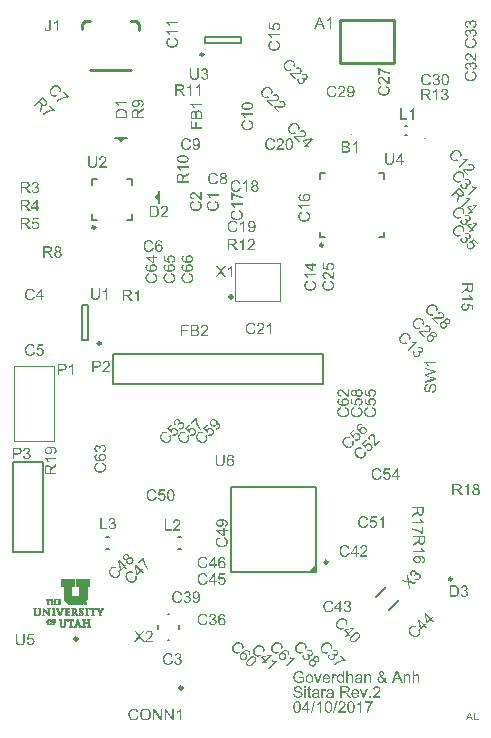
<source format=gto>
G04 Layer_Color=65535*
%FSLAX25Y25*%
%MOIN*%
G70*
G01*
G75*
%ADD54C,0.00600*%
%ADD61C,0.01000*%
%ADD67C,0.01968*%
%ADD79C,0.00984*%
%ADD80C,0.00394*%
%ADD81C,0.00787*%
%ADD82C,0.00100*%
%ADD83C,0.00098*%
%ADD84C,0.00591*%
G36*
X119834Y162509D02*
X119879Y162503D01*
X119931Y162497D01*
X119994Y162492D01*
X120056Y162474D01*
X120199Y162440D01*
X120348Y162383D01*
X120428Y162349D01*
X120502Y162309D01*
X120576Y162263D01*
X120650Y162206D01*
X120656Y162200D01*
X120667Y162189D01*
X120690Y162166D01*
X120724Y162137D01*
X120759Y162103D01*
X120799Y162058D01*
X120839Y162006D01*
X120879Y161943D01*
X120924Y161875D01*
X120964Y161801D01*
X121004Y161715D01*
X121039Y161629D01*
X121067Y161532D01*
X121090Y161430D01*
X121107Y161315D01*
X121113Y161201D01*
Y161195D01*
Y161178D01*
Y161150D01*
X121107Y161116D01*
X121101Y161070D01*
X121096Y161018D01*
X121090Y160961D01*
X121079Y160898D01*
X121044Y160761D01*
X120987Y160619D01*
X120959Y160545D01*
X120919Y160476D01*
X120873Y160407D01*
X120822Y160345D01*
X120816Y160339D01*
X120810Y160333D01*
X120793Y160316D01*
X120770Y160293D01*
X120742Y160265D01*
X120702Y160236D01*
X120662Y160208D01*
X120616Y160173D01*
X120559Y160139D01*
X120502Y160105D01*
X120370Y160048D01*
X120216Y159996D01*
X120131Y159979D01*
X120039Y159968D01*
X120005Y160465D01*
X120022D01*
X120039Y160470D01*
X120062Y160476D01*
X120131Y160493D01*
X120205Y160516D01*
X120296Y160550D01*
X120388Y160590D01*
X120473Y160647D01*
X120547Y160716D01*
X120553Y160727D01*
X120576Y160750D01*
X120605Y160796D01*
X120633Y160853D01*
X120667Y160921D01*
X120696Y161007D01*
X120719Y161098D01*
X120724Y161201D01*
Y161207D01*
Y161218D01*
Y161235D01*
X120719Y161258D01*
X120713Y161321D01*
X120690Y161401D01*
X120662Y161492D01*
X120616Y161589D01*
X120553Y161686D01*
X120513Y161732D01*
X120468Y161778D01*
X120462D01*
X120456Y161789D01*
X120439Y161801D01*
X120422Y161812D01*
X120365Y161852D01*
X120285Y161898D01*
X120188Y161938D01*
X120074Y161978D01*
X119937Y162001D01*
X119788Y162012D01*
X119748D01*
X119720Y162006D01*
X119685D01*
X119645Y162001D01*
X119554Y161983D01*
X119451Y161955D01*
X119348Y161915D01*
X119246Y161858D01*
X119149Y161784D01*
X119137Y161772D01*
X119114Y161744D01*
X119074Y161692D01*
X119029Y161624D01*
X118989Y161544D01*
X118949Y161441D01*
X118926Y161321D01*
X118914Y161190D01*
Y161178D01*
Y161150D01*
X118920Y161110D01*
X118926Y161053D01*
X118943Y160990D01*
X118960Y160921D01*
X118989Y160847D01*
X119023Y160779D01*
X119029Y160773D01*
X119040Y160750D01*
X119069Y160716D01*
X119097Y160676D01*
X119137Y160630D01*
X119183Y160584D01*
X119240Y160539D01*
X119297Y160499D01*
X119234Y160053D01*
X117259Y160424D01*
Y162332D01*
X117710D01*
Y160801D01*
X118743Y160596D01*
X118737Y160601D01*
X118732Y160613D01*
X118720Y160630D01*
X118703Y160653D01*
X118686Y160687D01*
X118663Y160722D01*
X118617Y160813D01*
X118578Y160921D01*
X118538Y161047D01*
X118509Y161178D01*
X118498Y161247D01*
Y161315D01*
Y161321D01*
Y161338D01*
Y161367D01*
X118503Y161401D01*
X118509Y161441D01*
X118515Y161492D01*
X118526Y161549D01*
X118543Y161612D01*
X118583Y161744D01*
X118612Y161812D01*
X118646Y161886D01*
X118686Y161960D01*
X118737Y162029D01*
X118789Y162098D01*
X118852Y162166D01*
X118857Y162172D01*
X118869Y162183D01*
X118886Y162200D01*
X118914Y162223D01*
X118949Y162246D01*
X118989Y162275D01*
X119040Y162309D01*
X119091Y162343D01*
X119154Y162372D01*
X119223Y162406D01*
X119297Y162434D01*
X119377Y162463D01*
X119463Y162480D01*
X119554Y162497D01*
X119645Y162509D01*
X119748Y162514D01*
X119799D01*
X119834Y162509D01*
D02*
G37*
G36*
X121050Y156919D02*
X120987D01*
X120947Y156924D01*
X120896Y156930D01*
X120844Y156936D01*
X120782Y156953D01*
X120724Y156970D01*
X120719D01*
X120713Y156976D01*
X120679Y156987D01*
X120627Y157010D01*
X120565Y157044D01*
X120485Y157090D01*
X120399Y157141D01*
X120308Y157204D01*
X120216Y157278D01*
X120211D01*
X120205Y157290D01*
X120171Y157318D01*
X120119Y157370D01*
X120051Y157438D01*
X119965Y157524D01*
X119862Y157632D01*
X119754Y157758D01*
X119634Y157901D01*
X119628Y157906D01*
X119611Y157929D01*
X119582Y157958D01*
X119548Y158003D01*
X119508Y158055D01*
X119457Y158112D01*
X119337Y158238D01*
X119211Y158380D01*
X119074Y158517D01*
X119006Y158586D01*
X118943Y158643D01*
X118880Y158700D01*
X118823Y158746D01*
X118817D01*
X118812Y158757D01*
X118795Y158769D01*
X118772Y158780D01*
X118715Y158814D01*
X118640Y158860D01*
X118549Y158900D01*
X118452Y158934D01*
X118355Y158957D01*
X118252Y158968D01*
X118241D01*
X118206Y158963D01*
X118155Y158957D01*
X118087Y158946D01*
X118012Y158917D01*
X117932Y158883D01*
X117852Y158831D01*
X117778Y158763D01*
X117772Y158751D01*
X117750Y158729D01*
X117715Y158683D01*
X117681Y158626D01*
X117647Y158546D01*
X117613Y158460D01*
X117590Y158358D01*
X117584Y158243D01*
Y158238D01*
Y158226D01*
Y158209D01*
X117590Y158186D01*
X117596Y158123D01*
X117613Y158049D01*
X117635Y157958D01*
X117675Y157867D01*
X117727Y157775D01*
X117795Y157695D01*
X117807Y157689D01*
X117835Y157667D01*
X117881Y157632D01*
X117944Y157598D01*
X118024Y157558D01*
X118121Y157530D01*
X118235Y157507D01*
X118361Y157495D01*
X118309Y157010D01*
X118286D01*
X118258Y157016D01*
X118218Y157021D01*
X118172Y157033D01*
X118121Y157044D01*
X118001Y157073D01*
X117869Y157118D01*
X117733Y157187D01*
X117664Y157227D01*
X117601Y157273D01*
X117538Y157324D01*
X117481Y157381D01*
X117475Y157387D01*
X117470Y157398D01*
X117453Y157415D01*
X117436Y157438D01*
X117413Y157473D01*
X117390Y157512D01*
X117367Y157558D01*
X117339Y157615D01*
X117310Y157672D01*
X117287Y157735D01*
X117264Y157809D01*
X117241Y157889D01*
X117224Y157969D01*
X117207Y158061D01*
X117201Y158152D01*
X117196Y158255D01*
Y158260D01*
Y158278D01*
Y158306D01*
X117201Y158346D01*
X117207Y158392D01*
X117213Y158449D01*
X117219Y158506D01*
X117236Y158574D01*
X117270Y158712D01*
X117327Y158860D01*
X117361Y158929D01*
X117401Y158997D01*
X117447Y159066D01*
X117504Y159128D01*
X117510Y159134D01*
X117516Y159140D01*
X117533Y159157D01*
X117561Y159180D01*
X117590Y159203D01*
X117624Y159231D01*
X117670Y159260D01*
X117715Y159294D01*
X117824Y159351D01*
X117955Y159402D01*
X118024Y159425D01*
X118104Y159442D01*
X118178Y159448D01*
X118263Y159454D01*
X118304D01*
X118349Y159448D01*
X118406Y159442D01*
X118481Y159431D01*
X118555Y159414D01*
X118635Y159391D01*
X118720Y159357D01*
X118732Y159351D01*
X118760Y159340D01*
X118800Y159317D01*
X118857Y159283D01*
X118932Y159237D01*
X119011Y159186D01*
X119097Y159117D01*
X119188Y159043D01*
X119200Y159031D01*
X119234Y159003D01*
X119257Y158980D01*
X119291Y158946D01*
X119326Y158911D01*
X119366Y158871D01*
X119411Y158826D01*
X119463Y158769D01*
X119514Y158712D01*
X119577Y158643D01*
X119640Y158574D01*
X119708Y158495D01*
X119782Y158409D01*
X119862Y158318D01*
X119868Y158312D01*
X119879Y158300D01*
X119897Y158278D01*
X119919Y158249D01*
X119982Y158180D01*
X120056Y158089D01*
X120136Y157998D01*
X120216Y157912D01*
X120291Y157832D01*
X120319Y157804D01*
X120348Y157775D01*
X120353Y157769D01*
X120370Y157758D01*
X120393Y157735D01*
X120428Y157707D01*
X120462Y157672D01*
X120508Y157638D01*
X120599Y157575D01*
Y159459D01*
X121050D01*
Y156919D01*
D02*
G37*
G36*
X154262Y139461D02*
X154326Y139453D01*
X154399Y139445D01*
X154472Y139429D01*
X154552Y139404D01*
X154633Y139372D01*
X154718Y139336D01*
X154807Y139287D01*
X154892Y139235D01*
X154972Y139170D01*
X155057Y139094D01*
X155061Y139090D01*
X155073Y139077D01*
X155089Y139061D01*
X155106Y139037D01*
X155134Y139009D01*
X155162Y138972D01*
X155219Y138884D01*
X155283Y138779D01*
X155340Y138657D01*
X155380Y138528D01*
X155392Y138460D01*
X155400Y138387D01*
X155404Y138383D01*
X155400Y138371D01*
Y138347D01*
Y138322D01*
X155396Y138246D01*
X155380Y138149D01*
X155352Y138032D01*
X155307Y137907D01*
X155243Y137777D01*
X155154Y137640D01*
X154799Y137947D01*
X154803Y137951D01*
Y137959D01*
X154823Y137987D01*
X154843Y138032D01*
X154876Y138088D01*
X154900Y138153D01*
X154924Y138225D01*
X154944Y138294D01*
X154952Y138359D01*
Y138375D01*
Y138407D01*
X154944Y138456D01*
X154932Y138524D01*
X154912Y138601D01*
X154876Y138678D01*
X154827Y138758D01*
X154762Y138839D01*
X154754Y138847D01*
X154734Y138867D01*
X154702Y138892D01*
X154653Y138924D01*
X154601Y138960D01*
X154540Y138989D01*
X154468Y139013D01*
X154391Y139033D01*
X154379Y139037D01*
X154347D01*
X154286Y139041D01*
X154217Y139037D01*
X154129Y139029D01*
X154024Y139013D01*
X153915Y138985D01*
X153802Y138944D01*
X153797Y138940D01*
X153789D01*
X153769Y138928D01*
X153745Y138920D01*
X153717Y138900D01*
X153684Y138884D01*
X153644Y138859D01*
X153596Y138827D01*
X153543Y138799D01*
X153487Y138758D01*
X153430Y138718D01*
X153369Y138666D01*
X153301Y138613D01*
X153232Y138552D01*
X153156Y138484D01*
X153083Y138411D01*
X153087Y138415D01*
X153095D01*
X153131Y138419D01*
X153188Y138427D01*
X153264Y138431D01*
X153349Y138435D01*
X153446Y138427D01*
X153547Y138415D01*
X153644Y138391D01*
X153648Y138387D01*
X153656D01*
X153692Y138375D01*
X153737Y138355D01*
X153805Y138326D01*
X153878Y138286D01*
X153951Y138238D01*
X154032Y138181D01*
X154104Y138117D01*
X154108Y138112D01*
X154121Y138100D01*
X154137Y138084D01*
X154157Y138056D01*
X154181Y138024D01*
X154209Y137987D01*
X154270Y137886D01*
X154330Y137769D01*
X154359Y137701D01*
X154383Y137628D01*
X154399Y137555D01*
X154415Y137475D01*
X154427Y137390D01*
Y137301D01*
Y137293D01*
Y137277D01*
X154423Y137256D01*
X154419Y137220D01*
X154415Y137176D01*
X154407Y137127D01*
X154391Y137071D01*
X154379Y137010D01*
X154355Y136946D01*
X154326Y136877D01*
X154294Y136804D01*
X154258Y136727D01*
X154213Y136651D01*
X154157Y136578D01*
X154100Y136505D01*
X154032Y136429D01*
X154028Y136425D01*
X154019Y136417D01*
X154007Y136405D01*
X153987Y136384D01*
X153963Y136368D01*
X153935Y136340D01*
X153866Y136287D01*
X153777Y136231D01*
X153676Y136170D01*
X153563Y136114D01*
X153442Y136065D01*
X153438Y136061D01*
X153430D01*
X153410Y136057D01*
X153386Y136049D01*
X153321Y136033D01*
X153240Y136017D01*
X153143Y136009D01*
X153034Y136005D01*
X152921Y136013D01*
X152804Y136033D01*
X152800Y136037D01*
X152792D01*
X152772Y136041D01*
X152756Y136049D01*
X152695Y136069D01*
X152622Y136102D01*
X152538Y136146D01*
X152441Y136203D01*
X152348Y136271D01*
X152255Y136356D01*
X152251Y136360D01*
X152235Y136376D01*
X152219Y136400D01*
X152190Y136429D01*
X152158Y136469D01*
X152126Y136518D01*
X152085Y136574D01*
X152049Y136635D01*
X152013Y136703D01*
X151977Y136780D01*
X151944Y136861D01*
X151920Y136950D01*
X151896Y137038D01*
X151880Y137135D01*
X151876Y137236D01*
Y137341D01*
Y137349D01*
X151880Y137370D01*
X151884Y137398D01*
X151896Y137442D01*
X151908Y137495D01*
X151924Y137559D01*
X151956Y137632D01*
X151989Y137713D01*
X152025Y137806D01*
X152077Y137898D01*
X152138Y138007D01*
X152211Y138120D01*
X152291Y138233D01*
X152388Y138355D01*
X152501Y138484D01*
X152622Y138613D01*
X152627Y138617D01*
X152631Y138621D01*
X152643Y138633D01*
X152659Y138649D01*
X152703Y138686D01*
X152756Y138738D01*
X152824Y138799D01*
X152905Y138863D01*
X152998Y138940D01*
X153099Y139017D01*
X153208Y139094D01*
X153321Y139166D01*
X153438Y139243D01*
X153559Y139307D01*
X153688Y139364D01*
X153810Y139412D01*
X153935Y139449D01*
X154060Y139469D01*
X154205D01*
X154262Y139461D01*
D02*
G37*
G36*
X149598Y144165D02*
X149772Y144128D01*
X149776Y144124D01*
X149792D01*
X149816Y144116D01*
X149849Y144100D01*
X149893Y144088D01*
X149937Y144068D01*
X149994Y144044D01*
X150051Y144019D01*
X150111Y143983D01*
X150176Y143951D01*
X150317Y143866D01*
X150454Y143761D01*
X150596Y143636D01*
X150600Y143632D01*
X150616Y143616D01*
X150636Y143596D01*
X150660Y143563D01*
X150693Y143523D01*
X150729Y143478D01*
X150769Y143430D01*
X150814Y143369D01*
X150890Y143236D01*
X150971Y143083D01*
X151003Y143002D01*
X151032Y142917D01*
X151056Y142828D01*
X151072Y142739D01*
Y142731D01*
X151076Y142719D01*
X151080Y142691D01*
Y142659D01*
Y142610D01*
Y142562D01*
X151076Y142501D01*
Y142437D01*
X151068Y142364D01*
X151056Y142287D01*
X151044Y142211D01*
X151024Y142126D01*
X150999Y142037D01*
X150967Y141948D01*
X150927Y141859D01*
X150882Y141766D01*
X150442Y142037D01*
X150446Y142041D01*
X150450Y142053D01*
X150462Y142073D01*
X150475Y142102D01*
X150487Y142138D01*
X150503Y142178D01*
X150535Y142275D01*
X150567Y142380D01*
X150592Y142501D01*
X150604Y142626D01*
X150596Y142748D01*
X150592Y142760D01*
X150584Y142800D01*
X150571Y142861D01*
X150543Y142937D01*
X150503Y143026D01*
X150450Y143127D01*
X150378Y143232D01*
X150285Y143333D01*
X150281Y143337D01*
X150273Y143345D01*
X150252Y143365D01*
X150228Y143382D01*
X150200Y143410D01*
X150168Y143434D01*
X150083Y143494D01*
X149982Y143563D01*
X149865Y143624D01*
X149744Y143672D01*
X149606Y143704D01*
X149602Y143709D01*
X149590Y143704D01*
X149546Y143709D01*
X149473Y143717D01*
X149384D01*
X149275Y143704D01*
X149158Y143684D01*
X149033Y143648D01*
X148908Y143596D01*
X148904Y143591D01*
X148892Y143587D01*
X148876Y143579D01*
X148851Y143563D01*
X148823Y143551D01*
X148787Y143531D01*
X148710Y143478D01*
X148613Y143414D01*
X148508Y143341D01*
X148407Y143256D01*
X148302Y143159D01*
X148298Y143155D01*
X148286Y143143D01*
X148270Y143127D01*
X148246Y143103D01*
X148217Y143067D01*
X148181Y143030D01*
X148149Y142990D01*
X148108Y142941D01*
X148028Y142836D01*
X147943Y142711D01*
X147866Y142586D01*
X147798Y142453D01*
X147794Y142449D01*
X147790Y142437D01*
X147785Y142417D01*
X147777Y142392D01*
X147753Y142320D01*
X147729Y142231D01*
X147709Y142122D01*
X147701Y142009D01*
Y141879D01*
X147721Y141754D01*
X147725Y141750D01*
Y141742D01*
X147729Y141722D01*
X147737Y141698D01*
X147761Y141633D01*
X147798Y141557D01*
X147842Y141464D01*
X147903Y141363D01*
X147971Y141262D01*
X148060Y141165D01*
X148064Y141161D01*
X148072Y141153D01*
X148088Y141137D01*
X148112Y141120D01*
X148141Y141092D01*
X148173Y141068D01*
X148258Y141007D01*
X148359Y140955D01*
X148472Y140898D01*
X148605Y140854D01*
X148670Y140838D01*
X148742Y140830D01*
X148847D01*
X148884Y140834D01*
X148985Y140846D01*
X149106Y140870D01*
X149243Y140910D01*
X149392Y140971D01*
X149546Y141060D01*
X149812Y140608D01*
X149808Y140604D01*
X149788Y140592D01*
X149760Y140579D01*
X149720Y140555D01*
X149667Y140535D01*
X149606Y140507D01*
X149546Y140478D01*
X149469Y140450D01*
X149304Y140398D01*
X149126Y140357D01*
X149025Y140345D01*
X148928Y140337D01*
X148827Y140333D01*
X148730Y140341D01*
X148722D01*
X148710Y140345D01*
X148682Y140349D01*
X148642Y140357D01*
X148597Y140369D01*
X148540Y140386D01*
X148484Y140402D01*
X148415Y140430D01*
X148343Y140454D01*
X148266Y140491D01*
X148189Y140527D01*
X148108Y140575D01*
X148024Y140628D01*
X147943Y140684D01*
X147862Y140757D01*
X147782Y140830D01*
X147777Y140834D01*
X147761Y140850D01*
X147741Y140870D01*
X147713Y140906D01*
X147677Y140943D01*
X147636Y140991D01*
X147596Y141048D01*
X147551Y141108D01*
X147459Y141242D01*
X147370Y141395D01*
X147297Y141557D01*
X147265Y141637D01*
X147245Y141722D01*
Y141730D01*
X147240Y141742D01*
Y141766D01*
X147232Y141799D01*
X147228Y141843D01*
X147224Y141888D01*
Y142009D01*
X147228Y142150D01*
X147245Y142312D01*
X147281Y142477D01*
X147341Y142659D01*
X147345Y142663D01*
X147353Y142679D01*
X147362Y142703D01*
X147382Y142739D01*
X147398Y142780D01*
X147426Y142832D01*
X147454Y142885D01*
X147491Y142945D01*
X147527Y143014D01*
X147572Y143083D01*
X147677Y143228D01*
X147794Y143377D01*
X147931Y143531D01*
X147935Y143535D01*
X147951Y143551D01*
X147971Y143571D01*
X148008Y143599D01*
X148044Y143636D01*
X148088Y143672D01*
X148141Y143717D01*
X148201Y143761D01*
X148339Y143858D01*
X148492Y143955D01*
X148658Y144040D01*
X148831Y144108D01*
X148835Y144112D01*
X148851D01*
X148876Y144120D01*
X148912Y144132D01*
X148956Y144137D01*
X149009Y144149D01*
X149126Y144169D01*
X149267Y144181D01*
X149429D01*
X149598Y144165D01*
D02*
G37*
G36*
X152085Y141678D02*
X152110D01*
X152138Y141674D01*
X152178Y141665D01*
X152223Y141653D01*
X152271Y141637D01*
X152332Y141617D01*
X152392Y141597D01*
X152453Y141569D01*
X152522Y141532D01*
X152594Y141492D01*
X152663Y141447D01*
X152740Y141395D01*
X152808Y141334D01*
X152885Y141266D01*
X152889Y141262D01*
X152901Y141250D01*
X152921Y141229D01*
X152945Y141197D01*
X152974Y141161D01*
X153010Y141116D01*
X153047Y141072D01*
X153083Y141011D01*
X153156Y140890D01*
X153220Y140745D01*
X153244Y140672D01*
X153264Y140595D01*
X153281Y140515D01*
X153285Y140430D01*
Y140422D01*
Y140414D01*
Y140390D01*
X153281Y140353D01*
X153277Y140317D01*
X153273Y140272D01*
X153261Y140220D01*
X153252Y140164D01*
X153216Y140046D01*
X153159Y139917D01*
X153127Y139853D01*
X153083Y139784D01*
X153034Y139727D01*
X152978Y139663D01*
X152970Y139655D01*
X152950Y139635D01*
X152913Y139606D01*
X152869Y139570D01*
X152808Y139526D01*
X152744Y139485D01*
X152671Y139445D01*
X152586Y139409D01*
X152574Y139404D01*
X152546Y139392D01*
X152501Y139380D01*
X152437Y139364D01*
X152352Y139344D01*
X152259Y139324D01*
X152150Y139312D01*
X152033Y139299D01*
X152017D01*
X151972Y139295D01*
X151722D01*
X151645Y139299D01*
X151569Y139304D01*
X151476Y139307D01*
X151383Y139312D01*
X151278Y139320D01*
X151165Y139328D01*
X151044Y139336D01*
X151020D01*
X150991Y139340D01*
X150955Y139344D01*
X150862Y139348D01*
X150745Y139360D01*
X150624Y139368D01*
X150507Y139372D01*
X150398Y139376D01*
X150309D01*
X150289Y139372D01*
X150257D01*
X150212Y139368D01*
X150164D01*
X150107Y139360D01*
X149998Y139340D01*
X151330Y138007D01*
X151012Y137689D01*
X149215Y139485D01*
X149219Y139489D01*
X149235Y139505D01*
X149259Y139530D01*
X149292Y139554D01*
X149332Y139586D01*
X149372Y139618D01*
X149429Y139651D01*
X149481Y139679D01*
X149485Y139683D01*
X149493D01*
X149526Y139699D01*
X149578Y139719D01*
X149647Y139740D01*
X149736Y139764D01*
X149832Y139788D01*
X149942Y139808D01*
X150059Y139820D01*
X150063Y139824D01*
X150075Y139820D01*
X150119Y139824D01*
X150410D01*
X150559Y139820D01*
X150725Y139808D01*
X150911Y139792D01*
X150919D01*
X150947Y139788D01*
X150987D01*
X151044Y139780D01*
X151108Y139772D01*
X151185Y139768D01*
X151359Y139764D01*
X151549Y139752D01*
X151839D01*
X151924Y139756D01*
X152009Y139760D01*
X152082Y139768D01*
X152085Y139772D01*
X152098Y139768D01*
X152118Y139772D01*
X152142Y139780D01*
X152207Y139796D01*
X152291Y139816D01*
X152384Y139853D01*
X152477Y139897D01*
X152562Y139950D01*
X152643Y140014D01*
X152647Y140018D01*
X152651Y140022D01*
X152671Y140050D01*
X152703Y140091D01*
X152744Y140147D01*
X152776Y140220D01*
X152808Y140301D01*
X152828Y140394D01*
X152832Y140495D01*
X152828Y140507D01*
Y140539D01*
X152820Y140595D01*
X152804Y140660D01*
X152772Y140741D01*
X152736Y140826D01*
X152679Y140914D01*
X152602Y140999D01*
X152598Y141003D01*
X152590Y141011D01*
X152578Y141024D01*
X152558Y141036D01*
X152509Y141076D01*
X152445Y141116D01*
X152364Y141165D01*
X152271Y141201D01*
X152170Y141229D01*
X152065Y141237D01*
X152053Y141234D01*
X152017Y141229D01*
X151960Y141221D01*
X151892Y141201D01*
X151807Y141173D01*
X151718Y141124D01*
X151621Y141060D01*
X151524Y140979D01*
X151217Y141359D01*
X151222Y141363D01*
X151234Y141375D01*
X151258Y141391D01*
X151290Y141415D01*
X151330Y141439D01*
X151375Y141468D01*
X151480Y141532D01*
X151605Y141593D01*
X151750Y141641D01*
X151827Y141661D01*
X151904Y141674D01*
X151985Y141682D01*
X152073D01*
X152085Y141678D01*
D02*
G37*
G36*
X119862Y156542D02*
X119891Y156530D01*
X119937Y156519D01*
X119988Y156496D01*
X120051Y156473D01*
X120114Y156450D01*
X120188Y156416D01*
X120342Y156336D01*
X120496Y156239D01*
X120576Y156176D01*
X120650Y156114D01*
X120724Y156045D01*
X120787Y155971D01*
X120793Y155965D01*
X120799Y155954D01*
X120816Y155931D01*
X120839Y155896D01*
X120862Y155857D01*
X120890Y155805D01*
X120919Y155754D01*
X120947Y155685D01*
X120982Y155617D01*
X121010Y155537D01*
X121039Y155457D01*
X121061Y155366D01*
X121084Y155268D01*
X121101Y155171D01*
X121107Y155063D01*
X121113Y154954D01*
Y154949D01*
Y154926D01*
Y154897D01*
X121107Y154852D01*
Y154800D01*
X121101Y154737D01*
X121090Y154669D01*
X121079Y154595D01*
X121050Y154435D01*
X121004Y154263D01*
X120941Y154098D01*
X120907Y154018D01*
X120862Y153944D01*
X120856Y153938D01*
X120850Y153927D01*
X120833Y153909D01*
X120816Y153881D01*
X120787Y153847D01*
X120759Y153812D01*
X120673Y153727D01*
X120570Y153630D01*
X120445Y153527D01*
X120302Y153436D01*
X120131Y153350D01*
X120125D01*
X120108Y153344D01*
X120085Y153333D01*
X120045Y153321D01*
X120005Y153304D01*
X119948Y153287D01*
X119891Y153270D01*
X119822Y153253D01*
X119748Y153230D01*
X119668Y153213D01*
X119491Y153184D01*
X119303Y153161D01*
X119097Y153150D01*
X119040D01*
X118994Y153156D01*
X118943D01*
X118886Y153161D01*
X118817Y153167D01*
X118743Y153179D01*
X118578Y153207D01*
X118401Y153247D01*
X118224Y153304D01*
X118052Y153378D01*
X118046D01*
X118035Y153390D01*
X118012Y153401D01*
X117978Y153418D01*
X117944Y153447D01*
X117898Y153475D01*
X117801Y153544D01*
X117692Y153635D01*
X117578Y153750D01*
X117470Y153881D01*
X117373Y154029D01*
Y154035D01*
X117361Y154046D01*
X117350Y154069D01*
X117339Y154104D01*
X117316Y154144D01*
X117298Y154189D01*
X117276Y154246D01*
X117253Y154303D01*
X117236Y154372D01*
X117213Y154440D01*
X117173Y154600D01*
X117150Y154772D01*
X117139Y154960D01*
Y154966D01*
Y154989D01*
Y155017D01*
X117144Y155057D01*
X117150Y155108D01*
X117156Y155166D01*
X117162Y155228D01*
X117173Y155303D01*
X117213Y155451D01*
X117264Y155617D01*
X117298Y155697D01*
X117339Y155777D01*
X117384Y155857D01*
X117436Y155931D01*
X117441Y155937D01*
X117447Y155948D01*
X117464Y155971D01*
X117487Y155994D01*
X117521Y156028D01*
X117555Y156062D01*
X117601Y156102D01*
X117647Y156148D01*
X117704Y156193D01*
X117767Y156239D01*
X117830Y156285D01*
X117904Y156331D01*
X117984Y156376D01*
X118069Y156416D01*
X118161Y156450D01*
X118258Y156485D01*
X118378Y155982D01*
X118372D01*
X118361Y155976D01*
X118338Y155971D01*
X118309Y155959D01*
X118275Y155942D01*
X118235Y155925D01*
X118144Y155879D01*
X118046Y155828D01*
X117944Y155760D01*
X117847Y155680D01*
X117767Y155588D01*
X117761Y155577D01*
X117738Y155543D01*
X117704Y155491D01*
X117670Y155417D01*
X117635Y155325D01*
X117601Y155217D01*
X117578Y155091D01*
X117573Y154954D01*
Y154949D01*
Y154937D01*
Y154909D01*
X117578Y154880D01*
Y154840D01*
X117584Y154800D01*
X117601Y154697D01*
X117624Y154578D01*
X117664Y154452D01*
X117715Y154332D01*
X117790Y154212D01*
Y154206D01*
X117801Y154201D01*
X117830Y154166D01*
X117875Y154109D01*
X117938Y154046D01*
X118024Y153978D01*
X118121Y153909D01*
X118235Y153847D01*
X118361Y153795D01*
X118366D01*
X118378Y153789D01*
X118395Y153784D01*
X118423Y153778D01*
X118452Y153767D01*
X118492Y153755D01*
X118583Y153738D01*
X118698Y153715D01*
X118823Y153692D01*
X118954Y153681D01*
X119097Y153675D01*
X119177D01*
X119223Y153681D01*
X119274D01*
X119326Y153687D01*
X119388Y153692D01*
X119520Y153710D01*
X119668Y153738D01*
X119811Y153772D01*
X119954Y153818D01*
X119959D01*
X119971Y153824D01*
X119988Y153835D01*
X120011Y153847D01*
X120079Y153881D01*
X120159Y153927D01*
X120251Y153989D01*
X120336Y154064D01*
X120428Y154155D01*
X120502Y154258D01*
Y154263D01*
X120508Y154269D01*
X120519Y154286D01*
X120530Y154309D01*
X120559Y154372D01*
X120588Y154452D01*
X120622Y154549D01*
X120650Y154663D01*
X120673Y154783D01*
X120679Y154914D01*
Y154920D01*
Y154931D01*
Y154954D01*
X120673Y154983D01*
Y155023D01*
X120667Y155063D01*
X120650Y155166D01*
X120616Y155274D01*
X120576Y155394D01*
X120513Y155520D01*
X120479Y155577D01*
X120433Y155634D01*
X120428Y155640D01*
X120422Y155645D01*
X120405Y155662D01*
X120388Y155680D01*
X120359Y155708D01*
X120331Y155731D01*
X120251Y155794D01*
X120148Y155862D01*
X120022Y155931D01*
X119874Y155994D01*
X119702Y156039D01*
X119834Y156547D01*
X119840D01*
X119862Y156542D01*
D02*
G37*
G36*
X106598Y230165D02*
X106772Y230128D01*
X106776Y230124D01*
X106792D01*
X106816Y230116D01*
X106849Y230100D01*
X106893Y230088D01*
X106938Y230068D01*
X106994Y230044D01*
X107051Y230019D01*
X107111Y229983D01*
X107176Y229951D01*
X107317Y229866D01*
X107454Y229761D01*
X107596Y229636D01*
X107600Y229632D01*
X107616Y229616D01*
X107636Y229595D01*
X107660Y229563D01*
X107693Y229523D01*
X107729Y229478D01*
X107769Y229430D01*
X107814Y229369D01*
X107890Y229236D01*
X107971Y229083D01*
X108003Y229002D01*
X108032Y228917D01*
X108056Y228828D01*
X108072Y228740D01*
Y228731D01*
X108076Y228719D01*
X108080Y228691D01*
Y228659D01*
Y228610D01*
Y228562D01*
X108076Y228501D01*
Y228437D01*
X108068Y228364D01*
X108056Y228287D01*
X108044Y228211D01*
X108024Y228126D01*
X107999Y228037D01*
X107967Y227948D01*
X107927Y227859D01*
X107882Y227766D01*
X107442Y228037D01*
X107446Y228041D01*
X107450Y228053D01*
X107462Y228073D01*
X107475Y228101D01*
X107487Y228138D01*
X107503Y228178D01*
X107535Y228275D01*
X107567Y228380D01*
X107592Y228501D01*
X107604Y228626D01*
X107596Y228748D01*
X107592Y228760D01*
X107583Y228800D01*
X107571Y228861D01*
X107543Y228937D01*
X107503Y229026D01*
X107450Y229127D01*
X107378Y229232D01*
X107285Y229333D01*
X107281Y229337D01*
X107273Y229345D01*
X107253Y229365D01*
X107228Y229381D01*
X107200Y229410D01*
X107168Y229434D01*
X107083Y229495D01*
X106982Y229563D01*
X106865Y229624D01*
X106744Y229672D01*
X106606Y229704D01*
X106602Y229709D01*
X106590Y229704D01*
X106546Y229709D01*
X106473Y229717D01*
X106384D01*
X106275Y229704D01*
X106158Y229684D01*
X106033Y229648D01*
X105908Y229595D01*
X105904Y229591D01*
X105892Y229587D01*
X105876Y229579D01*
X105851Y229563D01*
X105823Y229551D01*
X105787Y229531D01*
X105710Y229478D01*
X105613Y229414D01*
X105508Y229341D01*
X105407Y229256D01*
X105302Y229159D01*
X105298Y229155D01*
X105286Y229143D01*
X105270Y229127D01*
X105246Y229103D01*
X105218Y229066D01*
X105181Y229030D01*
X105149Y228990D01*
X105108Y228941D01*
X105028Y228836D01*
X104943Y228711D01*
X104866Y228586D01*
X104798Y228453D01*
X104794Y228449D01*
X104789Y228437D01*
X104786Y228416D01*
X104777Y228392D01*
X104753Y228320D01*
X104729Y228231D01*
X104709Y228122D01*
X104701Y228009D01*
Y227880D01*
X104721Y227754D01*
X104725Y227750D01*
Y227742D01*
X104729Y227722D01*
X104737Y227698D01*
X104761Y227633D01*
X104798Y227556D01*
X104842Y227464D01*
X104903Y227363D01*
X104971Y227262D01*
X105060Y227165D01*
X105064Y227161D01*
X105072Y227153D01*
X105088Y227137D01*
X105113Y227120D01*
X105141Y227092D01*
X105173Y227068D01*
X105258Y227007D01*
X105359Y226955D01*
X105472Y226898D01*
X105605Y226854D01*
X105670Y226838D01*
X105742Y226830D01*
X105847D01*
X105884Y226834D01*
X105985Y226846D01*
X106106Y226870D01*
X106243Y226910D01*
X106393Y226971D01*
X106546Y227060D01*
X106812Y226608D01*
X106808Y226604D01*
X106788Y226591D01*
X106760Y226579D01*
X106720Y226555D01*
X106667Y226535D01*
X106606Y226507D01*
X106546Y226478D01*
X106469Y226450D01*
X106304Y226398D01*
X106126Y226357D01*
X106025Y226345D01*
X105928Y226337D01*
X105827Y226333D01*
X105730Y226341D01*
X105722D01*
X105710Y226345D01*
X105682Y226349D01*
X105641Y226357D01*
X105597Y226369D01*
X105541Y226386D01*
X105484Y226402D01*
X105415Y226430D01*
X105343Y226454D01*
X105266Y226490D01*
X105189Y226527D01*
X105108Y226575D01*
X105024Y226628D01*
X104943Y226684D01*
X104862Y226757D01*
X104781Y226830D01*
X104777Y226834D01*
X104761Y226850D01*
X104741Y226870D01*
X104713Y226906D01*
X104676Y226943D01*
X104636Y226991D01*
X104596Y227048D01*
X104551Y227108D01*
X104458Y227241D01*
X104370Y227395D01*
X104297Y227556D01*
X104265Y227637D01*
X104244Y227722D01*
Y227730D01*
X104240Y227742D01*
Y227766D01*
X104232Y227799D01*
X104228Y227843D01*
X104224Y227888D01*
Y228009D01*
X104228Y228150D01*
X104244Y228311D01*
X104281Y228477D01*
X104341Y228659D01*
X104345Y228663D01*
X104353Y228679D01*
X104362Y228703D01*
X104382Y228740D01*
X104398Y228780D01*
X104426Y228832D01*
X104454Y228885D01*
X104491Y228945D01*
X104527Y229014D01*
X104571Y229083D01*
X104676Y229228D01*
X104794Y229377D01*
X104931Y229531D01*
X104935Y229535D01*
X104951Y229551D01*
X104971Y229571D01*
X105008Y229599D01*
X105044Y229636D01*
X105088Y229672D01*
X105141Y229717D01*
X105201Y229761D01*
X105339Y229858D01*
X105492Y229955D01*
X105658Y230040D01*
X105831Y230108D01*
X105835Y230112D01*
X105851D01*
X105876Y230120D01*
X105912Y230133D01*
X105956Y230136D01*
X106009Y230149D01*
X106126Y230169D01*
X106267Y230181D01*
X106429D01*
X106598Y230165D01*
D02*
G37*
G36*
X109086Y227678D02*
X109110D01*
X109138Y227674D01*
X109178Y227665D01*
X109223Y227653D01*
X109271Y227637D01*
X109332Y227617D01*
X109392Y227597D01*
X109453Y227569D01*
X109522Y227532D01*
X109594Y227492D01*
X109663Y227448D01*
X109740Y227395D01*
X109808Y227334D01*
X109885Y227266D01*
X109889Y227262D01*
X109901Y227250D01*
X109921Y227229D01*
X109945Y227197D01*
X109974Y227161D01*
X110010Y227116D01*
X110047Y227072D01*
X110083Y227011D01*
X110155Y226890D01*
X110220Y226745D01*
X110244Y226672D01*
X110265Y226595D01*
X110281Y226515D01*
X110285Y226430D01*
Y226422D01*
Y226414D01*
Y226390D01*
X110281Y226353D01*
X110277Y226317D01*
X110273Y226273D01*
X110260Y226220D01*
X110252Y226164D01*
X110216Y226046D01*
X110160Y225917D01*
X110127Y225853D01*
X110083Y225784D01*
X110034Y225727D01*
X109978Y225663D01*
X109970Y225655D01*
X109950Y225635D01*
X109913Y225606D01*
X109869Y225570D01*
X109808Y225526D01*
X109744Y225485D01*
X109671Y225445D01*
X109586Y225409D01*
X109574Y225404D01*
X109546Y225392D01*
X109501Y225380D01*
X109437Y225364D01*
X109352Y225344D01*
X109259Y225324D01*
X109150Y225312D01*
X109033Y225300D01*
X109017D01*
X108973Y225295D01*
X108722D01*
X108645Y225300D01*
X108569Y225304D01*
X108476Y225307D01*
X108383Y225312D01*
X108278Y225320D01*
X108165Y225328D01*
X108044Y225336D01*
X108020D01*
X107991Y225340D01*
X107955Y225344D01*
X107862Y225348D01*
X107745Y225360D01*
X107624Y225368D01*
X107507Y225372D01*
X107398Y225376D01*
X107309D01*
X107289Y225372D01*
X107256D01*
X107212Y225368D01*
X107164D01*
X107107Y225360D01*
X106998Y225340D01*
X108331Y224007D01*
X108011Y223689D01*
X106215Y225485D01*
X106219Y225489D01*
X106235Y225505D01*
X106259Y225530D01*
X106291Y225554D01*
X106332Y225586D01*
X106372Y225618D01*
X106429Y225651D01*
X106481Y225679D01*
X106485Y225683D01*
X106493D01*
X106526Y225699D01*
X106578Y225719D01*
X106647Y225740D01*
X106736Y225764D01*
X106833Y225788D01*
X106942Y225808D01*
X107059Y225820D01*
X107063Y225824D01*
X107075Y225820D01*
X107119Y225824D01*
X107410D01*
X107559Y225820D01*
X107725Y225808D01*
X107911Y225792D01*
X107919D01*
X107947Y225788D01*
X107987D01*
X108044Y225780D01*
X108108Y225772D01*
X108185Y225768D01*
X108359Y225764D01*
X108548Y225752D01*
X108839D01*
X108924Y225756D01*
X109009Y225760D01*
X109081Y225768D01*
X109086Y225772D01*
X109098Y225768D01*
X109118Y225772D01*
X109142Y225780D01*
X109207Y225796D01*
X109291Y225816D01*
X109384Y225853D01*
X109477Y225897D01*
X109562Y225950D01*
X109643Y226014D01*
X109647Y226018D01*
X109651Y226022D01*
X109671Y226050D01*
X109703Y226091D01*
X109744Y226147D01*
X109776Y226220D01*
X109808Y226301D01*
X109828Y226394D01*
X109833Y226495D01*
X109828Y226507D01*
Y226539D01*
X109820Y226595D01*
X109804Y226660D01*
X109772Y226741D01*
X109736Y226826D01*
X109679Y226915D01*
X109602Y226999D01*
X109598Y227003D01*
X109590Y227011D01*
X109578Y227024D01*
X109558Y227036D01*
X109510Y227076D01*
X109445Y227116D01*
X109364Y227165D01*
X109271Y227201D01*
X109170Y227229D01*
X109065Y227238D01*
X109053Y227234D01*
X109017Y227229D01*
X108960Y227221D01*
X108892Y227201D01*
X108807Y227173D01*
X108718Y227124D01*
X108621Y227060D01*
X108524Y226979D01*
X108217Y227359D01*
X108221Y227363D01*
X108234Y227375D01*
X108258Y227391D01*
X108290Y227415D01*
X108331Y227439D01*
X108375Y227468D01*
X108480Y227532D01*
X108605Y227593D01*
X108750Y227641D01*
X108827Y227661D01*
X108904Y227674D01*
X108985Y227682D01*
X109073D01*
X109086Y227678D01*
D02*
G37*
G36*
X113993Y203641D02*
X112233Y201881D01*
X112600Y201514D01*
X112293Y201207D01*
X111926Y201574D01*
X111276Y200924D01*
X110941Y201259D01*
X111591Y201909D01*
X110408Y203092D01*
X110715Y203399D01*
X113723Y203912D01*
X113993Y203641D01*
D02*
G37*
G36*
X108098Y209165D02*
X108272Y209128D01*
X108276Y209124D01*
X108292D01*
X108316Y209116D01*
X108349Y209100D01*
X108393Y209088D01*
X108438Y209068D01*
X108494Y209044D01*
X108551Y209019D01*
X108611Y208983D01*
X108676Y208951D01*
X108817Y208866D01*
X108954Y208761D01*
X109096Y208636D01*
X109100Y208632D01*
X109116Y208616D01*
X109136Y208595D01*
X109160Y208563D01*
X109193Y208523D01*
X109229Y208478D01*
X109269Y208430D01*
X109314Y208369D01*
X109390Y208236D01*
X109471Y208083D01*
X109503Y208002D01*
X109532Y207917D01*
X109556Y207828D01*
X109572Y207739D01*
Y207731D01*
X109576Y207719D01*
X109580Y207691D01*
Y207659D01*
Y207610D01*
Y207562D01*
X109576Y207501D01*
Y207437D01*
X109568Y207364D01*
X109556Y207287D01*
X109544Y207211D01*
X109524Y207126D01*
X109499Y207037D01*
X109467Y206948D01*
X109427Y206859D01*
X109382Y206766D01*
X108942Y207037D01*
X108946Y207041D01*
X108950Y207053D01*
X108962Y207073D01*
X108975Y207101D01*
X108987Y207138D01*
X109003Y207178D01*
X109035Y207275D01*
X109067Y207380D01*
X109092Y207501D01*
X109104Y207626D01*
X109096Y207748D01*
X109092Y207760D01*
X109083Y207800D01*
X109071Y207861D01*
X109043Y207937D01*
X109003Y208026D01*
X108950Y208127D01*
X108878Y208232D01*
X108785Y208333D01*
X108781Y208337D01*
X108773Y208345D01*
X108753Y208365D01*
X108728Y208382D01*
X108700Y208410D01*
X108668Y208434D01*
X108583Y208494D01*
X108482Y208563D01*
X108365Y208624D01*
X108244Y208672D01*
X108106Y208704D01*
X108102Y208709D01*
X108090Y208704D01*
X108046Y208709D01*
X107973Y208717D01*
X107884D01*
X107775Y208704D01*
X107658Y208684D01*
X107533Y208648D01*
X107408Y208595D01*
X107404Y208591D01*
X107392Y208587D01*
X107376Y208579D01*
X107351Y208563D01*
X107323Y208551D01*
X107287Y208531D01*
X107210Y208478D01*
X107113Y208414D01*
X107008Y208341D01*
X106907Y208256D01*
X106802Y208159D01*
X106798Y208155D01*
X106786Y208143D01*
X106770Y208127D01*
X106746Y208103D01*
X106718Y208067D01*
X106681Y208030D01*
X106649Y207990D01*
X106608Y207941D01*
X106528Y207836D01*
X106443Y207711D01*
X106366Y207586D01*
X106298Y207453D01*
X106294Y207449D01*
X106290Y207437D01*
X106286Y207417D01*
X106277Y207392D01*
X106253Y207320D01*
X106229Y207231D01*
X106209Y207122D01*
X106201Y207009D01*
Y206879D01*
X106221Y206754D01*
X106225Y206750D01*
Y206742D01*
X106229Y206722D01*
X106237Y206698D01*
X106261Y206633D01*
X106298Y206557D01*
X106342Y206464D01*
X106403Y206363D01*
X106471Y206262D01*
X106560Y206165D01*
X106564Y206161D01*
X106572Y206153D01*
X106588Y206137D01*
X106613Y206120D01*
X106641Y206092D01*
X106673Y206068D01*
X106758Y206007D01*
X106859Y205955D01*
X106972Y205898D01*
X107105Y205854D01*
X107170Y205838D01*
X107242Y205830D01*
X107347D01*
X107384Y205834D01*
X107485Y205846D01*
X107606Y205870D01*
X107743Y205910D01*
X107893Y205971D01*
X108046Y206060D01*
X108312Y205608D01*
X108308Y205604D01*
X108288Y205592D01*
X108260Y205579D01*
X108220Y205555D01*
X108167Y205535D01*
X108106Y205507D01*
X108046Y205478D01*
X107969Y205450D01*
X107804Y205398D01*
X107626Y205357D01*
X107525Y205345D01*
X107428Y205337D01*
X107327Y205333D01*
X107230Y205341D01*
X107222D01*
X107210Y205345D01*
X107182Y205349D01*
X107141Y205357D01*
X107097Y205369D01*
X107041Y205386D01*
X106984Y205402D01*
X106915Y205430D01*
X106843Y205454D01*
X106766Y205490D01*
X106689Y205527D01*
X106608Y205575D01*
X106524Y205628D01*
X106443Y205684D01*
X106362Y205757D01*
X106281Y205830D01*
X106277Y205834D01*
X106261Y205850D01*
X106241Y205870D01*
X106213Y205906D01*
X106176Y205943D01*
X106136Y205991D01*
X106096Y206048D01*
X106051Y206108D01*
X105958Y206241D01*
X105870Y206395D01*
X105797Y206557D01*
X105765Y206637D01*
X105745Y206722D01*
Y206730D01*
X105740Y206742D01*
Y206766D01*
X105732Y206799D01*
X105728Y206843D01*
X105724Y206888D01*
Y207009D01*
X105728Y207150D01*
X105745Y207312D01*
X105781Y207477D01*
X105841Y207659D01*
X105845Y207663D01*
X105853Y207679D01*
X105862Y207703D01*
X105882Y207739D01*
X105898Y207780D01*
X105926Y207832D01*
X105954Y207885D01*
X105991Y207945D01*
X106027Y208014D01*
X106071Y208083D01*
X106176Y208228D01*
X106294Y208377D01*
X106431Y208531D01*
X106435Y208535D01*
X106451Y208551D01*
X106471Y208571D01*
X106508Y208599D01*
X106544Y208636D01*
X106588Y208672D01*
X106641Y208717D01*
X106701Y208761D01*
X106839Y208858D01*
X106992Y208955D01*
X107158Y209040D01*
X107331Y209108D01*
X107335Y209112D01*
X107351D01*
X107376Y209120D01*
X107412Y209133D01*
X107456Y209137D01*
X107509Y209149D01*
X107626Y209169D01*
X107767Y209181D01*
X107929D01*
X108098Y209165D01*
D02*
G37*
G36*
X110585Y206678D02*
X110610D01*
X110638Y206674D01*
X110678Y206665D01*
X110723Y206653D01*
X110771Y206637D01*
X110832Y206617D01*
X110892Y206597D01*
X110953Y206569D01*
X111022Y206532D01*
X111094Y206492D01*
X111163Y206448D01*
X111240Y206395D01*
X111308Y206334D01*
X111385Y206266D01*
X111389Y206262D01*
X111401Y206250D01*
X111421Y206229D01*
X111445Y206197D01*
X111474Y206161D01*
X111510Y206116D01*
X111547Y206072D01*
X111583Y206011D01*
X111655Y205890D01*
X111720Y205745D01*
X111744Y205672D01*
X111765Y205595D01*
X111781Y205515D01*
X111785Y205430D01*
Y205422D01*
Y205414D01*
Y205390D01*
X111781Y205353D01*
X111777Y205317D01*
X111773Y205273D01*
X111760Y205220D01*
X111752Y205164D01*
X111716Y205046D01*
X111660Y204917D01*
X111627Y204853D01*
X111583Y204784D01*
X111534Y204727D01*
X111478Y204663D01*
X111470Y204655D01*
X111450Y204635D01*
X111413Y204606D01*
X111369Y204570D01*
X111308Y204526D01*
X111244Y204485D01*
X111171Y204445D01*
X111086Y204409D01*
X111074Y204404D01*
X111046Y204392D01*
X111001Y204380D01*
X110937Y204364D01*
X110852Y204344D01*
X110759Y204324D01*
X110650Y204312D01*
X110533Y204299D01*
X110517D01*
X110473Y204295D01*
X110222D01*
X110145Y204299D01*
X110069Y204304D01*
X109976Y204308D01*
X109883Y204312D01*
X109778Y204320D01*
X109665Y204328D01*
X109544Y204336D01*
X109520D01*
X109491Y204340D01*
X109455Y204344D01*
X109362Y204348D01*
X109245Y204360D01*
X109124Y204368D01*
X109007Y204372D01*
X108898Y204376D01*
X108809D01*
X108789Y204372D01*
X108756D01*
X108712Y204368D01*
X108664D01*
X108607Y204360D01*
X108498Y204340D01*
X109830Y203007D01*
X109511Y202689D01*
X107715Y204485D01*
X107719Y204489D01*
X107735Y204505D01*
X107759Y204530D01*
X107791Y204554D01*
X107832Y204586D01*
X107872Y204618D01*
X107929Y204651D01*
X107981Y204679D01*
X107985Y204683D01*
X107993D01*
X108026Y204699D01*
X108078Y204719D01*
X108147Y204740D01*
X108236Y204764D01*
X108333Y204788D01*
X108442Y204808D01*
X108559Y204820D01*
X108563Y204824D01*
X108575Y204820D01*
X108619Y204824D01*
X108910D01*
X109059Y204820D01*
X109225Y204808D01*
X109411Y204792D01*
X109419D01*
X109447Y204788D01*
X109487D01*
X109544Y204780D01*
X109608Y204772D01*
X109685Y204768D01*
X109859Y204764D01*
X110048Y204752D01*
X110339D01*
X110424Y204756D01*
X110509Y204760D01*
X110582Y204768D01*
X110585Y204772D01*
X110598Y204768D01*
X110618Y204772D01*
X110642Y204780D01*
X110707Y204796D01*
X110791Y204816D01*
X110884Y204853D01*
X110977Y204897D01*
X111062Y204949D01*
X111143Y205014D01*
X111147Y205018D01*
X111151Y205022D01*
X111171Y205050D01*
X111203Y205091D01*
X111244Y205147D01*
X111276Y205220D01*
X111308Y205301D01*
X111328Y205394D01*
X111332Y205495D01*
X111328Y205507D01*
Y205539D01*
X111320Y205595D01*
X111304Y205660D01*
X111272Y205741D01*
X111236Y205826D01*
X111179Y205914D01*
X111102Y205999D01*
X111098Y206003D01*
X111090Y206011D01*
X111078Y206024D01*
X111058Y206036D01*
X111010Y206076D01*
X110945Y206116D01*
X110864Y206165D01*
X110771Y206201D01*
X110670Y206229D01*
X110565Y206238D01*
X110553Y206234D01*
X110517Y206229D01*
X110460Y206221D01*
X110392Y206201D01*
X110307Y206173D01*
X110218Y206124D01*
X110121Y206060D01*
X110024Y205979D01*
X109717Y206359D01*
X109722Y206363D01*
X109734Y206375D01*
X109758Y206391D01*
X109790Y206415D01*
X109830Y206439D01*
X109875Y206468D01*
X109980Y206532D01*
X110105Y206593D01*
X110250Y206641D01*
X110327Y206662D01*
X110404Y206674D01*
X110485Y206682D01*
X110573D01*
X110585Y206678D01*
D02*
G37*
G36*
X138362Y221542D02*
X138391Y221530D01*
X138437Y221519D01*
X138488Y221496D01*
X138551Y221473D01*
X138614Y221450D01*
X138688Y221416D01*
X138842Y221336D01*
X138996Y221239D01*
X139076Y221176D01*
X139150Y221113D01*
X139225Y221045D01*
X139287Y220971D01*
X139293Y220965D01*
X139299Y220954D01*
X139316Y220931D01*
X139339Y220897D01*
X139362Y220856D01*
X139390Y220805D01*
X139419Y220754D01*
X139447Y220685D01*
X139481Y220617D01*
X139510Y220537D01*
X139539Y220457D01*
X139561Y220366D01*
X139584Y220268D01*
X139601Y220171D01*
X139607Y220063D01*
X139613Y219954D01*
Y219949D01*
Y219926D01*
Y219897D01*
X139607Y219852D01*
Y219800D01*
X139601Y219737D01*
X139590Y219669D01*
X139578Y219595D01*
X139550Y219435D01*
X139504Y219264D01*
X139442Y219098D01*
X139407Y219018D01*
X139362Y218944D01*
X139356Y218938D01*
X139350Y218927D01*
X139333Y218909D01*
X139316Y218881D01*
X139287Y218847D01*
X139259Y218812D01*
X139173Y218727D01*
X139070Y218630D01*
X138945Y218527D01*
X138802Y218436D01*
X138631Y218350D01*
X138625D01*
X138608Y218344D01*
X138585Y218333D01*
X138545Y218321D01*
X138505Y218304D01*
X138448Y218287D01*
X138391Y218270D01*
X138322Y218253D01*
X138248Y218230D01*
X138168Y218213D01*
X137991Y218184D01*
X137803Y218161D01*
X137597Y218150D01*
X137540D01*
X137494Y218156D01*
X137443D01*
X137386Y218161D01*
X137317Y218167D01*
X137243Y218179D01*
X137078Y218207D01*
X136901Y218247D01*
X136724Y218304D01*
X136552Y218378D01*
X136547D01*
X136535Y218390D01*
X136512Y218401D01*
X136478Y218418D01*
X136444Y218447D01*
X136398Y218476D01*
X136301Y218544D01*
X136193Y218635D01*
X136078Y218749D01*
X135970Y218881D01*
X135873Y219029D01*
Y219035D01*
X135861Y219046D01*
X135850Y219069D01*
X135838Y219104D01*
X135816Y219144D01*
X135799Y219189D01*
X135776Y219246D01*
X135753Y219303D01*
X135736Y219372D01*
X135713Y219441D01*
X135673Y219600D01*
X135650Y219772D01*
X135639Y219960D01*
Y219966D01*
Y219989D01*
Y220017D01*
X135644Y220057D01*
X135650Y220109D01*
X135656Y220166D01*
X135661Y220228D01*
X135673Y220303D01*
X135713Y220451D01*
X135764Y220617D01*
X135799Y220697D01*
X135838Y220777D01*
X135884Y220856D01*
X135936Y220931D01*
X135941Y220936D01*
X135947Y220948D01*
X135964Y220971D01*
X135987Y220994D01*
X136021Y221028D01*
X136056Y221062D01*
X136101Y221102D01*
X136147Y221148D01*
X136204Y221193D01*
X136267Y221239D01*
X136330Y221285D01*
X136404Y221330D01*
X136484Y221376D01*
X136569Y221416D01*
X136661Y221450D01*
X136758Y221485D01*
X136878Y220982D01*
X136872D01*
X136861Y220976D01*
X136838Y220971D01*
X136809Y220959D01*
X136775Y220942D01*
X136735Y220925D01*
X136644Y220879D01*
X136547Y220828D01*
X136444Y220760D01*
X136347Y220679D01*
X136267Y220588D01*
X136261Y220577D01*
X136238Y220543D01*
X136204Y220491D01*
X136170Y220417D01*
X136135Y220325D01*
X136101Y220217D01*
X136078Y220091D01*
X136073Y219954D01*
Y219949D01*
Y219937D01*
Y219909D01*
X136078Y219880D01*
Y219840D01*
X136084Y219800D01*
X136101Y219697D01*
X136124Y219578D01*
X136164Y219452D01*
X136215Y219332D01*
X136290Y219212D01*
Y219206D01*
X136301Y219201D01*
X136330Y219166D01*
X136375Y219109D01*
X136438Y219046D01*
X136524Y218978D01*
X136621Y218909D01*
X136735Y218847D01*
X136861Y218795D01*
X136866D01*
X136878Y218790D01*
X136895Y218784D01*
X136923Y218778D01*
X136952Y218767D01*
X136992Y218755D01*
X137083Y218738D01*
X137197Y218715D01*
X137323Y218692D01*
X137454Y218681D01*
X137597Y218675D01*
X137677D01*
X137723Y218681D01*
X137774D01*
X137826Y218687D01*
X137888Y218692D01*
X138020Y218710D01*
X138168Y218738D01*
X138311Y218772D01*
X138454Y218818D01*
X138459D01*
X138471Y218824D01*
X138488Y218835D01*
X138511Y218847D01*
X138579Y218881D01*
X138659Y218927D01*
X138751Y218989D01*
X138836Y219064D01*
X138928Y219155D01*
X139002Y219258D01*
Y219264D01*
X139007Y219269D01*
X139019Y219286D01*
X139030Y219309D01*
X139059Y219372D01*
X139087Y219452D01*
X139122Y219549D01*
X139150Y219663D01*
X139173Y219783D01*
X139179Y219914D01*
Y219920D01*
Y219932D01*
Y219954D01*
X139173Y219983D01*
Y220023D01*
X139167Y220063D01*
X139150Y220166D01*
X139116Y220274D01*
X139076Y220394D01*
X139013Y220520D01*
X138979Y220577D01*
X138933Y220634D01*
X138928Y220640D01*
X138922Y220645D01*
X138905Y220662D01*
X138888Y220679D01*
X138859Y220708D01*
X138830Y220731D01*
X138751Y220794D01*
X138648Y220862D01*
X138522Y220931D01*
X138374Y220994D01*
X138202Y221039D01*
X138334Y221547D01*
X138339D01*
X138362Y221542D01*
D02*
G37*
G36*
X120457Y221556D02*
X120509Y221550D01*
X120566Y221544D01*
X120628Y221538D01*
X120703Y221527D01*
X120851Y221487D01*
X121017Y221436D01*
X121097Y221402D01*
X121177Y221361D01*
X121256Y221316D01*
X121331Y221264D01*
X121336Y221259D01*
X121348Y221253D01*
X121371Y221236D01*
X121394Y221213D01*
X121428Y221179D01*
X121462Y221145D01*
X121502Y221099D01*
X121548Y221053D01*
X121593Y220996D01*
X121639Y220933D01*
X121685Y220870D01*
X121730Y220796D01*
X121776Y220716D01*
X121816Y220631D01*
X121850Y220539D01*
X121885Y220442D01*
X121382Y220322D01*
Y220328D01*
X121376Y220339D01*
X121371Y220362D01*
X121359Y220391D01*
X121342Y220425D01*
X121325Y220465D01*
X121279Y220556D01*
X121228Y220654D01*
X121160Y220756D01*
X121080Y220853D01*
X120988Y220933D01*
X120977Y220939D01*
X120942Y220962D01*
X120891Y220996D01*
X120817Y221030D01*
X120726Y221065D01*
X120617Y221099D01*
X120491Y221122D01*
X120354Y221127D01*
X120309D01*
X120280Y221122D01*
X120240D01*
X120200Y221116D01*
X120097Y221099D01*
X119977Y221076D01*
X119852Y221036D01*
X119732Y220985D01*
X119612Y220910D01*
X119606D01*
X119601Y220899D01*
X119566Y220870D01*
X119509Y220825D01*
X119447Y220762D01*
X119378Y220676D01*
X119309Y220579D01*
X119247Y220465D01*
X119195Y220339D01*
Y220334D01*
X119190Y220322D01*
X119184Y220305D01*
X119178Y220277D01*
X119167Y220248D01*
X119155Y220208D01*
X119138Y220117D01*
X119115Y220003D01*
X119093Y219877D01*
X119081Y219746D01*
X119075Y219603D01*
Y219597D01*
Y219580D01*
Y219557D01*
Y219523D01*
X119081Y219477D01*
Y219426D01*
X119087Y219374D01*
X119093Y219312D01*
X119110Y219180D01*
X119138Y219032D01*
X119172Y218889D01*
X119218Y218746D01*
Y218741D01*
X119224Y218729D01*
X119235Y218712D01*
X119247Y218689D01*
X119281Y218621D01*
X119327Y218541D01*
X119389Y218449D01*
X119464Y218364D01*
X119555Y218272D01*
X119658Y218198D01*
X119663D01*
X119669Y218193D01*
X119686Y218181D01*
X119709Y218170D01*
X119772Y218141D01*
X119852Y218112D01*
X119949Y218078D01*
X120063Y218050D01*
X120183Y218027D01*
X120314Y218021D01*
X120354D01*
X120383Y218027D01*
X120423D01*
X120463Y218033D01*
X120566Y218050D01*
X120674Y218084D01*
X120794Y218124D01*
X120920Y218187D01*
X120977Y218221D01*
X121034Y218267D01*
X121040Y218272D01*
X121045Y218278D01*
X121062Y218295D01*
X121080Y218312D01*
X121108Y218341D01*
X121131Y218370D01*
X121194Y218449D01*
X121262Y218552D01*
X121331Y218678D01*
X121394Y218826D01*
X121439Y218998D01*
X121948Y218866D01*
Y218861D01*
X121942Y218838D01*
X121930Y218809D01*
X121919Y218763D01*
X121896Y218712D01*
X121873Y218649D01*
X121850Y218586D01*
X121816Y218512D01*
X121736Y218358D01*
X121639Y218204D01*
X121576Y218124D01*
X121513Y218050D01*
X121445Y217975D01*
X121371Y217913D01*
X121365Y217907D01*
X121354Y217901D01*
X121331Y217884D01*
X121297Y217861D01*
X121256Y217838D01*
X121205Y217810D01*
X121154Y217781D01*
X121085Y217753D01*
X121017Y217719D01*
X120937Y217690D01*
X120857Y217661D01*
X120765Y217639D01*
X120668Y217616D01*
X120571Y217599D01*
X120463Y217593D01*
X120354Y217587D01*
X120297D01*
X120252Y217593D01*
X120200D01*
X120137Y217599D01*
X120069Y217610D01*
X119995Y217621D01*
X119835Y217650D01*
X119663Y217696D01*
X119498Y217758D01*
X119418Y217793D01*
X119344Y217838D01*
X119338Y217844D01*
X119327Y217850D01*
X119309Y217867D01*
X119281Y217884D01*
X119247Y217913D01*
X119212Y217941D01*
X119127Y218027D01*
X119030Y218130D01*
X118927Y218255D01*
X118835Y218398D01*
X118750Y218569D01*
Y218575D01*
X118744Y218592D01*
X118733Y218615D01*
X118721Y218655D01*
X118704Y218695D01*
X118687Y218752D01*
X118670Y218809D01*
X118653Y218878D01*
X118630Y218952D01*
X118613Y219032D01*
X118584Y219209D01*
X118561Y219397D01*
X118550Y219603D01*
Y219608D01*
Y219631D01*
Y219660D01*
X118556Y219706D01*
Y219757D01*
X118561Y219814D01*
X118567Y219883D01*
X118579Y219957D01*
X118607Y220122D01*
X118647Y220299D01*
X118704Y220477D01*
X118778Y220648D01*
Y220654D01*
X118790Y220665D01*
X118801Y220688D01*
X118818Y220722D01*
X118847Y220756D01*
X118876Y220802D01*
X118944Y220899D01*
X119035Y221007D01*
X119149Y221122D01*
X119281Y221230D01*
X119429Y221327D01*
X119435D01*
X119447Y221339D01*
X119469Y221350D01*
X119504Y221361D01*
X119544Y221384D01*
X119589Y221402D01*
X119646Y221424D01*
X119703Y221447D01*
X119772Y221464D01*
X119841Y221487D01*
X120000Y221527D01*
X120172Y221550D01*
X120360Y221561D01*
X120417D01*
X120457Y221556D01*
D02*
G37*
G36*
X126635Y221498D02*
X126670D01*
X126710Y221493D01*
X126801Y221481D01*
X126904Y221453D01*
X127024Y221419D01*
X127138Y221367D01*
X127258Y221299D01*
X127263D01*
X127269Y221287D01*
X127286Y221276D01*
X127309Y221264D01*
X127366Y221213D01*
X127435Y221150D01*
X127509Y221070D01*
X127589Y220973D01*
X127663Y220853D01*
X127732Y220722D01*
Y220716D01*
X127737Y220705D01*
X127749Y220682D01*
X127760Y220654D01*
X127772Y220614D01*
X127783Y220568D01*
X127800Y220511D01*
X127817Y220448D01*
X127829Y220379D01*
X127846Y220299D01*
X127857Y220208D01*
X127874Y220111D01*
X127880Y220008D01*
X127892Y219894D01*
X127897Y219774D01*
Y219649D01*
Y219643D01*
Y219614D01*
Y219580D01*
Y219529D01*
X127892Y219466D01*
Y219392D01*
X127886Y219312D01*
X127874Y219226D01*
X127857Y219038D01*
X127829Y218843D01*
X127789Y218649D01*
X127760Y218558D01*
X127732Y218472D01*
Y218466D01*
X127726Y218455D01*
X127715Y218432D01*
X127703Y218404D01*
X127686Y218364D01*
X127663Y218324D01*
X127612Y218227D01*
X127543Y218118D01*
X127463Y218010D01*
X127366Y217907D01*
X127258Y217810D01*
X127252D01*
X127246Y217798D01*
X127224Y217787D01*
X127201Y217776D01*
X127172Y217758D01*
X127138Y217741D01*
X127047Y217701D01*
X126938Y217656D01*
X126812Y217621D01*
X126670Y217599D01*
X126515Y217587D01*
X126470D01*
X126441Y217593D01*
X126401D01*
X126356Y217599D01*
X126253Y217616D01*
X126139Y217650D01*
X126013Y217690D01*
X125893Y217753D01*
X125836Y217787D01*
X125779Y217833D01*
X125773Y217838D01*
X125767Y217844D01*
X125750Y217861D01*
X125733Y217878D01*
X125688Y217935D01*
X125630Y218015D01*
X125568Y218118D01*
X125516Y218238D01*
X125465Y218381D01*
X125436Y218541D01*
X125887Y218575D01*
Y218569D01*
X125893Y218564D01*
Y218547D01*
X125899Y218524D01*
X125916Y218466D01*
X125939Y218398D01*
X125967Y218324D01*
X126002Y218244D01*
X126047Y218175D01*
X126104Y218112D01*
X126110Y218107D01*
X126133Y218090D01*
X126173Y218067D01*
X126218Y218044D01*
X126281Y218021D01*
X126350Y217998D01*
X126430Y217981D01*
X126521Y217975D01*
X126561D01*
X126601Y217981D01*
X126653Y217987D01*
X126715Y217998D01*
X126778Y218015D01*
X126847Y218038D01*
X126909Y218073D01*
X126915Y218078D01*
X126938Y218090D01*
X126967Y218112D01*
X127006Y218141D01*
X127047Y218181D01*
X127092Y218227D01*
X127138Y218278D01*
X127178Y218335D01*
X127183Y218341D01*
X127195Y218364D01*
X127212Y218404D01*
X127241Y218455D01*
X127263Y218518D01*
X127292Y218592D01*
X127321Y218684D01*
X127349Y218781D01*
Y218786D01*
X127355Y218792D01*
Y218809D01*
X127360Y218832D01*
X127372Y218889D01*
X127389Y218963D01*
X127401Y219049D01*
X127412Y219146D01*
X127418Y219254D01*
X127423Y219363D01*
Y219369D01*
Y219386D01*
Y219414D01*
Y219454D01*
X127418Y219443D01*
X127395Y219420D01*
X127366Y219374D01*
X127321Y219323D01*
X127263Y219266D01*
X127201Y219209D01*
X127121Y219146D01*
X127035Y219089D01*
X127024Y219083D01*
X126995Y219066D01*
X126944Y219043D01*
X126875Y219020D01*
X126795Y218998D01*
X126710Y218975D01*
X126607Y218958D01*
X126504Y218952D01*
X126458D01*
X126424Y218958D01*
X126384Y218963D01*
X126333Y218969D01*
X126281Y218980D01*
X126224Y218998D01*
X126093Y219038D01*
X126030Y219066D01*
X125962Y219095D01*
X125893Y219135D01*
X125824Y219180D01*
X125756Y219232D01*
X125693Y219295D01*
X125688Y219300D01*
X125682Y219312D01*
X125665Y219329D01*
X125642Y219357D01*
X125619Y219392D01*
X125590Y219437D01*
X125562Y219483D01*
X125533Y219540D01*
X125499Y219603D01*
X125470Y219671D01*
X125442Y219746D01*
X125419Y219826D01*
X125396Y219917D01*
X125379Y220008D01*
X125373Y220105D01*
X125368Y220208D01*
Y220214D01*
Y220237D01*
Y220265D01*
X125373Y220305D01*
X125379Y220356D01*
X125385Y220414D01*
X125396Y220477D01*
X125413Y220545D01*
X125453Y220693D01*
X125482Y220773D01*
X125511Y220848D01*
X125550Y220928D01*
X125596Y221002D01*
X125647Y221076D01*
X125710Y221145D01*
X125716Y221150D01*
X125727Y221162D01*
X125745Y221179D01*
X125773Y221202D01*
X125807Y221230D01*
X125847Y221259D01*
X125893Y221293D01*
X125944Y221327D01*
X126007Y221356D01*
X126070Y221390D01*
X126218Y221447D01*
X126298Y221470D01*
X126384Y221487D01*
X126476Y221498D01*
X126573Y221504D01*
X126607D01*
X126635Y221498D01*
D02*
G37*
G36*
X158227Y225499D02*
X158301Y225487D01*
X158387Y225476D01*
X158478Y225453D01*
X158569Y225419D01*
X158661Y225379D01*
X158672Y225373D01*
X158701Y225356D01*
X158741Y225327D01*
X158798Y225287D01*
X158855Y225236D01*
X158923Y225173D01*
X158986Y225105D01*
X159043Y225019D01*
X159049Y225008D01*
X159066Y224979D01*
X159095Y224927D01*
X159129Y224859D01*
X159169Y224779D01*
X159209Y224682D01*
X159249Y224568D01*
X159283Y224448D01*
Y224442D01*
X159289Y224431D01*
X159294Y224414D01*
X159300Y224385D01*
X159306Y224351D01*
X159312Y224311D01*
X159323Y224265D01*
X159329Y224208D01*
X159340Y224145D01*
X159346Y224077D01*
X159352Y224003D01*
X159363Y223923D01*
X159369Y223837D01*
Y223746D01*
X159374Y223643D01*
Y223540D01*
Y223534D01*
Y223512D01*
Y223477D01*
Y223426D01*
X159369Y223369D01*
Y223306D01*
X159363Y223232D01*
X159357Y223152D01*
X159340Y222980D01*
X159312Y222798D01*
X159277Y222615D01*
X159255Y222529D01*
X159232Y222449D01*
Y222444D01*
X159226Y222432D01*
X159215Y222409D01*
X159209Y222381D01*
X159192Y222347D01*
X159175Y222307D01*
X159129Y222215D01*
X159072Y222112D01*
X158998Y222004D01*
X158912Y221901D01*
X158815Y221810D01*
X158809D01*
X158803Y221798D01*
X158786Y221787D01*
X158764Y221776D01*
X158706Y221741D01*
X158626Y221701D01*
X158524Y221656D01*
X158404Y221621D01*
X158272Y221599D01*
X158118Y221587D01*
X158067D01*
X158027Y221593D01*
X157981Y221599D01*
X157924Y221610D01*
X157867Y221621D01*
X157804Y221639D01*
X157736Y221656D01*
X157661Y221684D01*
X157587Y221713D01*
X157519Y221753D01*
X157445Y221798D01*
X157376Y221850D01*
X157307Y221913D01*
X157245Y221981D01*
X157239Y221987D01*
X157228Y222004D01*
X157210Y222033D01*
X157187Y222073D01*
X157159Y222124D01*
X157125Y222193D01*
X157090Y222267D01*
X157056Y222358D01*
X157022Y222461D01*
X156988Y222575D01*
X156953Y222701D01*
X156925Y222843D01*
X156902Y222998D01*
X156885Y223163D01*
X156874Y223346D01*
X156868Y223540D01*
Y223546D01*
Y223569D01*
Y223603D01*
Y223654D01*
X156874Y223711D01*
Y223780D01*
X156879Y223854D01*
X156885Y223934D01*
X156902Y224105D01*
X156925Y224288D01*
X156959Y224471D01*
X156982Y224556D01*
X157005Y224636D01*
Y224642D01*
X157010Y224654D01*
X157022Y224676D01*
X157033Y224705D01*
X157045Y224739D01*
X157062Y224779D01*
X157113Y224870D01*
X157170Y224973D01*
X157239Y225082D01*
X157325Y225184D01*
X157422Y225276D01*
X157427D01*
X157433Y225287D01*
X157450Y225299D01*
X157473Y225310D01*
X157501Y225327D01*
X157530Y225350D01*
X157616Y225390D01*
X157713Y225430D01*
X157833Y225470D01*
X157970Y225493D01*
X158118Y225504D01*
X158170D01*
X158227Y225499D01*
D02*
G37*
G36*
X151957Y225556D02*
X152008Y225550D01*
X152066Y225544D01*
X152128Y225538D01*
X152203Y225527D01*
X152351Y225487D01*
X152517Y225436D01*
X152597Y225401D01*
X152677Y225361D01*
X152757Y225316D01*
X152831Y225264D01*
X152837Y225259D01*
X152848Y225253D01*
X152871Y225236D01*
X152894Y225213D01*
X152928Y225179D01*
X152962Y225145D01*
X153002Y225099D01*
X153048Y225053D01*
X153093Y224996D01*
X153139Y224933D01*
X153185Y224870D01*
X153231Y224796D01*
X153276Y224716D01*
X153316Y224631D01*
X153350Y224539D01*
X153385Y224442D01*
X152882Y224322D01*
Y224328D01*
X152876Y224339D01*
X152871Y224362D01*
X152859Y224391D01*
X152842Y224425D01*
X152825Y224465D01*
X152779Y224556D01*
X152728Y224654D01*
X152659Y224756D01*
X152579Y224853D01*
X152488Y224933D01*
X152477Y224939D01*
X152443Y224962D01*
X152391Y224996D01*
X152317Y225030D01*
X152225Y225065D01*
X152117Y225099D01*
X151991Y225122D01*
X151854Y225127D01*
X151809D01*
X151780Y225122D01*
X151740D01*
X151700Y225116D01*
X151597Y225099D01*
X151478Y225076D01*
X151352Y225036D01*
X151232Y224985D01*
X151112Y224910D01*
X151106D01*
X151101Y224899D01*
X151066Y224870D01*
X151009Y224825D01*
X150946Y224762D01*
X150878Y224676D01*
X150809Y224579D01*
X150747Y224465D01*
X150695Y224339D01*
Y224334D01*
X150689Y224322D01*
X150684Y224305D01*
X150678Y224277D01*
X150667Y224248D01*
X150655Y224208D01*
X150638Y224117D01*
X150615Y224003D01*
X150593Y223877D01*
X150581Y223746D01*
X150575Y223603D01*
Y223597D01*
Y223580D01*
Y223557D01*
Y223523D01*
X150581Y223477D01*
Y223426D01*
X150587Y223374D01*
X150593Y223312D01*
X150610Y223180D01*
X150638Y223032D01*
X150672Y222889D01*
X150718Y222746D01*
Y222741D01*
X150724Y222729D01*
X150735Y222712D01*
X150747Y222689D01*
X150781Y222621D01*
X150827Y222541D01*
X150889Y222449D01*
X150964Y222364D01*
X151055Y222272D01*
X151158Y222198D01*
X151163D01*
X151169Y222193D01*
X151186Y222181D01*
X151209Y222170D01*
X151272Y222141D01*
X151352Y222112D01*
X151449Y222078D01*
X151563Y222050D01*
X151683Y222027D01*
X151814Y222021D01*
X151854D01*
X151883Y222027D01*
X151923D01*
X151963Y222033D01*
X152066Y222050D01*
X152174Y222084D01*
X152294Y222124D01*
X152420Y222187D01*
X152477Y222221D01*
X152534Y222267D01*
X152540Y222272D01*
X152545Y222278D01*
X152562Y222295D01*
X152579Y222312D01*
X152608Y222341D01*
X152631Y222370D01*
X152694Y222449D01*
X152762Y222552D01*
X152831Y222678D01*
X152894Y222826D01*
X152939Y222998D01*
X153447Y222866D01*
Y222861D01*
X153442Y222838D01*
X153430Y222809D01*
X153419Y222763D01*
X153396Y222712D01*
X153373Y222649D01*
X153350Y222586D01*
X153316Y222512D01*
X153236Y222358D01*
X153139Y222204D01*
X153076Y222124D01*
X153014Y222050D01*
X152945Y221975D01*
X152871Y221913D01*
X152865Y221907D01*
X152854Y221901D01*
X152831Y221884D01*
X152796Y221861D01*
X152757Y221838D01*
X152705Y221810D01*
X152654Y221781D01*
X152585Y221753D01*
X152517Y221719D01*
X152437Y221690D01*
X152357Y221661D01*
X152266Y221639D01*
X152168Y221616D01*
X152071Y221599D01*
X151963Y221593D01*
X151854Y221587D01*
X151797D01*
X151752Y221593D01*
X151700D01*
X151637Y221599D01*
X151569Y221610D01*
X151495Y221621D01*
X151335Y221650D01*
X151163Y221696D01*
X150998Y221759D01*
X150918Y221793D01*
X150844Y221838D01*
X150838Y221844D01*
X150827Y221850D01*
X150809Y221867D01*
X150781Y221884D01*
X150747Y221913D01*
X150712Y221941D01*
X150627Y222027D01*
X150530Y222130D01*
X150427Y222255D01*
X150336Y222398D01*
X150250Y222569D01*
Y222575D01*
X150244Y222592D01*
X150233Y222615D01*
X150221Y222655D01*
X150204Y222695D01*
X150187Y222752D01*
X150170Y222809D01*
X150153Y222878D01*
X150130Y222952D01*
X150113Y223032D01*
X150084Y223209D01*
X150061Y223397D01*
X150050Y223603D01*
Y223608D01*
Y223631D01*
Y223660D01*
X150056Y223706D01*
Y223757D01*
X150061Y223814D01*
X150067Y223883D01*
X150078Y223957D01*
X150107Y224122D01*
X150147Y224299D01*
X150204Y224477D01*
X150278Y224648D01*
Y224654D01*
X150290Y224665D01*
X150301Y224688D01*
X150318Y224722D01*
X150347Y224756D01*
X150375Y224802D01*
X150444Y224899D01*
X150535Y225008D01*
X150649Y225122D01*
X150781Y225230D01*
X150929Y225327D01*
X150935D01*
X150946Y225339D01*
X150969Y225350D01*
X151004Y225361D01*
X151043Y225384D01*
X151089Y225401D01*
X151146Y225424D01*
X151203Y225447D01*
X151272Y225464D01*
X151340Y225487D01*
X151500Y225527D01*
X151672Y225550D01*
X151860Y225561D01*
X151917D01*
X151957Y225556D01*
D02*
G37*
G36*
X155195Y225499D02*
X155269Y225487D01*
X155360Y225470D01*
X155457Y225447D01*
X155554Y225413D01*
X155657Y225367D01*
X155663D01*
X155669Y225361D01*
X155703Y225344D01*
X155749Y225310D01*
X155811Y225270D01*
X155874Y225219D01*
X155943Y225150D01*
X156011Y225082D01*
X156068Y224996D01*
X156074Y224985D01*
X156091Y224956D01*
X156114Y224910D01*
X156143Y224848D01*
X156165Y224773D01*
X156188Y224693D01*
X156205Y224602D01*
X156211Y224505D01*
Y224494D01*
Y224465D01*
X156205Y224414D01*
X156194Y224357D01*
X156177Y224282D01*
X156154Y224208D01*
X156120Y224128D01*
X156074Y224048D01*
X156068Y224037D01*
X156051Y224014D01*
X156017Y223980D01*
X155977Y223934D01*
X155920Y223883D01*
X155851Y223831D01*
X155771Y223774D01*
X155680Y223728D01*
X155686D01*
X155697Y223723D01*
X155714Y223717D01*
X155737Y223711D01*
X155794Y223689D01*
X155874Y223660D01*
X155954Y223614D01*
X156045Y223557D01*
X156131Y223489D01*
X156205Y223403D01*
X156211Y223392D01*
X156234Y223357D01*
X156268Y223306D01*
X156302Y223232D01*
X156337Y223146D01*
X156371Y223038D01*
X156394Y222918D01*
X156400Y222786D01*
Y222781D01*
Y222763D01*
Y222741D01*
X156394Y222701D01*
X156388Y222661D01*
X156382Y222609D01*
X156371Y222552D01*
X156354Y222489D01*
X156308Y222358D01*
X156280Y222289D01*
X156245Y222215D01*
X156200Y222141D01*
X156148Y222073D01*
X156091Y222004D01*
X156028Y221936D01*
X156023Y221930D01*
X156011Y221918D01*
X155988Y221901D01*
X155966Y221884D01*
X155926Y221856D01*
X155886Y221827D01*
X155834Y221793D01*
X155777Y221764D01*
X155714Y221730D01*
X155640Y221696D01*
X155566Y221667D01*
X155486Y221644D01*
X155395Y221621D01*
X155303Y221604D01*
X155206Y221593D01*
X155103Y221587D01*
X155052D01*
X155018Y221593D01*
X154978Y221599D01*
X154926Y221604D01*
X154869Y221610D01*
X154806Y221627D01*
X154675Y221661D01*
X154532Y221713D01*
X154464Y221747D01*
X154390Y221787D01*
X154321Y221833D01*
X154258Y221884D01*
X154253Y221890D01*
X154247Y221896D01*
X154230Y221913D01*
X154207Y221941D01*
X154178Y221970D01*
X154150Y222004D01*
X154121Y222050D01*
X154087Y222095D01*
X154018Y222210D01*
X153961Y222347D01*
X153910Y222501D01*
X153893Y222581D01*
X153881Y222672D01*
X154355Y222735D01*
Y222729D01*
X154361Y222718D01*
X154367Y222695D01*
X154373Y222666D01*
X154378Y222638D01*
X154390Y222598D01*
X154418Y222512D01*
X154458Y222415D01*
X154504Y222318D01*
X154561Y222227D01*
X154629Y222152D01*
X154641Y222147D01*
X154664Y222124D01*
X154704Y222095D01*
X154761Y222067D01*
X154829Y222033D01*
X154909Y222004D01*
X155001Y221981D01*
X155103Y221975D01*
X155138D01*
X155160Y221981D01*
X155223Y221987D01*
X155303Y222004D01*
X155389Y222033D01*
X155486Y222073D01*
X155577Y222130D01*
X155669Y222204D01*
X155680Y222215D01*
X155703Y222244D01*
X155743Y222295D01*
X155783Y222358D01*
X155823Y222444D01*
X155863Y222541D01*
X155886Y222649D01*
X155897Y222769D01*
Y222775D01*
Y222786D01*
Y222803D01*
X155891Y222826D01*
X155886Y222883D01*
X155868Y222958D01*
X155846Y223043D01*
X155806Y223135D01*
X155754Y223220D01*
X155680Y223306D01*
X155669Y223317D01*
X155640Y223340D01*
X155594Y223374D01*
X155532Y223414D01*
X155457Y223449D01*
X155366Y223483D01*
X155257Y223506D01*
X155143Y223517D01*
X155092D01*
X155052Y223512D01*
X155006Y223506D01*
X154949Y223494D01*
X154886Y223483D01*
X154812Y223466D01*
X154864Y223883D01*
X154892D01*
X154915Y223877D01*
X154989D01*
X155046Y223883D01*
X155121Y223894D01*
X155206Y223917D01*
X155292Y223940D01*
X155389Y223980D01*
X155480Y224031D01*
X155486D01*
X155492Y224037D01*
X155520Y224060D01*
X155560Y224100D01*
X155606Y224151D01*
X155646Y224219D01*
X155686Y224305D01*
X155714Y224402D01*
X155726Y224459D01*
Y224516D01*
Y224522D01*
Y224528D01*
Y224562D01*
X155714Y224608D01*
X155703Y224665D01*
X155680Y224733D01*
X155651Y224808D01*
X155606Y224876D01*
X155549Y224945D01*
X155543Y224950D01*
X155515Y224973D01*
X155480Y225002D01*
X155423Y225030D01*
X155360Y225065D01*
X155280Y225087D01*
X155195Y225110D01*
X155092Y225116D01*
X155046D01*
X154995Y225105D01*
X154932Y225093D01*
X154858Y225070D01*
X154784Y225042D01*
X154709Y224996D01*
X154635Y224939D01*
X154629Y224933D01*
X154607Y224905D01*
X154572Y224865D01*
X154538Y224813D01*
X154498Y224739D01*
X154458Y224648D01*
X154424Y224545D01*
X154401Y224425D01*
X153927Y224511D01*
Y224516D01*
X153933Y224534D01*
X153938Y224556D01*
X153944Y224591D01*
X153956Y224625D01*
X153973Y224671D01*
X154007Y224779D01*
X154058Y224893D01*
X154127Y225019D01*
X154213Y225133D01*
X154315Y225242D01*
X154321Y225247D01*
X154332Y225253D01*
X154350Y225264D01*
X154373Y225282D01*
X154401Y225304D01*
X154435Y225327D01*
X154481Y225350D01*
X154527Y225373D01*
X154635Y225419D01*
X154766Y225464D01*
X154915Y225493D01*
X154995Y225504D01*
X155132D01*
X155195Y225499D01*
D02*
G37*
G36*
X123746Y221498D02*
X123792Y221493D01*
X123849Y221487D01*
X123906Y221481D01*
X123975Y221464D01*
X124111Y221430D01*
X124260Y221373D01*
X124328Y221339D01*
X124397Y221299D01*
X124466Y221253D01*
X124528Y221196D01*
X124534Y221190D01*
X124540Y221184D01*
X124557Y221167D01*
X124580Y221139D01*
X124603Y221110D01*
X124631Y221076D01*
X124660Y221030D01*
X124694Y220985D01*
X124751Y220876D01*
X124802Y220745D01*
X124825Y220676D01*
X124842Y220596D01*
X124848Y220522D01*
X124854Y220437D01*
Y220425D01*
Y220396D01*
X124848Y220351D01*
X124842Y220294D01*
X124831Y220219D01*
X124814Y220145D01*
X124791Y220065D01*
X124757Y219980D01*
X124751Y219968D01*
X124740Y219940D01*
X124717Y219900D01*
X124682Y219843D01*
X124637Y219768D01*
X124585Y219689D01*
X124517Y219603D01*
X124443Y219512D01*
X124431Y219500D01*
X124403Y219466D01*
X124380Y219443D01*
X124346Y219409D01*
X124311Y219374D01*
X124271Y219335D01*
X124226Y219289D01*
X124169Y219237D01*
X124111Y219186D01*
X124043Y219123D01*
X123975Y219060D01*
X123895Y218992D01*
X123809Y218918D01*
X123718Y218838D01*
X123712Y218832D01*
X123700Y218821D01*
X123678Y218803D01*
X123649Y218781D01*
X123581Y218718D01*
X123489Y218643D01*
X123398Y218564D01*
X123312Y218484D01*
X123232Y218409D01*
X123204Y218381D01*
X123175Y218352D01*
X123169Y218347D01*
X123158Y218330D01*
X123135Y218307D01*
X123107Y218272D01*
X123072Y218238D01*
X123038Y218193D01*
X122975Y218101D01*
X124859D01*
Y217650D01*
X122319D01*
Y217656D01*
Y217678D01*
Y217713D01*
X122324Y217753D01*
X122330Y217804D01*
X122336Y217856D01*
X122353Y217918D01*
X122370Y217975D01*
Y217981D01*
X122376Y217987D01*
X122387Y218021D01*
X122410Y218073D01*
X122444Y218135D01*
X122490Y218215D01*
X122541Y218301D01*
X122604Y218392D01*
X122678Y218484D01*
Y218489D01*
X122690Y218495D01*
X122718Y218529D01*
X122770Y218581D01*
X122838Y218649D01*
X122924Y218735D01*
X123032Y218838D01*
X123158Y218946D01*
X123301Y219066D01*
X123306Y219072D01*
X123329Y219089D01*
X123358Y219117D01*
X123404Y219152D01*
X123455Y219192D01*
X123512Y219243D01*
X123638Y219363D01*
X123780Y219489D01*
X123917Y219626D01*
X123986Y219694D01*
X124043Y219757D01*
X124100Y219820D01*
X124146Y219877D01*
Y219883D01*
X124157Y219888D01*
X124169Y219905D01*
X124180Y219928D01*
X124214Y219985D01*
X124260Y220060D01*
X124300Y220151D01*
X124334Y220248D01*
X124357Y220345D01*
X124369Y220448D01*
Y220454D01*
Y220459D01*
X124363Y220494D01*
X124357Y220545D01*
X124346Y220614D01*
X124317Y220688D01*
X124283Y220768D01*
X124231Y220848D01*
X124163Y220922D01*
X124152Y220928D01*
X124129Y220950D01*
X124083Y220985D01*
X124026Y221019D01*
X123946Y221053D01*
X123860Y221087D01*
X123758Y221110D01*
X123643Y221116D01*
X123609D01*
X123586Y221110D01*
X123523Y221105D01*
X123449Y221087D01*
X123358Y221065D01*
X123266Y221025D01*
X123175Y220973D01*
X123095Y220905D01*
X123090Y220893D01*
X123067Y220865D01*
X123032Y220819D01*
X122998Y220756D01*
X122958Y220676D01*
X122930Y220579D01*
X122907Y220465D01*
X122895Y220339D01*
X122410Y220391D01*
Y220396D01*
Y220414D01*
X122416Y220442D01*
X122421Y220482D01*
X122433Y220528D01*
X122444Y220579D01*
X122473Y220699D01*
X122519Y220830D01*
X122587Y220968D01*
X122627Y221036D01*
X122673Y221099D01*
X122724Y221162D01*
X122781Y221219D01*
X122787Y221224D01*
X122798Y221230D01*
X122815Y221247D01*
X122838Y221264D01*
X122872Y221287D01*
X122912Y221310D01*
X122958Y221333D01*
X123015Y221361D01*
X123072Y221390D01*
X123135Y221413D01*
X123209Y221436D01*
X123289Y221459D01*
X123369Y221476D01*
X123461Y221493D01*
X123552Y221498D01*
X123655Y221504D01*
X123706D01*
X123746Y221498D01*
D02*
G37*
G36*
X136130Y227480D02*
X136141Y227469D01*
X136164Y227452D01*
X136198Y227423D01*
X136232Y227389D01*
X136284Y227349D01*
X136341Y227303D01*
X136404Y227257D01*
X136472Y227200D01*
X136552Y227143D01*
X136638Y227086D01*
X136729Y227023D01*
X136832Y226955D01*
X136935Y226892D01*
X137049Y226823D01*
X137169Y226755D01*
X137175Y226749D01*
X137197Y226738D01*
X137232Y226721D01*
X137277Y226698D01*
X137340Y226664D01*
X137409Y226629D01*
X137489Y226589D01*
X137574Y226549D01*
X137671Y226504D01*
X137774Y226458D01*
X137883Y226412D01*
X138003Y226367D01*
X138242Y226275D01*
X138494Y226195D01*
X138499D01*
X138516Y226190D01*
X138539Y226184D01*
X138579Y226173D01*
X138625Y226161D01*
X138676Y226150D01*
X138739Y226133D01*
X138808Y226121D01*
X138882Y226104D01*
X138962Y226087D01*
X139145Y226058D01*
X139339Y226035D01*
X139550Y226018D01*
Y225533D01*
X139504D01*
X139470Y225539D01*
X139424D01*
X139373Y225545D01*
X139310Y225550D01*
X139242Y225556D01*
X139167Y225567D01*
X139087Y225579D01*
X138996Y225596D01*
X138899Y225613D01*
X138796Y225630D01*
X138688Y225653D01*
X138459Y225710D01*
X138454D01*
X138431Y225716D01*
X138397Y225727D01*
X138351Y225744D01*
X138294Y225761D01*
X138225Y225779D01*
X138145Y225807D01*
X138060Y225836D01*
X137968Y225870D01*
X137871Y225904D01*
X137666Y225990D01*
X137443Y226087D01*
X137220Y226195D01*
X137215Y226201D01*
X137192Y226213D01*
X137163Y226230D01*
X137118Y226253D01*
X137066Y226281D01*
X137009Y226315D01*
X136941Y226355D01*
X136866Y226401D01*
X136712Y226504D01*
X136541Y226618D01*
X136370Y226749D01*
X136210Y226881D01*
Y224996D01*
X135759D01*
Y227486D01*
X136124D01*
X136130Y227480D01*
D02*
G37*
G36*
X139550Y221919D02*
X139487D01*
X139447Y221924D01*
X139396Y221930D01*
X139344Y221936D01*
X139282Y221953D01*
X139225Y221970D01*
X139219D01*
X139213Y221976D01*
X139179Y221987D01*
X139128Y222010D01*
X139065Y222044D01*
X138985Y222090D01*
X138899Y222141D01*
X138808Y222204D01*
X138716Y222278D01*
X138711D01*
X138705Y222290D01*
X138671Y222318D01*
X138619Y222370D01*
X138551Y222438D01*
X138465Y222524D01*
X138362Y222632D01*
X138254Y222758D01*
X138134Y222901D01*
X138128Y222906D01*
X138111Y222929D01*
X138083Y222958D01*
X138048Y223004D01*
X138008Y223055D01*
X137957Y223112D01*
X137837Y223238D01*
X137711Y223380D01*
X137574Y223517D01*
X137506Y223586D01*
X137443Y223643D01*
X137380Y223700D01*
X137323Y223746D01*
X137317D01*
X137312Y223757D01*
X137295Y223769D01*
X137272Y223780D01*
X137215Y223814D01*
X137140Y223860D01*
X137049Y223900D01*
X136952Y223934D01*
X136855Y223957D01*
X136752Y223969D01*
X136741D01*
X136706Y223963D01*
X136655Y223957D01*
X136586Y223946D01*
X136512Y223917D01*
X136432Y223883D01*
X136352Y223831D01*
X136278Y223763D01*
X136273Y223751D01*
X136250Y223729D01*
X136215Y223683D01*
X136181Y223626D01*
X136147Y223546D01*
X136113Y223460D01*
X136090Y223358D01*
X136084Y223243D01*
Y223238D01*
Y223226D01*
Y223209D01*
X136090Y223186D01*
X136095Y223123D01*
X136113Y223049D01*
X136135Y222958D01*
X136175Y222867D01*
X136227Y222775D01*
X136295Y222695D01*
X136307Y222689D01*
X136335Y222667D01*
X136381Y222632D01*
X136444Y222598D01*
X136524Y222558D01*
X136621Y222530D01*
X136735Y222507D01*
X136861Y222495D01*
X136809Y222010D01*
X136786D01*
X136758Y222016D01*
X136718Y222021D01*
X136672Y222033D01*
X136621Y222044D01*
X136501Y222073D01*
X136370Y222118D01*
X136232Y222187D01*
X136164Y222227D01*
X136101Y222273D01*
X136038Y222324D01*
X135981Y222381D01*
X135976Y222387D01*
X135970Y222398D01*
X135953Y222415D01*
X135936Y222438D01*
X135913Y222473D01*
X135890Y222512D01*
X135867Y222558D01*
X135838Y222615D01*
X135810Y222672D01*
X135787Y222735D01*
X135764Y222809D01*
X135741Y222889D01*
X135724Y222969D01*
X135707Y223061D01*
X135702Y223152D01*
X135696Y223255D01*
Y223260D01*
Y223278D01*
Y223306D01*
X135702Y223346D01*
X135707Y223392D01*
X135713Y223449D01*
X135719Y223506D01*
X135736Y223574D01*
X135770Y223711D01*
X135827Y223860D01*
X135861Y223928D01*
X135901Y223997D01*
X135947Y224066D01*
X136004Y224128D01*
X136010Y224134D01*
X136015Y224140D01*
X136033Y224157D01*
X136061Y224180D01*
X136090Y224203D01*
X136124Y224231D01*
X136170Y224260D01*
X136215Y224294D01*
X136324Y224351D01*
X136455Y224402D01*
X136524Y224425D01*
X136604Y224442D01*
X136678Y224448D01*
X136764Y224454D01*
X136803D01*
X136849Y224448D01*
X136906Y224442D01*
X136980Y224431D01*
X137055Y224414D01*
X137135Y224391D01*
X137220Y224357D01*
X137232Y224351D01*
X137260Y224340D01*
X137300Y224317D01*
X137357Y224283D01*
X137432Y224237D01*
X137512Y224185D01*
X137597Y224117D01*
X137689Y224043D01*
X137700Y224031D01*
X137734Y224003D01*
X137757Y223980D01*
X137791Y223946D01*
X137826Y223911D01*
X137866Y223871D01*
X137911Y223826D01*
X137963Y223769D01*
X138014Y223711D01*
X138077Y223643D01*
X138140Y223574D01*
X138208Y223495D01*
X138282Y223409D01*
X138362Y223318D01*
X138368Y223312D01*
X138379Y223300D01*
X138397Y223278D01*
X138419Y223249D01*
X138482Y223181D01*
X138557Y223089D01*
X138636Y222998D01*
X138716Y222912D01*
X138791Y222832D01*
X138819Y222804D01*
X138848Y222775D01*
X138853Y222769D01*
X138871Y222758D01*
X138893Y222735D01*
X138928Y222707D01*
X138962Y222672D01*
X139007Y222638D01*
X139099Y222575D01*
Y224460D01*
X139550D01*
Y221919D01*
D02*
G37*
G36*
X158754Y144034D02*
X158782Y144030D01*
X158818Y144026D01*
X158859Y144018D01*
X158907Y144001D01*
X158964Y143985D01*
X159020Y143969D01*
X159081Y143941D01*
X159210Y143876D01*
X159347Y143787D01*
X159412Y143731D01*
X159481Y143670D01*
X159485Y143666D01*
X159497Y143654D01*
X159517Y143634D01*
X159537Y143606D01*
X159561Y143573D01*
X159593Y143533D01*
X159662Y143440D01*
X159723Y143323D01*
X159783Y143190D01*
X159808Y143117D01*
X159824Y143044D01*
X159840Y142964D01*
X159844Y142887D01*
Y142879D01*
Y142871D01*
Y142847D01*
X159840Y142818D01*
Y142778D01*
X159832Y142738D01*
X159812Y142637D01*
X159779Y142524D01*
X159731Y142403D01*
X159658Y142281D01*
X159610Y142225D01*
X159561Y142168D01*
X159557Y142164D01*
X159553Y142160D01*
X159529Y142136D01*
X159488Y142104D01*
X159436Y142067D01*
X159371Y142027D01*
X159299Y141995D01*
X159218Y141962D01*
X159129Y141938D01*
X159121D01*
X159085Y141934D01*
X159036D01*
X158976Y141938D01*
X158899Y141942D01*
X158810Y141958D01*
X158717Y141987D01*
X158612Y142027D01*
X158616Y142023D01*
X158621Y142011D01*
X158628Y141995D01*
X158637Y141971D01*
X158665Y141902D01*
X158693Y141817D01*
X158717Y141720D01*
X158738Y141611D01*
X158746Y141498D01*
X158733Y141381D01*
X158730Y141369D01*
X158721Y141329D01*
X158705Y141272D01*
X158681Y141191D01*
X158641Y141102D01*
X158588Y141009D01*
X158519Y140909D01*
X158435Y140816D01*
X158431Y140812D01*
X158419Y140799D01*
X158402Y140783D01*
X158374Y140763D01*
X158338Y140735D01*
X158301Y140707D01*
X158253Y140674D01*
X158201Y140646D01*
X158079Y140582D01*
X158011Y140553D01*
X157938Y140529D01*
X157857Y140505D01*
X157773Y140493D01*
X157688Y140481D01*
X157591D01*
X157579Y140485D01*
X157554D01*
X157518Y140489D01*
X157478Y140497D01*
X157429Y140505D01*
X157369Y140517D01*
X157308Y140537D01*
X157244Y140561D01*
X157171Y140586D01*
X157098Y140618D01*
X157026Y140658D01*
X156949Y140703D01*
X156872Y140763D01*
X156796Y140824D01*
X156719Y140892D01*
X156715Y140896D01*
X156703Y140909D01*
X156678Y140933D01*
X156654Y140965D01*
X156626Y141001D01*
X156590Y141046D01*
X156553Y141098D01*
X156513Y141155D01*
X156440Y141284D01*
X156404Y141361D01*
X156376Y141437D01*
X156347Y141514D01*
X156323Y141603D01*
X156311Y141688D01*
X156303Y141777D01*
Y141785D01*
Y141801D01*
Y141825D01*
X156311Y141857D01*
Y141898D01*
X156319Y141946D01*
X156327Y142003D01*
X156347Y142063D01*
X156363Y142128D01*
X156384Y142197D01*
X156448Y142334D01*
X156489Y142406D01*
X156533Y142475D01*
X156590Y142548D01*
X156650Y142616D01*
X156654Y142621D01*
X156662Y142629D01*
X156674Y142641D01*
X156699Y142657D01*
X156723Y142681D01*
X156751Y142701D01*
X156824Y142758D01*
X156909Y142810D01*
X157005Y142859D01*
X157114Y142903D01*
X157228Y142927D01*
X157231Y142931D01*
X157244Y142927D01*
X157280Y142931D01*
X157345D01*
X157421Y142927D01*
X157518Y142911D01*
X157623Y142887D01*
X157736Y142847D01*
X157853Y142786D01*
X157849Y142790D01*
Y142798D01*
X157837Y142834D01*
X157813Y142891D01*
X157793Y142960D01*
X157773Y143044D01*
X157761Y143129D01*
X157756Y143222D01*
X157761Y143315D01*
X157764Y143327D01*
X157768Y143355D01*
X157785Y143404D01*
X157809Y143460D01*
X157841Y143525D01*
X157882Y143598D01*
X157934Y143674D01*
X157999Y143747D01*
X158003Y143751D01*
X158011Y143759D01*
X158027Y143775D01*
X158051Y143791D01*
X158083Y143816D01*
X158116Y143840D01*
X158201Y143892D01*
X158306Y143949D01*
X158427Y143997D01*
X158491Y144014D01*
X158560Y144026D01*
X158633Y144034D01*
X158709Y144038D01*
X158725D01*
X158754Y144034D01*
D02*
G37*
G36*
X154098Y148665D02*
X154272Y148628D01*
X154276Y148624D01*
X154292D01*
X154316Y148616D01*
X154349Y148600D01*
X154393Y148588D01*
X154437Y148568D01*
X154494Y148544D01*
X154551Y148519D01*
X154611Y148483D01*
X154676Y148451D01*
X154817Y148366D01*
X154954Y148261D01*
X155096Y148136D01*
X155100Y148132D01*
X155116Y148116D01*
X155136Y148096D01*
X155160Y148063D01*
X155193Y148023D01*
X155229Y147978D01*
X155269Y147930D01*
X155314Y147869D01*
X155390Y147736D01*
X155471Y147583D01*
X155503Y147502D01*
X155532Y147417D01*
X155556Y147328D01*
X155572Y147239D01*
Y147231D01*
X155576Y147219D01*
X155580Y147191D01*
Y147159D01*
Y147110D01*
Y147062D01*
X155576Y147001D01*
Y146937D01*
X155568Y146864D01*
X155556Y146787D01*
X155544Y146711D01*
X155524Y146626D01*
X155499Y146537D01*
X155467Y146448D01*
X155427Y146359D01*
X155382Y146266D01*
X154942Y146537D01*
X154946Y146541D01*
X154950Y146553D01*
X154962Y146573D01*
X154974Y146601D01*
X154987Y146638D01*
X155003Y146678D01*
X155035Y146775D01*
X155067Y146880D01*
X155092Y147001D01*
X155104Y147126D01*
X155096Y147248D01*
X155092Y147260D01*
X155084Y147300D01*
X155071Y147361D01*
X155043Y147437D01*
X155003Y147526D01*
X154950Y147627D01*
X154878Y147732D01*
X154785Y147833D01*
X154781Y147837D01*
X154773Y147845D01*
X154753Y147865D01*
X154728Y147881D01*
X154700Y147910D01*
X154668Y147934D01*
X154583Y147994D01*
X154482Y148063D01*
X154365Y148124D01*
X154244Y148172D01*
X154106Y148205D01*
X154102Y148208D01*
X154090Y148205D01*
X154046Y148208D01*
X153973Y148217D01*
X153884D01*
X153775Y148205D01*
X153658Y148184D01*
X153533Y148148D01*
X153408Y148096D01*
X153404Y148091D01*
X153392Y148087D01*
X153376Y148079D01*
X153351Y148063D01*
X153323Y148051D01*
X153287Y148031D01*
X153210Y147978D01*
X153113Y147914D01*
X153008Y147841D01*
X152907Y147756D01*
X152802Y147659D01*
X152798Y147655D01*
X152786Y147643D01*
X152770Y147627D01*
X152746Y147603D01*
X152717Y147566D01*
X152681Y147530D01*
X152649Y147490D01*
X152609Y147441D01*
X152528Y147336D01*
X152443Y147211D01*
X152366Y147086D01*
X152298Y146953D01*
X152294Y146949D01*
X152289Y146937D01*
X152286Y146916D01*
X152277Y146892D01*
X152253Y146820D01*
X152229Y146731D01*
X152209Y146622D01*
X152201Y146509D01*
Y146379D01*
X152221Y146254D01*
X152225Y146250D01*
Y146242D01*
X152229Y146222D01*
X152237Y146198D01*
X152261Y146133D01*
X152298Y146056D01*
X152342Y145964D01*
X152403Y145863D01*
X152471Y145762D01*
X152560Y145665D01*
X152564Y145661D01*
X152572Y145653D01*
X152588Y145637D01*
X152612Y145620D01*
X152641Y145592D01*
X152673Y145568D01*
X152758Y145507D01*
X152859Y145455D01*
X152972Y145398D01*
X153105Y145354D01*
X153170Y145338D01*
X153242Y145330D01*
X153347D01*
X153384Y145334D01*
X153485Y145346D01*
X153606Y145370D01*
X153743Y145411D01*
X153893Y145471D01*
X154046Y145560D01*
X154312Y145108D01*
X154308Y145104D01*
X154288Y145091D01*
X154260Y145079D01*
X154219Y145055D01*
X154167Y145035D01*
X154106Y145007D01*
X154046Y144978D01*
X153969Y144950D01*
X153804Y144898D01*
X153626Y144857D01*
X153525Y144845D01*
X153428Y144837D01*
X153327Y144833D01*
X153230Y144841D01*
X153222D01*
X153210Y144845D01*
X153182Y144849D01*
X153141Y144857D01*
X153097Y144869D01*
X153041Y144886D01*
X152984Y144902D01*
X152915Y144930D01*
X152843Y144954D01*
X152766Y144991D01*
X152689Y145027D01*
X152609Y145075D01*
X152524Y145128D01*
X152443Y145184D01*
X152362Y145257D01*
X152281Y145330D01*
X152277Y145334D01*
X152261Y145350D01*
X152241Y145370D01*
X152213Y145406D01*
X152176Y145443D01*
X152136Y145491D01*
X152096Y145548D01*
X152051Y145608D01*
X151959Y145741D01*
X151870Y145895D01*
X151797Y146056D01*
X151765Y146137D01*
X151744Y146222D01*
Y146230D01*
X151740Y146242D01*
Y146266D01*
X151732Y146299D01*
X151728Y146343D01*
X151724Y146388D01*
Y146509D01*
X151728Y146650D01*
X151744Y146811D01*
X151781Y146977D01*
X151841Y147159D01*
X151845Y147163D01*
X151854Y147179D01*
X151862Y147203D01*
X151882Y147239D01*
X151898Y147280D01*
X151926Y147332D01*
X151954Y147385D01*
X151991Y147445D01*
X152027Y147514D01*
X152071Y147583D01*
X152176Y147728D01*
X152294Y147877D01*
X152431Y148031D01*
X152435Y148035D01*
X152451Y148051D01*
X152471Y148071D01*
X152508Y148100D01*
X152544Y148136D01*
X152588Y148172D01*
X152641Y148217D01*
X152701Y148261D01*
X152839Y148358D01*
X152992Y148455D01*
X153158Y148540D01*
X153331Y148608D01*
X153335Y148612D01*
X153351D01*
X153376Y148620D01*
X153412Y148632D01*
X153456Y148636D01*
X153509Y148649D01*
X153626Y148669D01*
X153767Y148681D01*
X153929D01*
X154098Y148665D01*
D02*
G37*
G36*
X156586Y146178D02*
X156610D01*
X156638Y146174D01*
X156678Y146166D01*
X156723Y146153D01*
X156771Y146137D01*
X156832Y146117D01*
X156892Y146097D01*
X156953Y146069D01*
X157022Y146032D01*
X157094Y145992D01*
X157163Y145948D01*
X157240Y145895D01*
X157308Y145834D01*
X157385Y145766D01*
X157389Y145762D01*
X157401Y145750D01*
X157421Y145729D01*
X157446Y145697D01*
X157474Y145661D01*
X157510Y145616D01*
X157546Y145572D01*
X157583Y145511D01*
X157656Y145390D01*
X157720Y145245D01*
X157744Y145172D01*
X157764Y145096D01*
X157781Y145015D01*
X157785Y144930D01*
Y144922D01*
Y144914D01*
Y144890D01*
X157781Y144853D01*
X157777Y144817D01*
X157773Y144773D01*
X157761Y144720D01*
X157752Y144664D01*
X157716Y144546D01*
X157659Y144417D01*
X157627Y144353D01*
X157583Y144284D01*
X157534Y144227D01*
X157478Y144163D01*
X157470Y144155D01*
X157450Y144135D01*
X157413Y144106D01*
X157369Y144070D01*
X157308Y144026D01*
X157244Y143985D01*
X157171Y143945D01*
X157086Y143909D01*
X157074Y143904D01*
X157046Y143892D01*
X157001Y143880D01*
X156937Y143864D01*
X156852Y143844D01*
X156759Y143824D01*
X156650Y143812D01*
X156533Y143799D01*
X156517D01*
X156473Y143795D01*
X156222D01*
X156145Y143799D01*
X156069Y143804D01*
X155976Y143807D01*
X155883Y143812D01*
X155778Y143820D01*
X155665Y143828D01*
X155544Y143836D01*
X155520D01*
X155491Y143840D01*
X155455Y143844D01*
X155362Y143848D01*
X155245Y143860D01*
X155124Y143868D01*
X155007Y143872D01*
X154898Y143876D01*
X154809D01*
X154789Y143872D01*
X154756D01*
X154712Y143868D01*
X154664D01*
X154607Y143860D01*
X154498Y143840D01*
X155831Y142507D01*
X155511Y142189D01*
X153715Y143985D01*
X153719Y143989D01*
X153735Y144005D01*
X153759Y144030D01*
X153791Y144054D01*
X153832Y144086D01*
X153872Y144118D01*
X153929Y144151D01*
X153981Y144179D01*
X153985Y144183D01*
X153993D01*
X154026Y144199D01*
X154078Y144219D01*
X154147Y144240D01*
X154236Y144264D01*
X154332Y144288D01*
X154442Y144308D01*
X154559Y144320D01*
X154563Y144324D01*
X154575Y144320D01*
X154619Y144324D01*
X154910D01*
X155059Y144320D01*
X155225Y144308D01*
X155411Y144292D01*
X155419D01*
X155447Y144288D01*
X155487D01*
X155544Y144280D01*
X155608Y144272D01*
X155685Y144268D01*
X155859Y144264D01*
X156049Y144252D01*
X156339D01*
X156424Y144256D01*
X156509Y144260D01*
X156581Y144268D01*
X156586Y144272D01*
X156598Y144268D01*
X156618Y144272D01*
X156642Y144280D01*
X156707Y144296D01*
X156791Y144316D01*
X156884Y144353D01*
X156977Y144397D01*
X157062Y144449D01*
X157143Y144514D01*
X157147Y144518D01*
X157151Y144522D01*
X157171Y144551D01*
X157203Y144591D01*
X157244Y144647D01*
X157276Y144720D01*
X157308Y144801D01*
X157328Y144894D01*
X157333Y144995D01*
X157328Y145007D01*
Y145039D01*
X157320Y145096D01*
X157304Y145160D01*
X157272Y145241D01*
X157236Y145326D01*
X157179Y145414D01*
X157102Y145499D01*
X157098Y145503D01*
X157090Y145511D01*
X157078Y145524D01*
X157058Y145536D01*
X157009Y145576D01*
X156945Y145616D01*
X156864Y145665D01*
X156771Y145701D01*
X156670Y145729D01*
X156565Y145738D01*
X156553Y145733D01*
X156517Y145729D01*
X156460Y145721D01*
X156392Y145701D01*
X156307Y145673D01*
X156218Y145624D01*
X156121Y145560D01*
X156024Y145479D01*
X155717Y145859D01*
X155721Y145863D01*
X155734Y145875D01*
X155758Y145891D01*
X155790Y145915D01*
X155831Y145939D01*
X155875Y145968D01*
X155980Y146032D01*
X156105Y146093D01*
X156250Y146141D01*
X156327Y146161D01*
X156404Y146174D01*
X156485Y146182D01*
X156573D01*
X156586Y146178D01*
D02*
G37*
G36*
X111238Y225558D02*
X111258Y225554D01*
X111286Y225550D01*
X111322Y225546D01*
X111363Y225538D01*
X111411Y225521D01*
X111460Y225505D01*
X111569Y225461D01*
X111694Y225400D01*
X111819Y225316D01*
X111884Y225267D01*
X111944Y225207D01*
X111948Y225203D01*
X111952Y225199D01*
X111964Y225186D01*
X111980Y225170D01*
X112021Y225122D01*
X112065Y225061D01*
X112118Y224985D01*
X112170Y224900D01*
X112215Y224807D01*
X112255Y224702D01*
X112259Y224698D01*
Y224690D01*
X112271Y224654D01*
X112279Y224597D01*
X112295Y224524D01*
X112303Y224444D01*
Y224347D01*
Y224250D01*
X112283Y224149D01*
X112279Y224137D01*
X112271Y224104D01*
X112255Y224056D01*
X112231Y223991D01*
X112195Y223923D01*
X112154Y223850D01*
X112102Y223773D01*
X112037Y223701D01*
X112029Y223692D01*
X112009Y223672D01*
X111968Y223640D01*
X111920Y223608D01*
X111855Y223567D01*
X111787Y223531D01*
X111706Y223499D01*
X111617Y223475D01*
X111605Y223470D01*
X111577Y223466D01*
X111528D01*
X111468Y223462D01*
X111391Y223466D01*
X111306Y223479D01*
X111209Y223495D01*
X111112Y223527D01*
X111116Y223523D01*
X111120Y223511D01*
X111128Y223495D01*
X111141Y223475D01*
X111165Y223418D01*
X111201Y223341D01*
X111225Y223252D01*
X111250Y223147D01*
X111262Y223038D01*
X111254Y222925D01*
X111250Y222913D01*
X111242Y222873D01*
X111230Y222812D01*
X111201Y222736D01*
X111165Y222651D01*
X111112Y222550D01*
X111044Y222449D01*
X110955Y222352D01*
X110951Y222348D01*
X110939Y222336D01*
X110923Y222320D01*
X110890Y222295D01*
X110858Y222271D01*
X110818Y222239D01*
X110769Y222207D01*
X110713Y222174D01*
X110588Y222114D01*
X110519Y222086D01*
X110442Y222057D01*
X110357Y222037D01*
X110273Y222025D01*
X110184Y222017D01*
X110091Y222013D01*
X110067D01*
X110038Y222017D01*
X110010Y222021D01*
X109962Y222029D01*
X109913Y222037D01*
X109853Y222049D01*
X109792Y222069D01*
X109723Y222090D01*
X109647Y222118D01*
X109574Y222150D01*
X109501Y222190D01*
X109421Y222239D01*
X109344Y222291D01*
X109267Y222352D01*
X109190Y222421D01*
X109186Y222425D01*
X109174Y222437D01*
X109154Y222457D01*
X109134Y222485D01*
X109110Y222518D01*
X109077Y222558D01*
X109041Y222602D01*
X109009Y222659D01*
X108940Y222776D01*
X108876Y222913D01*
X108851Y222986D01*
X108827Y223067D01*
X108811Y223147D01*
X108803Y223228D01*
Y223236D01*
Y223244D01*
Y223269D01*
X108807Y223305D01*
Y223345D01*
X108811Y223390D01*
X108823Y223442D01*
X108831Y223499D01*
X108863Y223628D01*
X108920Y223765D01*
X108993Y223910D01*
X109037Y223979D01*
X109094Y224052D01*
X109473Y223761D01*
X109469Y223757D01*
X109465Y223745D01*
X109453Y223725D01*
X109437Y223701D01*
X109421Y223676D01*
X109400Y223640D01*
X109360Y223559D01*
X109320Y223462D01*
X109283Y223361D01*
X109259Y223256D01*
X109255Y223155D01*
X109259Y223143D01*
Y223111D01*
X109267Y223063D01*
X109287Y223002D01*
X109312Y222929D01*
X109348Y222853D01*
X109396Y222772D01*
X109465Y222695D01*
X109469Y222691D01*
X109477Y222683D01*
X109489Y222671D01*
X109510Y222659D01*
X109558Y222619D01*
X109627Y222574D01*
X109707Y222534D01*
X109804Y222493D01*
X109909Y222469D01*
X110026Y222457D01*
X110042D01*
X110079Y222461D01*
X110143Y222469D01*
X110216Y222485D01*
X110305Y222518D01*
X110402Y222558D01*
X110495Y222619D01*
X110588Y222695D01*
X110591Y222699D01*
X110600Y222707D01*
X110612Y222720D01*
X110624Y222740D01*
X110660Y222784D01*
X110701Y222849D01*
X110745Y222925D01*
X110781Y223018D01*
X110805Y223115D01*
X110814Y223228D01*
Y223244D01*
X110810Y223281D01*
X110801Y223337D01*
X110785Y223410D01*
X110757Y223487D01*
X110717Y223575D01*
X110656Y223668D01*
X110583Y223757D01*
X110579Y223761D01*
X110567Y223773D01*
X110547Y223793D01*
X110515Y223818D01*
X110478Y223846D01*
X110430Y223878D01*
X110378Y223915D01*
X110313Y223955D01*
X110644Y224213D01*
X110648Y224209D01*
X110664Y224193D01*
X110676Y224173D01*
X110693Y224157D01*
X110696Y224153D01*
X110701Y224149D01*
X110713Y224137D01*
X110729Y224120D01*
X110773Y224084D01*
X110834Y224040D01*
X110910Y223995D01*
X110987Y223951D01*
X111084Y223910D01*
X111185Y223882D01*
X111189Y223878D01*
X111197D01*
X111233Y223874D01*
X111290D01*
X111359Y223878D01*
X111435Y223898D01*
X111524Y223931D01*
X111613Y223979D01*
X111662Y224011D01*
X111702Y224052D01*
X111706Y224056D01*
X111710Y224060D01*
X111734Y224084D01*
X111758Y224125D01*
X111791Y224173D01*
X111823Y224238D01*
X111855Y224310D01*
X111872Y224391D01*
X111880Y224480D01*
Y224488D01*
X111875Y224524D01*
X111872Y224569D01*
X111851Y224629D01*
X111831Y224698D01*
X111791Y224771D01*
X111746Y224847D01*
X111678Y224924D01*
X111674Y224928D01*
X111670Y224932D01*
X111645Y224956D01*
X111601Y224985D01*
X111548Y225021D01*
X111480Y225057D01*
X111407Y225090D01*
X111322Y225110D01*
X111230Y225122D01*
X111221D01*
X111185Y225118D01*
X111133Y225114D01*
X111072Y225102D01*
X110991Y225077D01*
X110898Y225041D01*
X110801Y224993D01*
X110701Y224924D01*
X110426Y225320D01*
X110430Y225324D01*
X110446Y225332D01*
X110466Y225344D01*
X110495Y225364D01*
X110527Y225380D01*
X110571Y225400D01*
X110672Y225453D01*
X110789Y225497D01*
X110927Y225538D01*
X111068Y225558D01*
X111217Y225562D01*
X111225D01*
X111238Y225558D01*
D02*
G37*
G36*
X87130Y185980D02*
X87141Y185969D01*
X87164Y185952D01*
X87198Y185923D01*
X87233Y185889D01*
X87284Y185849D01*
X87341Y185803D01*
X87404Y185757D01*
X87472Y185700D01*
X87552Y185643D01*
X87638Y185586D01*
X87729Y185523D01*
X87832Y185455D01*
X87935Y185392D01*
X88049Y185324D01*
X88169Y185255D01*
X88175Y185249D01*
X88197Y185238D01*
X88232Y185221D01*
X88277Y185198D01*
X88340Y185164D01*
X88409Y185129D01*
X88489Y185089D01*
X88574Y185049D01*
X88671Y185004D01*
X88774Y184958D01*
X88883Y184912D01*
X89003Y184867D01*
X89242Y184775D01*
X89494Y184695D01*
X89499D01*
X89517Y184690D01*
X89539Y184684D01*
X89579Y184673D01*
X89625Y184661D01*
X89676Y184650D01*
X89739Y184633D01*
X89808Y184621D01*
X89882Y184604D01*
X89962Y184587D01*
X90145Y184558D01*
X90339Y184536D01*
X90550Y184518D01*
Y184033D01*
X90504D01*
X90470Y184039D01*
X90424D01*
X90373Y184045D01*
X90310Y184050D01*
X90242Y184056D01*
X90167Y184067D01*
X90087Y184079D01*
X89996Y184096D01*
X89899Y184113D01*
X89796Y184130D01*
X89688Y184153D01*
X89459Y184210D01*
X89454D01*
X89431Y184216D01*
X89397Y184227D01*
X89351Y184244D01*
X89294Y184261D01*
X89225Y184279D01*
X89145Y184307D01*
X89060Y184336D01*
X88968Y184370D01*
X88871Y184404D01*
X88666Y184490D01*
X88443Y184587D01*
X88220Y184695D01*
X88215Y184701D01*
X88192Y184713D01*
X88163Y184730D01*
X88117Y184753D01*
X88066Y184781D01*
X88009Y184815D01*
X87941Y184855D01*
X87866Y184901D01*
X87712Y185004D01*
X87541Y185118D01*
X87370Y185249D01*
X87210Y185381D01*
Y183496D01*
X86759D01*
Y185986D01*
X87124D01*
X87130Y185980D01*
D02*
G37*
G36*
X90550Y181783D02*
X87552D01*
X87558Y181778D01*
X87581Y181755D01*
X87609Y181715D01*
X87655Y181663D01*
X87701Y181601D01*
X87758Y181521D01*
X87815Y181429D01*
X87878Y181332D01*
Y181326D01*
X87883Y181321D01*
X87906Y181287D01*
X87935Y181235D01*
X87969Y181167D01*
X88009Y181092D01*
X88043Y181012D01*
X88083Y180927D01*
X88117Y180841D01*
X87661D01*
Y180847D01*
X87655Y180858D01*
X87644Y180881D01*
X87626Y180910D01*
X87609Y180944D01*
X87586Y180984D01*
X87535Y181075D01*
X87472Y181184D01*
X87398Y181298D01*
X87312Y181412D01*
X87215Y181526D01*
X87210Y181532D01*
X87204Y181538D01*
X87170Y181578D01*
X87118Y181629D01*
X87050Y181692D01*
X86970Y181760D01*
X86884Y181829D01*
X86793Y181897D01*
X86696Y181949D01*
Y182257D01*
X90550D01*
Y181783D01*
D02*
G37*
G36*
X94704Y189998D02*
X94744Y189993D01*
X94795Y189987D01*
X94909Y189970D01*
X95035Y189930D01*
X95172Y189879D01*
X95241Y189844D01*
X95303Y189804D01*
X95372Y189759D01*
X95429Y189707D01*
X95435Y189702D01*
X95441Y189696D01*
X95458Y189679D01*
X95475Y189656D01*
X95503Y189627D01*
X95526Y189593D01*
X95583Y189507D01*
X95640Y189405D01*
X95692Y189285D01*
X95726Y189148D01*
X95732Y189074D01*
X95737Y188999D01*
Y188994D01*
Y188988D01*
Y188954D01*
X95732Y188902D01*
X95720Y188839D01*
X95703Y188765D01*
X95675Y188691D01*
X95640Y188611D01*
X95595Y188531D01*
X95589Y188525D01*
X95566Y188497D01*
X95532Y188463D01*
X95486Y188423D01*
X95429Y188371D01*
X95355Y188320D01*
X95269Y188274D01*
X95166Y188228D01*
X95172D01*
X95183Y188223D01*
X95201Y188217D01*
X95223Y188206D01*
X95292Y188177D01*
X95372Y188137D01*
X95458Y188086D01*
X95549Y188023D01*
X95635Y187949D01*
X95709Y187857D01*
X95714Y187846D01*
X95737Y187812D01*
X95766Y187760D01*
X95806Y187686D01*
X95840Y187595D01*
X95869Y187492D01*
X95892Y187372D01*
X95897Y187246D01*
Y187241D01*
Y187223D01*
Y187201D01*
X95892Y187166D01*
X95886Y187121D01*
X95880Y187075D01*
X95869Y187018D01*
X95852Y186961D01*
X95812Y186829D01*
X95783Y186761D01*
X95749Y186693D01*
X95709Y186618D01*
X95657Y186550D01*
X95606Y186481D01*
X95543Y186418D01*
X95538Y186413D01*
X95526Y186407D01*
X95509Y186390D01*
X95480Y186367D01*
X95446Y186344D01*
X95406Y186316D01*
X95355Y186281D01*
X95298Y186253D01*
X95235Y186224D01*
X95166Y186190D01*
X95092Y186161D01*
X95012Y186139D01*
X94927Y186116D01*
X94829Y186104D01*
X94732Y186093D01*
X94630Y186087D01*
X94573D01*
X94533Y186093D01*
X94487Y186099D01*
X94430Y186104D01*
X94367Y186116D01*
X94298Y186127D01*
X94156Y186167D01*
X94076Y186196D01*
X94002Y186230D01*
X93927Y186264D01*
X93847Y186310D01*
X93779Y186361D01*
X93710Y186418D01*
X93705Y186424D01*
X93693Y186435D01*
X93676Y186453D01*
X93659Y186481D01*
X93630Y186510D01*
X93602Y186550D01*
X93568Y186595D01*
X93539Y186653D01*
X93505Y186710D01*
X93471Y186772D01*
X93419Y186915D01*
X93396Y186995D01*
X93379Y187075D01*
X93368Y187166D01*
X93362Y187258D01*
Y187263D01*
Y187275D01*
Y187292D01*
X93368Y187321D01*
Y187355D01*
X93374Y187389D01*
X93385Y187480D01*
X93408Y187577D01*
X93442Y187680D01*
X93488Y187789D01*
X93550Y187886D01*
Y187892D01*
X93562Y187897D01*
X93585Y187926D01*
X93630Y187971D01*
X93687Y188023D01*
X93767Y188080D01*
X93859Y188137D01*
X93967Y188189D01*
X94093Y188228D01*
X94087D01*
X94081Y188234D01*
X94047Y188251D01*
X93990Y188274D01*
X93927Y188308D01*
X93853Y188354D01*
X93785Y188405D01*
X93716Y188468D01*
X93653Y188537D01*
X93647Y188548D01*
X93630Y188571D01*
X93608Y188617D01*
X93585Y188674D01*
X93562Y188742D01*
X93539Y188822D01*
X93522Y188914D01*
X93516Y189011D01*
Y189016D01*
Y189028D01*
Y189051D01*
X93522Y189079D01*
X93528Y189119D01*
X93533Y189159D01*
X93556Y189256D01*
X93590Y189370D01*
X93642Y189490D01*
X93676Y189548D01*
X93716Y189604D01*
X93762Y189662D01*
X93813Y189719D01*
X93819Y189725D01*
X93824Y189730D01*
X93847Y189747D01*
X93870Y189764D01*
X93899Y189787D01*
X93933Y189810D01*
X93979Y189833D01*
X94030Y189862D01*
X94081Y189890D01*
X94144Y189913D01*
X94281Y189959D01*
X94441Y189993D01*
X94527Y189998D01*
X94618Y190004D01*
X94670D01*
X94704Y189998D01*
D02*
G37*
G36*
X88457Y190056D02*
X88508Y190050D01*
X88566Y190044D01*
X88628Y190039D01*
X88703Y190027D01*
X88851Y189987D01*
X89017Y189936D01*
X89097Y189901D01*
X89177Y189862D01*
X89257Y189816D01*
X89331Y189764D01*
X89337Y189759D01*
X89348Y189753D01*
X89371Y189736D01*
X89394Y189713D01*
X89428Y189679D01*
X89462Y189645D01*
X89502Y189599D01*
X89548Y189553D01*
X89593Y189496D01*
X89639Y189433D01*
X89685Y189370D01*
X89731Y189296D01*
X89776Y189216D01*
X89816Y189131D01*
X89850Y189039D01*
X89885Y188942D01*
X89382Y188822D01*
Y188828D01*
X89376Y188839D01*
X89371Y188862D01*
X89359Y188891D01*
X89342Y188925D01*
X89325Y188965D01*
X89279Y189056D01*
X89228Y189154D01*
X89160Y189256D01*
X89079Y189353D01*
X88988Y189433D01*
X88977Y189439D01*
X88942Y189462D01*
X88891Y189496D01*
X88817Y189530D01*
X88726Y189565D01*
X88617Y189599D01*
X88491Y189622D01*
X88354Y189627D01*
X88309D01*
X88280Y189622D01*
X88240D01*
X88200Y189616D01*
X88097Y189599D01*
X87977Y189576D01*
X87852Y189536D01*
X87732Y189485D01*
X87612Y189410D01*
X87606D01*
X87601Y189399D01*
X87566Y189370D01*
X87509Y189325D01*
X87446Y189262D01*
X87378Y189176D01*
X87309Y189079D01*
X87247Y188965D01*
X87195Y188839D01*
Y188834D01*
X87190Y188822D01*
X87184Y188805D01*
X87178Y188777D01*
X87167Y188748D01*
X87155Y188708D01*
X87138Y188617D01*
X87115Y188503D01*
X87092Y188377D01*
X87081Y188246D01*
X87075Y188103D01*
Y188097D01*
Y188080D01*
Y188057D01*
Y188023D01*
X87081Y187977D01*
Y187926D01*
X87087Y187874D01*
X87092Y187812D01*
X87110Y187680D01*
X87138Y187532D01*
X87172Y187389D01*
X87218Y187246D01*
Y187241D01*
X87224Y187229D01*
X87235Y187212D01*
X87247Y187189D01*
X87281Y187121D01*
X87327Y187041D01*
X87389Y186949D01*
X87464Y186864D01*
X87555Y186772D01*
X87658Y186698D01*
X87664D01*
X87669Y186693D01*
X87686Y186681D01*
X87709Y186670D01*
X87772Y186641D01*
X87852Y186612D01*
X87949Y186578D01*
X88063Y186550D01*
X88183Y186527D01*
X88314Y186521D01*
X88354D01*
X88383Y186527D01*
X88423D01*
X88463Y186533D01*
X88566Y186550D01*
X88674Y186584D01*
X88794Y186624D01*
X88920Y186687D01*
X88977Y186721D01*
X89034Y186767D01*
X89040Y186772D01*
X89045Y186778D01*
X89062Y186795D01*
X89079Y186812D01*
X89108Y186841D01*
X89131Y186870D01*
X89194Y186949D01*
X89262Y187052D01*
X89331Y187178D01*
X89394Y187326D01*
X89439Y187498D01*
X89947Y187366D01*
Y187361D01*
X89942Y187338D01*
X89930Y187309D01*
X89919Y187263D01*
X89896Y187212D01*
X89873Y187149D01*
X89850Y187086D01*
X89816Y187012D01*
X89736Y186858D01*
X89639Y186704D01*
X89576Y186624D01*
X89513Y186550D01*
X89445Y186476D01*
X89371Y186413D01*
X89365Y186407D01*
X89354Y186401D01*
X89331Y186384D01*
X89297Y186361D01*
X89257Y186338D01*
X89205Y186310D01*
X89154Y186281D01*
X89085Y186253D01*
X89017Y186219D01*
X88937Y186190D01*
X88857Y186161D01*
X88766Y186139D01*
X88668Y186116D01*
X88571Y186099D01*
X88463Y186093D01*
X88354Y186087D01*
X88297D01*
X88252Y186093D01*
X88200D01*
X88137Y186099D01*
X88069Y186110D01*
X87995Y186121D01*
X87835Y186150D01*
X87664Y186196D01*
X87498Y186258D01*
X87418Y186293D01*
X87344Y186338D01*
X87338Y186344D01*
X87327Y186350D01*
X87309Y186367D01*
X87281Y186384D01*
X87247Y186413D01*
X87212Y186441D01*
X87127Y186527D01*
X87030Y186630D01*
X86927Y186755D01*
X86835Y186898D01*
X86750Y187069D01*
Y187075D01*
X86744Y187092D01*
X86733Y187115D01*
X86721Y187155D01*
X86704Y187195D01*
X86687Y187252D01*
X86670Y187309D01*
X86653Y187378D01*
X86630Y187452D01*
X86613Y187532D01*
X86584Y187709D01*
X86561Y187897D01*
X86550Y188103D01*
Y188109D01*
Y188131D01*
Y188160D01*
X86556Y188206D01*
Y188257D01*
X86561Y188314D01*
X86567Y188383D01*
X86579Y188457D01*
X86607Y188622D01*
X86647Y188799D01*
X86704Y188976D01*
X86778Y189148D01*
Y189154D01*
X86790Y189165D01*
X86801Y189188D01*
X86818Y189222D01*
X86847Y189256D01*
X86875Y189302D01*
X86944Y189399D01*
X87035Y189507D01*
X87150Y189622D01*
X87281Y189730D01*
X87429Y189827D01*
X87435D01*
X87446Y189839D01*
X87469Y189850D01*
X87504Y189862D01*
X87543Y189884D01*
X87589Y189901D01*
X87646Y189924D01*
X87703Y189947D01*
X87772Y189964D01*
X87840Y189987D01*
X88000Y190027D01*
X88172Y190050D01*
X88360Y190061D01*
X88417D01*
X88457Y190056D01*
D02*
G37*
G36*
X92157Y186150D02*
X91683D01*
Y189148D01*
X91678Y189142D01*
X91655Y189119D01*
X91615Y189091D01*
X91563Y189045D01*
X91501Y188999D01*
X91421Y188942D01*
X91329Y188885D01*
X91232Y188822D01*
X91227D01*
X91221Y188817D01*
X91186Y188794D01*
X91135Y188765D01*
X91067Y188731D01*
X90992Y188691D01*
X90912Y188657D01*
X90827Y188617D01*
X90741Y188583D01*
Y189039D01*
X90747D01*
X90758Y189045D01*
X90781Y189056D01*
X90810Y189074D01*
X90844Y189091D01*
X90884Y189113D01*
X90975Y189165D01*
X91084Y189228D01*
X91198Y189302D01*
X91312Y189388D01*
X91426Y189485D01*
X91432Y189490D01*
X91438Y189496D01*
X91478Y189530D01*
X91529Y189582D01*
X91592Y189650D01*
X91660Y189730D01*
X91729Y189816D01*
X91798Y189907D01*
X91849Y190004D01*
X92157D01*
Y186150D01*
D02*
G37*
G36*
X89362Y180042D02*
X89391Y180030D01*
X89437Y180019D01*
X89488Y179996D01*
X89551Y179973D01*
X89614Y179950D01*
X89688Y179916D01*
X89842Y179836D01*
X89996Y179739D01*
X90076Y179676D01*
X90150Y179613D01*
X90224Y179545D01*
X90287Y179471D01*
X90293Y179465D01*
X90299Y179454D01*
X90316Y179431D01*
X90339Y179396D01*
X90362Y179357D01*
X90390Y179305D01*
X90419Y179254D01*
X90447Y179185D01*
X90482Y179117D01*
X90510Y179037D01*
X90539Y178957D01*
X90561Y178866D01*
X90584Y178768D01*
X90601Y178671D01*
X90607Y178563D01*
X90613Y178454D01*
Y178449D01*
Y178426D01*
Y178397D01*
X90607Y178352D01*
Y178300D01*
X90601Y178237D01*
X90590Y178169D01*
X90579Y178095D01*
X90550Y177935D01*
X90504Y177763D01*
X90442Y177598D01*
X90407Y177518D01*
X90362Y177444D01*
X90356Y177438D01*
X90350Y177427D01*
X90333Y177409D01*
X90316Y177381D01*
X90287Y177347D01*
X90259Y177312D01*
X90173Y177227D01*
X90070Y177130D01*
X89945Y177027D01*
X89802Y176936D01*
X89631Y176850D01*
X89625D01*
X89608Y176844D01*
X89585Y176833D01*
X89545Y176821D01*
X89505Y176804D01*
X89448Y176787D01*
X89391Y176770D01*
X89322Y176753D01*
X89248Y176730D01*
X89168Y176713D01*
X88991Y176684D01*
X88803Y176661D01*
X88597Y176650D01*
X88540D01*
X88494Y176656D01*
X88443D01*
X88386Y176661D01*
X88317Y176667D01*
X88243Y176679D01*
X88078Y176707D01*
X87901Y176747D01*
X87724Y176804D01*
X87552Y176878D01*
X87546D01*
X87535Y176890D01*
X87512Y176901D01*
X87478Y176918D01*
X87444Y176947D01*
X87398Y176976D01*
X87301Y177044D01*
X87192Y177135D01*
X87078Y177250D01*
X86970Y177381D01*
X86873Y177529D01*
Y177535D01*
X86861Y177547D01*
X86850Y177569D01*
X86839Y177604D01*
X86816Y177644D01*
X86799Y177689D01*
X86776Y177746D01*
X86753Y177803D01*
X86736Y177872D01*
X86713Y177940D01*
X86673Y178100D01*
X86650Y178272D01*
X86639Y178460D01*
Y178466D01*
Y178489D01*
Y178517D01*
X86644Y178557D01*
X86650Y178609D01*
X86656Y178666D01*
X86661Y178728D01*
X86673Y178803D01*
X86713Y178951D01*
X86764Y179117D01*
X86799Y179197D01*
X86839Y179277D01*
X86884Y179357D01*
X86936Y179431D01*
X86941Y179437D01*
X86947Y179448D01*
X86964Y179471D01*
X86987Y179494D01*
X87021Y179528D01*
X87055Y179562D01*
X87101Y179602D01*
X87147Y179648D01*
X87204Y179693D01*
X87267Y179739D01*
X87330Y179785D01*
X87404Y179831D01*
X87484Y179876D01*
X87569Y179916D01*
X87661Y179950D01*
X87758Y179985D01*
X87878Y179482D01*
X87872D01*
X87861Y179476D01*
X87838Y179471D01*
X87809Y179459D01*
X87775Y179442D01*
X87735Y179425D01*
X87644Y179379D01*
X87546Y179328D01*
X87444Y179260D01*
X87347Y179180D01*
X87267Y179088D01*
X87261Y179077D01*
X87238Y179042D01*
X87204Y178991D01*
X87170Y178917D01*
X87135Y178825D01*
X87101Y178717D01*
X87078Y178591D01*
X87073Y178454D01*
Y178449D01*
Y178437D01*
Y178409D01*
X87078Y178380D01*
Y178340D01*
X87084Y178300D01*
X87101Y178197D01*
X87124Y178077D01*
X87164Y177952D01*
X87215Y177832D01*
X87290Y177712D01*
Y177706D01*
X87301Y177701D01*
X87330Y177666D01*
X87375Y177609D01*
X87438Y177547D01*
X87524Y177478D01*
X87621Y177409D01*
X87735Y177347D01*
X87861Y177295D01*
X87866D01*
X87878Y177289D01*
X87895Y177284D01*
X87923Y177278D01*
X87952Y177267D01*
X87992Y177255D01*
X88083Y177238D01*
X88197Y177215D01*
X88323Y177192D01*
X88454Y177181D01*
X88597Y177175D01*
X88677D01*
X88723Y177181D01*
X88774D01*
X88826Y177187D01*
X88888Y177192D01*
X89020Y177210D01*
X89168Y177238D01*
X89311Y177272D01*
X89454Y177318D01*
X89459D01*
X89471Y177324D01*
X89488Y177335D01*
X89511Y177347D01*
X89579Y177381D01*
X89659Y177427D01*
X89751Y177489D01*
X89836Y177564D01*
X89928Y177655D01*
X90002Y177758D01*
Y177763D01*
X90008Y177769D01*
X90019Y177786D01*
X90030Y177809D01*
X90059Y177872D01*
X90087Y177952D01*
X90122Y178049D01*
X90150Y178163D01*
X90173Y178283D01*
X90179Y178414D01*
Y178420D01*
Y178431D01*
Y178454D01*
X90173Y178483D01*
Y178523D01*
X90167Y178563D01*
X90150Y178666D01*
X90116Y178774D01*
X90076Y178894D01*
X90013Y179020D01*
X89979Y179077D01*
X89933Y179134D01*
X89928Y179140D01*
X89922Y179145D01*
X89905Y179162D01*
X89888Y179180D01*
X89859Y179208D01*
X89830Y179231D01*
X89751Y179294D01*
X89648Y179362D01*
X89522Y179431D01*
X89374Y179494D01*
X89202Y179539D01*
X89334Y180048D01*
X89340D01*
X89362Y180042D01*
D02*
G37*
G36*
X114131Y161955D02*
X115050D01*
Y161481D01*
X114131D01*
Y159808D01*
X113697D01*
X111207Y161572D01*
Y161955D01*
X113697D01*
Y162474D01*
X114131D01*
Y161955D01*
D02*
G37*
G36*
X115050Y158283D02*
X112052D01*
X112058Y158278D01*
X112081Y158255D01*
X112109Y158215D01*
X112155Y158163D01*
X112201Y158101D01*
X112258Y158021D01*
X112315Y157929D01*
X112378Y157832D01*
Y157826D01*
X112383Y157821D01*
X112406Y157787D01*
X112435Y157735D01*
X112469Y157667D01*
X112509Y157592D01*
X112543Y157512D01*
X112583Y157427D01*
X112618Y157341D01*
X112161D01*
Y157347D01*
X112155Y157358D01*
X112144Y157381D01*
X112127Y157410D01*
X112109Y157444D01*
X112086Y157484D01*
X112035Y157575D01*
X111972Y157684D01*
X111898Y157798D01*
X111812Y157912D01*
X111715Y158026D01*
X111710Y158032D01*
X111704Y158038D01*
X111670Y158078D01*
X111618Y158129D01*
X111550Y158192D01*
X111470Y158260D01*
X111384Y158329D01*
X111293Y158397D01*
X111196Y158449D01*
Y158757D01*
X115050D01*
Y158283D01*
D02*
G37*
G36*
X111862Y179542D02*
X111891Y179530D01*
X111937Y179519D01*
X111988Y179496D01*
X112051Y179473D01*
X112114Y179450D01*
X112188Y179416D01*
X112342Y179336D01*
X112496Y179239D01*
X112576Y179176D01*
X112650Y179113D01*
X112724Y179045D01*
X112787Y178971D01*
X112793Y178965D01*
X112799Y178954D01*
X112816Y178931D01*
X112839Y178896D01*
X112862Y178857D01*
X112890Y178805D01*
X112919Y178754D01*
X112947Y178685D01*
X112981Y178617D01*
X113010Y178537D01*
X113039Y178457D01*
X113061Y178366D01*
X113084Y178268D01*
X113101Y178171D01*
X113107Y178063D01*
X113113Y177954D01*
Y177949D01*
Y177926D01*
Y177897D01*
X113107Y177852D01*
Y177800D01*
X113101Y177737D01*
X113090Y177669D01*
X113078Y177595D01*
X113050Y177435D01*
X113004Y177263D01*
X112942Y177098D01*
X112907Y177018D01*
X112862Y176944D01*
X112856Y176938D01*
X112850Y176927D01*
X112833Y176909D01*
X112816Y176881D01*
X112787Y176847D01*
X112759Y176812D01*
X112673Y176727D01*
X112570Y176630D01*
X112445Y176527D01*
X112302Y176435D01*
X112131Y176350D01*
X112125D01*
X112108Y176344D01*
X112085Y176333D01*
X112045Y176321D01*
X112005Y176304D01*
X111948Y176287D01*
X111891Y176270D01*
X111822Y176253D01*
X111748Y176230D01*
X111668Y176213D01*
X111491Y176184D01*
X111303Y176161D01*
X111097Y176150D01*
X111040D01*
X110994Y176156D01*
X110943D01*
X110886Y176161D01*
X110817Y176167D01*
X110743Y176179D01*
X110578Y176207D01*
X110401Y176247D01*
X110224Y176304D01*
X110052Y176378D01*
X110047D01*
X110035Y176390D01*
X110012Y176401D01*
X109978Y176418D01*
X109944Y176447D01*
X109898Y176476D01*
X109801Y176544D01*
X109693Y176635D01*
X109578Y176750D01*
X109470Y176881D01*
X109373Y177029D01*
Y177035D01*
X109361Y177047D01*
X109350Y177069D01*
X109338Y177104D01*
X109316Y177144D01*
X109299Y177189D01*
X109276Y177246D01*
X109253Y177303D01*
X109236Y177372D01*
X109213Y177441D01*
X109173Y177600D01*
X109150Y177772D01*
X109139Y177960D01*
Y177966D01*
Y177989D01*
Y178017D01*
X109144Y178057D01*
X109150Y178109D01*
X109156Y178166D01*
X109161Y178228D01*
X109173Y178303D01*
X109213Y178451D01*
X109264Y178617D01*
X109299Y178697D01*
X109338Y178777D01*
X109384Y178857D01*
X109436Y178931D01*
X109441Y178937D01*
X109447Y178948D01*
X109464Y178971D01*
X109487Y178994D01*
X109521Y179028D01*
X109555Y179062D01*
X109601Y179102D01*
X109647Y179148D01*
X109704Y179193D01*
X109767Y179239D01*
X109830Y179285D01*
X109904Y179331D01*
X109984Y179376D01*
X110069Y179416D01*
X110161Y179450D01*
X110258Y179485D01*
X110378Y178982D01*
X110372D01*
X110361Y178976D01*
X110338Y178971D01*
X110309Y178959D01*
X110275Y178942D01*
X110235Y178925D01*
X110144Y178879D01*
X110047Y178828D01*
X109944Y178760D01*
X109847Y178680D01*
X109767Y178588D01*
X109761Y178577D01*
X109738Y178542D01*
X109704Y178491D01*
X109670Y178417D01*
X109635Y178325D01*
X109601Y178217D01*
X109578Y178091D01*
X109573Y177954D01*
Y177949D01*
Y177937D01*
Y177909D01*
X109578Y177880D01*
Y177840D01*
X109584Y177800D01*
X109601Y177697D01*
X109624Y177577D01*
X109664Y177452D01*
X109715Y177332D01*
X109790Y177212D01*
Y177206D01*
X109801Y177201D01*
X109830Y177166D01*
X109875Y177109D01*
X109938Y177047D01*
X110024Y176978D01*
X110121Y176909D01*
X110235Y176847D01*
X110361Y176795D01*
X110366D01*
X110378Y176789D01*
X110395Y176784D01*
X110423Y176778D01*
X110452Y176767D01*
X110492Y176755D01*
X110583Y176738D01*
X110697Y176715D01*
X110823Y176692D01*
X110954Y176681D01*
X111097Y176675D01*
X111177D01*
X111223Y176681D01*
X111274D01*
X111326Y176687D01*
X111388Y176692D01*
X111520Y176710D01*
X111668Y176738D01*
X111811Y176772D01*
X111954Y176818D01*
X111959D01*
X111971Y176824D01*
X111988Y176835D01*
X112011Y176847D01*
X112079Y176881D01*
X112159Y176927D01*
X112251Y176989D01*
X112336Y177064D01*
X112428Y177155D01*
X112502Y177258D01*
Y177263D01*
X112507Y177269D01*
X112519Y177286D01*
X112530Y177309D01*
X112559Y177372D01*
X112587Y177452D01*
X112622Y177549D01*
X112650Y177663D01*
X112673Y177783D01*
X112679Y177914D01*
Y177920D01*
Y177931D01*
Y177954D01*
X112673Y177983D01*
Y178023D01*
X112667Y178063D01*
X112650Y178166D01*
X112616Y178274D01*
X112576Y178394D01*
X112513Y178520D01*
X112479Y178577D01*
X112433Y178634D01*
X112428Y178640D01*
X112422Y178645D01*
X112405Y178662D01*
X112388Y178680D01*
X112359Y178708D01*
X112330Y178731D01*
X112251Y178794D01*
X112148Y178862D01*
X112022Y178931D01*
X111874Y178994D01*
X111702Y179039D01*
X111834Y179548D01*
X111839D01*
X111862Y179542D01*
D02*
G37*
G36*
X111897Y185480D02*
X111937D01*
X112022Y185469D01*
X112125Y185446D01*
X112239Y185417D01*
X112359Y185377D01*
X112479Y185326D01*
X112485D01*
X112490Y185320D01*
X112507Y185309D01*
X112530Y185297D01*
X112587Y185263D01*
X112656Y185217D01*
X112730Y185155D01*
X112810Y185080D01*
X112884Y184995D01*
X112953Y184898D01*
Y184892D01*
X112959Y184886D01*
X112970Y184869D01*
X112976Y184852D01*
X113004Y184795D01*
X113033Y184721D01*
X113061Y184629D01*
X113090Y184521D01*
X113107Y184407D01*
X113113Y184281D01*
Y184275D01*
Y184253D01*
X113107Y184224D01*
Y184184D01*
X113101Y184133D01*
X113090Y184075D01*
X113078Y184007D01*
X113061Y183938D01*
X113039Y183864D01*
X113010Y183784D01*
X112976Y183704D01*
X112930Y183624D01*
X112884Y183545D01*
X112827Y183465D01*
X112759Y183390D01*
X112685Y183316D01*
X112679Y183310D01*
X112662Y183299D01*
X112639Y183282D01*
X112599Y183259D01*
X112553Y183230D01*
X112496Y183196D01*
X112422Y183168D01*
X112342Y183133D01*
X112251Y183093D01*
X112148Y183065D01*
X112028Y183030D01*
X111897Y183002D01*
X111759Y182979D01*
X111605Y182962D01*
X111434Y182951D01*
X111257Y182945D01*
X111206D01*
X111149Y182951D01*
X111074D01*
X110983Y182956D01*
X110880Y182968D01*
X110760Y182979D01*
X110635Y182996D01*
X110503Y183019D01*
X110372Y183048D01*
X110235Y183076D01*
X110104Y183116D01*
X109972Y183168D01*
X109852Y183219D01*
X109738Y183282D01*
X109635Y183356D01*
X109630Y183362D01*
X109618Y183373D01*
X109596Y183396D01*
X109567Y183424D01*
X109533Y183459D01*
X109498Y183504D01*
X109458Y183556D01*
X109413Y183613D01*
X109373Y183676D01*
X109333Y183750D01*
X109299Y183830D01*
X109264Y183916D01*
X109236Y184013D01*
X109213Y184110D01*
X109202Y184213D01*
X109196Y184327D01*
Y184332D01*
Y184350D01*
Y184372D01*
X109202Y184401D01*
Y184441D01*
X109207Y184487D01*
X109230Y184589D01*
X109259Y184709D01*
X109304Y184835D01*
X109367Y184955D01*
X109407Y185012D01*
X109453Y185069D01*
Y185075D01*
X109464Y185080D01*
X109481Y185098D01*
X109498Y185115D01*
X109555Y185166D01*
X109635Y185223D01*
X109738Y185286D01*
X109858Y185343D01*
X109995Y185389D01*
X110155Y185423D01*
X110189Y184955D01*
X110184D01*
X110178Y184949D01*
X110144Y184943D01*
X110098Y184926D01*
X110035Y184909D01*
X109972Y184881D01*
X109904Y184846D01*
X109841Y184812D01*
X109790Y184772D01*
X109778Y184761D01*
X109755Y184738D01*
X109727Y184698D01*
X109687Y184641D01*
X109647Y184572D01*
X109618Y184492D01*
X109596Y184401D01*
X109584Y184298D01*
Y184287D01*
Y184258D01*
X109590Y184218D01*
X109601Y184161D01*
X109613Y184098D01*
X109635Y184036D01*
X109670Y183967D01*
X109710Y183898D01*
X109715Y183887D01*
X109738Y183864D01*
X109778Y183818D01*
X109830Y183773D01*
X109898Y183716D01*
X109984Y183653D01*
X110081Y183596D01*
X110189Y183545D01*
X110195D01*
X110201Y183539D01*
X110224Y183533D01*
X110246Y183522D01*
X110281Y183516D01*
X110315Y183504D01*
X110361Y183493D01*
X110418Y183482D01*
X110475Y183465D01*
X110543Y183453D01*
X110612Y183442D01*
X110692Y183436D01*
X110777Y183424D01*
X110869Y183419D01*
X110972Y183413D01*
X111069D01*
X111063Y183419D01*
X111034Y183442D01*
X110989Y183476D01*
X110932Y183527D01*
X110869Y183584D01*
X110806Y183659D01*
X110743Y183739D01*
X110692Y183824D01*
Y183830D01*
X110686Y183836D01*
X110669Y183870D01*
X110652Y183916D01*
X110623Y183984D01*
X110600Y184064D01*
X110583Y184150D01*
X110566Y184247D01*
X110560Y184344D01*
Y184350D01*
Y184367D01*
Y184389D01*
X110566Y184424D01*
X110572Y184464D01*
X110578Y184509D01*
X110606Y184624D01*
X110646Y184749D01*
X110675Y184818D01*
X110709Y184886D01*
X110749Y184949D01*
X110795Y185018D01*
X110846Y185086D01*
X110909Y185149D01*
X110915Y185155D01*
X110926Y185166D01*
X110943Y185178D01*
X110972Y185200D01*
X111006Y185229D01*
X111046Y185257D01*
X111097Y185286D01*
X111149Y185320D01*
X111211Y185349D01*
X111280Y185377D01*
X111354Y185406D01*
X111434Y185434D01*
X111520Y185457D01*
X111611Y185469D01*
X111702Y185480D01*
X111805Y185486D01*
X111868D01*
X111897Y185480D01*
D02*
G37*
G36*
X113050Y181283D02*
X110052D01*
X110058Y181278D01*
X110081Y181255D01*
X110109Y181215D01*
X110155Y181163D01*
X110201Y181101D01*
X110258Y181021D01*
X110315Y180929D01*
X110378Y180832D01*
Y180826D01*
X110383Y180821D01*
X110406Y180787D01*
X110435Y180735D01*
X110469Y180667D01*
X110509Y180592D01*
X110543Y180512D01*
X110583Y180427D01*
X110617Y180341D01*
X110161D01*
Y180347D01*
X110155Y180358D01*
X110144Y180381D01*
X110126Y180410D01*
X110109Y180444D01*
X110087Y180484D01*
X110035Y180575D01*
X109972Y180684D01*
X109898Y180798D01*
X109812Y180912D01*
X109715Y181026D01*
X109710Y181032D01*
X109704Y181038D01*
X109670Y181078D01*
X109618Y181129D01*
X109550Y181192D01*
X109470Y181260D01*
X109384Y181329D01*
X109293Y181397D01*
X109196Y181449D01*
Y181757D01*
X113050D01*
Y181283D01*
D02*
G37*
G36*
X91157Y172650D02*
X90683D01*
Y175648D01*
X90678Y175642D01*
X90655Y175619D01*
X90615Y175591D01*
X90563Y175545D01*
X90501Y175499D01*
X90421Y175442D01*
X90329Y175385D01*
X90232Y175322D01*
X90227D01*
X90221Y175317D01*
X90187Y175294D01*
X90135Y175265D01*
X90067Y175231D01*
X89992Y175191D01*
X89912Y175157D01*
X89827Y175117D01*
X89741Y175083D01*
Y175539D01*
X89747D01*
X89758Y175545D01*
X89781Y175556D01*
X89810Y175574D01*
X89844Y175591D01*
X89884Y175613D01*
X89975Y175665D01*
X90084Y175728D01*
X90198Y175802D01*
X90312Y175888D01*
X90426Y175985D01*
X90432Y175990D01*
X90438Y175996D01*
X90478Y176030D01*
X90529Y176082D01*
X90592Y176150D01*
X90661Y176230D01*
X90729Y176316D01*
X90798Y176407D01*
X90849Y176504D01*
X91157D01*
Y172650D01*
D02*
G37*
G36*
X93457Y142556D02*
X93508Y142550D01*
X93566Y142544D01*
X93628Y142538D01*
X93703Y142527D01*
X93851Y142487D01*
X94017Y142436D01*
X94097Y142402D01*
X94177Y142361D01*
X94257Y142316D01*
X94331Y142264D01*
X94336Y142259D01*
X94348Y142253D01*
X94371Y142236D01*
X94394Y142213D01*
X94428Y142179D01*
X94462Y142145D01*
X94502Y142099D01*
X94548Y142053D01*
X94593Y141996D01*
X94639Y141933D01*
X94685Y141870D01*
X94731Y141796D01*
X94776Y141716D01*
X94816Y141631D01*
X94850Y141539D01*
X94885Y141442D01*
X94382Y141322D01*
Y141328D01*
X94376Y141339D01*
X94371Y141362D01*
X94359Y141391D01*
X94342Y141425D01*
X94325Y141465D01*
X94279Y141556D01*
X94228Y141654D01*
X94160Y141756D01*
X94080Y141853D01*
X93988Y141933D01*
X93977Y141939D01*
X93942Y141962D01*
X93891Y141996D01*
X93817Y142030D01*
X93726Y142065D01*
X93617Y142099D01*
X93491Y142122D01*
X93354Y142127D01*
X93309D01*
X93280Y142122D01*
X93240D01*
X93200Y142116D01*
X93097Y142099D01*
X92977Y142076D01*
X92852Y142036D01*
X92732Y141985D01*
X92612Y141910D01*
X92606D01*
X92601Y141899D01*
X92566Y141870D01*
X92509Y141825D01*
X92447Y141762D01*
X92378Y141676D01*
X92309Y141579D01*
X92247Y141465D01*
X92195Y141339D01*
Y141334D01*
X92190Y141322D01*
X92184Y141305D01*
X92178Y141277D01*
X92167Y141248D01*
X92155Y141208D01*
X92138Y141117D01*
X92115Y141003D01*
X92092Y140877D01*
X92081Y140746D01*
X92075Y140603D01*
Y140597D01*
Y140580D01*
Y140557D01*
Y140523D01*
X92081Y140477D01*
Y140426D01*
X92087Y140374D01*
X92092Y140312D01*
X92110Y140180D01*
X92138Y140032D01*
X92172Y139889D01*
X92218Y139746D01*
Y139741D01*
X92224Y139729D01*
X92235Y139712D01*
X92247Y139689D01*
X92281Y139621D01*
X92327Y139541D01*
X92389Y139449D01*
X92464Y139364D01*
X92555Y139272D01*
X92658Y139198D01*
X92664D01*
X92669Y139192D01*
X92686Y139181D01*
X92709Y139170D01*
X92772Y139141D01*
X92852Y139112D01*
X92949Y139078D01*
X93063Y139050D01*
X93183Y139027D01*
X93314Y139021D01*
X93354D01*
X93383Y139027D01*
X93423D01*
X93463Y139033D01*
X93566Y139050D01*
X93674Y139084D01*
X93794Y139124D01*
X93920Y139187D01*
X93977Y139221D01*
X94034Y139267D01*
X94040Y139272D01*
X94045Y139278D01*
X94062Y139295D01*
X94080Y139312D01*
X94108Y139341D01*
X94131Y139369D01*
X94194Y139449D01*
X94262Y139552D01*
X94331Y139678D01*
X94394Y139826D01*
X94439Y139998D01*
X94947Y139866D01*
Y139860D01*
X94942Y139838D01*
X94930Y139809D01*
X94919Y139763D01*
X94896Y139712D01*
X94873Y139649D01*
X94850Y139586D01*
X94816Y139512D01*
X94736Y139358D01*
X94639Y139204D01*
X94576Y139124D01*
X94513Y139050D01*
X94445Y138976D01*
X94371Y138913D01*
X94365Y138907D01*
X94354Y138901D01*
X94331Y138884D01*
X94296Y138861D01*
X94257Y138838D01*
X94205Y138810D01*
X94154Y138781D01*
X94085Y138753D01*
X94017Y138718D01*
X93937Y138690D01*
X93857Y138661D01*
X93765Y138639D01*
X93668Y138616D01*
X93571Y138599D01*
X93463Y138593D01*
X93354Y138587D01*
X93297D01*
X93252Y138593D01*
X93200D01*
X93137Y138599D01*
X93069Y138610D01*
X92995Y138621D01*
X92835Y138650D01*
X92664Y138696D01*
X92498Y138759D01*
X92418Y138793D01*
X92344Y138838D01*
X92338Y138844D01*
X92327Y138850D01*
X92309Y138867D01*
X92281Y138884D01*
X92247Y138913D01*
X92212Y138941D01*
X92127Y139027D01*
X92030Y139130D01*
X91927Y139255D01*
X91835Y139398D01*
X91750Y139569D01*
Y139575D01*
X91744Y139592D01*
X91733Y139615D01*
X91721Y139655D01*
X91704Y139695D01*
X91687Y139752D01*
X91670Y139809D01*
X91653Y139878D01*
X91630Y139952D01*
X91613Y140032D01*
X91584Y140209D01*
X91561Y140397D01*
X91550Y140603D01*
Y140609D01*
Y140631D01*
Y140660D01*
X91556Y140706D01*
Y140757D01*
X91561Y140814D01*
X91567Y140883D01*
X91579Y140957D01*
X91607Y141122D01*
X91647Y141299D01*
X91704Y141476D01*
X91778Y141648D01*
Y141654D01*
X91790Y141665D01*
X91801Y141688D01*
X91818Y141722D01*
X91847Y141756D01*
X91875Y141802D01*
X91944Y141899D01*
X92035Y142008D01*
X92150Y142122D01*
X92281Y142230D01*
X92429Y142327D01*
X92435D01*
X92447Y142339D01*
X92469Y142350D01*
X92504Y142361D01*
X92544Y142384D01*
X92589Y142402D01*
X92646Y142424D01*
X92703Y142447D01*
X92772Y142464D01*
X92840Y142487D01*
X93000Y142527D01*
X93172Y142550D01*
X93360Y142561D01*
X93417D01*
X93457Y142556D01*
D02*
G37*
G36*
X100144Y138650D02*
X99670D01*
Y141648D01*
X99664Y141642D01*
X99641Y141619D01*
X99601Y141591D01*
X99550Y141545D01*
X99487Y141499D01*
X99407Y141442D01*
X99316Y141385D01*
X99218Y141322D01*
X99213D01*
X99207Y141317D01*
X99173Y141294D01*
X99121Y141265D01*
X99053Y141231D01*
X98979Y141191D01*
X98899Y141157D01*
X98813Y141117D01*
X98728Y141083D01*
Y141539D01*
X98733D01*
X98745Y141545D01*
X98767Y141556D01*
X98796Y141574D01*
X98830Y141591D01*
X98870Y141613D01*
X98962Y141665D01*
X99070Y141728D01*
X99184Y141802D01*
X99299Y141888D01*
X99413Y141985D01*
X99418Y141990D01*
X99424Y141996D01*
X99464Y142030D01*
X99515Y142082D01*
X99578Y142150D01*
X99647Y142230D01*
X99715Y142316D01*
X99784Y142407D01*
X99835Y142504D01*
X100144D01*
Y138650D01*
D02*
G37*
G36*
X103697Y216566D02*
X103721D01*
X103750Y216562D01*
X103790Y216554D01*
X103834Y216542D01*
X103883Y216526D01*
X103944Y216505D01*
X104004Y216485D01*
X104065Y216457D01*
X104133Y216421D01*
X104206Y216380D01*
X104274Y216336D01*
X104351Y216283D01*
X104420Y216223D01*
X104497Y216154D01*
X104501Y216150D01*
X104513Y216138D01*
X104533Y216118D01*
X104557Y216086D01*
X104585Y216049D01*
X104622Y216005D01*
X104658Y215960D01*
X104694Y215900D01*
X104767Y215779D01*
X104832Y215633D01*
X104856Y215561D01*
X104876Y215484D01*
X104892Y215403D01*
X104896Y215318D01*
Y215310D01*
Y215302D01*
Y215278D01*
X104892Y215242D01*
X104888Y215205D01*
X104884Y215161D01*
X104872Y215108D01*
X104864Y215052D01*
X104828Y214935D01*
X104771Y214806D01*
X104739Y214741D01*
X104694Y214672D01*
X104646Y214616D01*
X104589Y214551D01*
X104581Y214543D01*
X104561Y214523D01*
X104525Y214495D01*
X104481Y214458D01*
X104420Y214414D01*
X104355Y214373D01*
X104283Y214333D01*
X104198Y214297D01*
X104186Y214293D01*
X104157Y214281D01*
X104113Y214269D01*
X104049Y214252D01*
X103964Y214232D01*
X103871Y214212D01*
X103762Y214200D01*
X103645Y214188D01*
X103629D01*
X103584Y214184D01*
X103334D01*
X103257Y214188D01*
X103180Y214192D01*
X103087Y214196D01*
X102995Y214200D01*
X102890Y214208D01*
X102777Y214216D01*
X102655Y214224D01*
X102631D01*
X102603Y214228D01*
X102567Y214232D01*
X102474Y214236D01*
X102357Y214248D01*
X102236Y214256D01*
X102119Y214261D01*
X102009Y214264D01*
X101921D01*
X101900Y214261D01*
X101868D01*
X101824Y214256D01*
X101775D01*
X101719Y214248D01*
X101610Y214228D01*
X102942Y212896D01*
X102623Y212577D01*
X100827Y214373D01*
X100830Y214378D01*
X100847Y214394D01*
X100871Y214418D01*
X100903Y214442D01*
X100944Y214475D01*
X100984Y214507D01*
X101040Y214539D01*
X101093Y214567D01*
X101097Y214571D01*
X101105D01*
X101137Y214587D01*
X101190Y214608D01*
X101259Y214628D01*
X101347Y214652D01*
X101444Y214676D01*
X101553Y214697D01*
X101670Y214709D01*
X101674Y214713D01*
X101687Y214709D01*
X101731Y214713D01*
X102022D01*
X102171Y214709D01*
X102337Y214697D01*
X102522Y214680D01*
X102530D01*
X102559Y214676D01*
X102599D01*
X102655Y214668D01*
X102720Y214660D01*
X102797Y214656D01*
X102970Y214652D01*
X103160Y214640D01*
X103451D01*
X103536Y214644D01*
X103621Y214648D01*
X103693Y214656D01*
X103697Y214660D01*
X103709Y214656D01*
X103729Y214660D01*
X103754Y214668D01*
X103818Y214684D01*
X103903Y214705D01*
X103996Y214741D01*
X104089Y214785D01*
X104174Y214838D01*
X104254Y214902D01*
X104258Y214907D01*
X104262Y214911D01*
X104283Y214939D01*
X104315Y214979D01*
X104355Y215036D01*
X104388Y215108D01*
X104420Y215189D01*
X104440Y215282D01*
X104444Y215383D01*
X104440Y215395D01*
Y215427D01*
X104432Y215484D01*
X104416Y215548D01*
X104384Y215629D01*
X104347Y215714D01*
X104291Y215803D01*
X104214Y215888D01*
X104210Y215892D01*
X104202Y215900D01*
X104190Y215912D01*
X104170Y215924D01*
X104121Y215964D01*
X104057Y216005D01*
X103976Y216053D01*
X103883Y216090D01*
X103782Y216118D01*
X103677Y216126D01*
X103665Y216122D01*
X103629Y216118D01*
X103572Y216110D01*
X103503Y216090D01*
X103419Y216061D01*
X103330Y216013D01*
X103233Y215948D01*
X103136Y215867D01*
X102829Y216247D01*
X102833Y216251D01*
X102845Y216263D01*
X102869Y216279D01*
X102902Y216303D01*
X102942Y216328D01*
X102987Y216356D01*
X103092Y216421D01*
X103217Y216481D01*
X103362Y216530D01*
X103439Y216550D01*
X103516Y216562D01*
X103596Y216570D01*
X103685D01*
X103697Y216566D01*
D02*
G37*
G36*
X99098Y221165D02*
X99272Y221128D01*
X99276Y221124D01*
X99292D01*
X99316Y221116D01*
X99349Y221100D01*
X99393Y221088D01*
X99437Y221068D01*
X99494Y221044D01*
X99551Y221019D01*
X99611Y220983D01*
X99676Y220951D01*
X99817Y220866D01*
X99954Y220761D01*
X100096Y220636D01*
X100100Y220632D01*
X100116Y220616D01*
X100136Y220595D01*
X100160Y220563D01*
X100193Y220523D01*
X100229Y220478D01*
X100269Y220430D01*
X100314Y220369D01*
X100390Y220236D01*
X100471Y220083D01*
X100503Y220002D01*
X100532Y219917D01*
X100556Y219828D01*
X100572Y219740D01*
Y219731D01*
X100576Y219719D01*
X100580Y219691D01*
Y219659D01*
Y219610D01*
Y219562D01*
X100576Y219501D01*
Y219437D01*
X100568Y219364D01*
X100556Y219287D01*
X100544Y219211D01*
X100524Y219126D01*
X100499Y219037D01*
X100467Y218948D01*
X100427Y218859D01*
X100382Y218766D01*
X99942Y219037D01*
X99946Y219041D01*
X99950Y219053D01*
X99962Y219073D01*
X99975Y219102D01*
X99987Y219138D01*
X100003Y219178D01*
X100035Y219275D01*
X100067Y219380D01*
X100092Y219501D01*
X100104Y219626D01*
X100096Y219748D01*
X100092Y219760D01*
X100083Y219800D01*
X100071Y219861D01*
X100043Y219937D01*
X100003Y220026D01*
X99950Y220127D01*
X99878Y220232D01*
X99785Y220333D01*
X99781Y220337D01*
X99773Y220345D01*
X99752Y220365D01*
X99728Y220381D01*
X99700Y220410D01*
X99668Y220434D01*
X99583Y220495D01*
X99482Y220563D01*
X99365Y220624D01*
X99244Y220672D01*
X99106Y220705D01*
X99102Y220708D01*
X99090Y220705D01*
X99046Y220708D01*
X98973Y220717D01*
X98884D01*
X98775Y220705D01*
X98658Y220684D01*
X98533Y220648D01*
X98408Y220595D01*
X98404Y220591D01*
X98392Y220587D01*
X98376Y220579D01*
X98351Y220563D01*
X98323Y220551D01*
X98287Y220531D01*
X98210Y220478D01*
X98113Y220414D01*
X98008Y220341D01*
X97907Y220256D01*
X97802Y220159D01*
X97798Y220155D01*
X97786Y220143D01*
X97770Y220127D01*
X97746Y220103D01*
X97717Y220066D01*
X97681Y220030D01*
X97649Y219990D01*
X97609Y219941D01*
X97528Y219836D01*
X97443Y219711D01*
X97366Y219586D01*
X97298Y219453D01*
X97294Y219449D01*
X97290Y219437D01*
X97285Y219416D01*
X97277Y219392D01*
X97253Y219320D01*
X97229Y219231D01*
X97209Y219122D01*
X97201Y219009D01*
Y218880D01*
X97221Y218754D01*
X97225Y218750D01*
Y218742D01*
X97229Y218722D01*
X97237Y218698D01*
X97261Y218633D01*
X97298Y218556D01*
X97342Y218464D01*
X97403Y218363D01*
X97471Y218262D01*
X97560Y218165D01*
X97564Y218161D01*
X97572Y218153D01*
X97588Y218137D01*
X97613Y218120D01*
X97641Y218092D01*
X97673Y218068D01*
X97758Y218007D01*
X97859Y217955D01*
X97972Y217898D01*
X98105Y217854D01*
X98170Y217838D01*
X98242Y217830D01*
X98347D01*
X98384Y217834D01*
X98485Y217846D01*
X98606Y217870D01*
X98743Y217911D01*
X98892Y217971D01*
X99046Y218060D01*
X99312Y217608D01*
X99308Y217604D01*
X99288Y217592D01*
X99260Y217579D01*
X99220Y217555D01*
X99167Y217535D01*
X99106Y217507D01*
X99046Y217478D01*
X98969Y217450D01*
X98804Y217398D01*
X98626Y217357D01*
X98525Y217345D01*
X98428Y217337D01*
X98327Y217333D01*
X98230Y217341D01*
X98222D01*
X98210Y217345D01*
X98182Y217349D01*
X98141Y217357D01*
X98097Y217369D01*
X98040Y217386D01*
X97984Y217402D01*
X97915Y217430D01*
X97843Y217454D01*
X97766Y217491D01*
X97689Y217527D01*
X97609Y217575D01*
X97524Y217628D01*
X97443Y217684D01*
X97362Y217757D01*
X97281Y217830D01*
X97277Y217834D01*
X97261Y217850D01*
X97241Y217870D01*
X97213Y217906D01*
X97176Y217943D01*
X97136Y217991D01*
X97096Y218048D01*
X97051Y218108D01*
X96959Y218242D01*
X96870Y218395D01*
X96797Y218556D01*
X96765Y218637D01*
X96745Y218722D01*
Y218730D01*
X96740Y218742D01*
Y218766D01*
X96732Y218799D01*
X96728Y218843D01*
X96724Y218888D01*
Y219009D01*
X96728Y219150D01*
X96745Y219311D01*
X96781Y219477D01*
X96841Y219659D01*
X96845Y219663D01*
X96854Y219679D01*
X96861Y219703D01*
X96882Y219740D01*
X96898Y219780D01*
X96926Y219832D01*
X96954Y219885D01*
X96991Y219945D01*
X97027Y220014D01*
X97071Y220083D01*
X97176Y220228D01*
X97294Y220377D01*
X97431Y220531D01*
X97435Y220535D01*
X97451Y220551D01*
X97471Y220571D01*
X97508Y220600D01*
X97544Y220636D01*
X97588Y220672D01*
X97641Y220717D01*
X97701Y220761D01*
X97839Y220858D01*
X97992Y220955D01*
X98158Y221040D01*
X98331Y221108D01*
X98335Y221112D01*
X98351D01*
X98376Y221120D01*
X98412Y221132D01*
X98456Y221136D01*
X98509Y221149D01*
X98626Y221169D01*
X98767Y221181D01*
X98929D01*
X99098Y221165D01*
D02*
G37*
G36*
X101585Y218678D02*
X101610D01*
X101638Y218674D01*
X101678Y218666D01*
X101723Y218653D01*
X101771Y218637D01*
X101832Y218617D01*
X101892Y218597D01*
X101953Y218569D01*
X102022Y218532D01*
X102094Y218492D01*
X102163Y218447D01*
X102240Y218395D01*
X102308Y218334D01*
X102385Y218266D01*
X102389Y218262D01*
X102401Y218250D01*
X102421Y218229D01*
X102445Y218197D01*
X102474Y218161D01*
X102510Y218116D01*
X102547Y218072D01*
X102583Y218011D01*
X102655Y217890D01*
X102720Y217745D01*
X102744Y217672D01*
X102764Y217596D01*
X102781Y217515D01*
X102785Y217430D01*
Y217422D01*
Y217414D01*
Y217390D01*
X102781Y217353D01*
X102777Y217317D01*
X102773Y217272D01*
X102761Y217220D01*
X102752Y217163D01*
X102716Y217046D01*
X102659Y216917D01*
X102627Y216853D01*
X102583Y216784D01*
X102534Y216727D01*
X102478Y216663D01*
X102470Y216655D01*
X102450Y216635D01*
X102413Y216606D01*
X102369Y216570D01*
X102308Y216526D01*
X102244Y216485D01*
X102171Y216445D01*
X102086Y216408D01*
X102074Y216404D01*
X102046Y216392D01*
X102001Y216380D01*
X101937Y216364D01*
X101852Y216344D01*
X101759Y216324D01*
X101650Y216312D01*
X101533Y216300D01*
X101517D01*
X101472Y216295D01*
X101222D01*
X101145Y216300D01*
X101069Y216303D01*
X100976Y216307D01*
X100883Y216312D01*
X100778Y216320D01*
X100665Y216328D01*
X100544Y216336D01*
X100520D01*
X100491Y216340D01*
X100455Y216344D01*
X100362Y216348D01*
X100245Y216360D01*
X100124Y216368D01*
X100007Y216372D01*
X99898Y216376D01*
X99809D01*
X99789Y216372D01*
X99756D01*
X99712Y216368D01*
X99664D01*
X99607Y216360D01*
X99498Y216340D01*
X100830Y215007D01*
X100512Y214688D01*
X98715Y216485D01*
X98719Y216489D01*
X98735Y216505D01*
X98759Y216530D01*
X98791Y216554D01*
X98832Y216586D01*
X98872Y216618D01*
X98929Y216651D01*
X98981Y216679D01*
X98985Y216683D01*
X98993D01*
X99026Y216699D01*
X99078Y216719D01*
X99147Y216740D01*
X99236Y216764D01*
X99333Y216788D01*
X99442Y216808D01*
X99559Y216820D01*
X99563Y216824D01*
X99575Y216820D01*
X99619Y216824D01*
X99910D01*
X100059Y216820D01*
X100225Y216808D01*
X100411Y216792D01*
X100419D01*
X100447Y216788D01*
X100487D01*
X100544Y216780D01*
X100608Y216772D01*
X100685Y216768D01*
X100859Y216764D01*
X101049Y216752D01*
X101339D01*
X101424Y216756D01*
X101509Y216760D01*
X101582Y216768D01*
X101585Y216772D01*
X101598Y216768D01*
X101618Y216772D01*
X101642Y216780D01*
X101707Y216796D01*
X101791Y216816D01*
X101884Y216853D01*
X101977Y216897D01*
X102062Y216950D01*
X102143Y217014D01*
X102147Y217018D01*
X102151Y217022D01*
X102171Y217051D01*
X102203Y217091D01*
X102244Y217147D01*
X102276Y217220D01*
X102308Y217301D01*
X102328Y217394D01*
X102332Y217495D01*
X102328Y217507D01*
Y217539D01*
X102320Y217596D01*
X102304Y217660D01*
X102272Y217741D01*
X102236Y217826D01*
X102179Y217915D01*
X102102Y217999D01*
X102098Y218003D01*
X102090Y218011D01*
X102078Y218023D01*
X102058Y218036D01*
X102009Y218076D01*
X101945Y218116D01*
X101864Y218165D01*
X101771Y218201D01*
X101670Y218229D01*
X101565Y218237D01*
X101553Y218233D01*
X101517Y218229D01*
X101460Y218221D01*
X101392Y218201D01*
X101307Y218173D01*
X101218Y218124D01*
X101121Y218060D01*
X101024Y217979D01*
X100717Y218359D01*
X100722Y218363D01*
X100734Y218375D01*
X100758Y218391D01*
X100790Y218415D01*
X100830Y218439D01*
X100875Y218468D01*
X100980Y218532D01*
X101105Y218593D01*
X101250Y218641D01*
X101327Y218661D01*
X101404Y218674D01*
X101485Y218682D01*
X101573D01*
X101585Y218678D01*
D02*
G37*
G36*
X96746Y142499D02*
X96792Y142493D01*
X96849Y142487D01*
X96906Y142481D01*
X96974Y142464D01*
X97111Y142430D01*
X97260Y142373D01*
X97329Y142339D01*
X97397Y142299D01*
X97466Y142253D01*
X97528Y142196D01*
X97534Y142190D01*
X97540Y142184D01*
X97557Y142167D01*
X97580Y142139D01*
X97603Y142110D01*
X97631Y142076D01*
X97660Y142030D01*
X97694Y141985D01*
X97751Y141876D01*
X97802Y141745D01*
X97825Y141676D01*
X97842Y141596D01*
X97848Y141522D01*
X97854Y141437D01*
Y141425D01*
Y141396D01*
X97848Y141351D01*
X97842Y141294D01*
X97831Y141219D01*
X97814Y141145D01*
X97791Y141065D01*
X97757Y140980D01*
X97751Y140968D01*
X97740Y140940D01*
X97717Y140900D01*
X97682Y140843D01*
X97637Y140768D01*
X97585Y140689D01*
X97517Y140603D01*
X97443Y140512D01*
X97431Y140500D01*
X97403Y140466D01*
X97380Y140443D01*
X97346Y140409D01*
X97311Y140374D01*
X97271Y140334D01*
X97226Y140289D01*
X97169Y140237D01*
X97111Y140186D01*
X97043Y140123D01*
X96974Y140060D01*
X96895Y139992D01*
X96809Y139918D01*
X96718Y139838D01*
X96712Y139832D01*
X96700Y139821D01*
X96678Y139803D01*
X96649Y139781D01*
X96580Y139718D01*
X96489Y139644D01*
X96398Y139564D01*
X96312Y139484D01*
X96232Y139409D01*
X96204Y139381D01*
X96175Y139352D01*
X96169Y139347D01*
X96158Y139330D01*
X96135Y139307D01*
X96107Y139272D01*
X96072Y139238D01*
X96038Y139192D01*
X95975Y139101D01*
X97860D01*
Y138650D01*
X95319D01*
Y138656D01*
Y138679D01*
Y138713D01*
X95324Y138753D01*
X95330Y138804D01*
X95336Y138856D01*
X95353Y138918D01*
X95370Y138976D01*
Y138981D01*
X95376Y138987D01*
X95387Y139021D01*
X95410Y139073D01*
X95444Y139135D01*
X95490Y139215D01*
X95541Y139301D01*
X95604Y139392D01*
X95678Y139484D01*
Y139489D01*
X95690Y139495D01*
X95718Y139529D01*
X95770Y139581D01*
X95838Y139649D01*
X95924Y139735D01*
X96032Y139838D01*
X96158Y139946D01*
X96301Y140066D01*
X96306Y140072D01*
X96329Y140089D01*
X96358Y140118D01*
X96403Y140152D01*
X96455Y140192D01*
X96512Y140243D01*
X96638Y140363D01*
X96780Y140489D01*
X96917Y140626D01*
X96986Y140694D01*
X97043Y140757D01*
X97100Y140820D01*
X97146Y140877D01*
Y140883D01*
X97157Y140888D01*
X97169Y140905D01*
X97180Y140928D01*
X97214Y140985D01*
X97260Y141060D01*
X97300Y141151D01*
X97334Y141248D01*
X97357Y141345D01*
X97369Y141448D01*
Y141454D01*
Y141459D01*
X97363Y141494D01*
X97357Y141545D01*
X97346Y141613D01*
X97317Y141688D01*
X97283Y141768D01*
X97231Y141848D01*
X97163Y141922D01*
X97151Y141928D01*
X97129Y141950D01*
X97083Y141985D01*
X97026Y142019D01*
X96946Y142053D01*
X96860Y142087D01*
X96758Y142110D01*
X96643Y142116D01*
X96609D01*
X96586Y142110D01*
X96523Y142104D01*
X96449Y142087D01*
X96358Y142065D01*
X96267Y142025D01*
X96175Y141973D01*
X96095Y141905D01*
X96089Y141893D01*
X96067Y141865D01*
X96032Y141819D01*
X95998Y141756D01*
X95958Y141676D01*
X95930Y141579D01*
X95907Y141465D01*
X95895Y141339D01*
X95410Y141391D01*
Y141396D01*
Y141414D01*
X95416Y141442D01*
X95421Y141482D01*
X95433Y141528D01*
X95444Y141579D01*
X95473Y141699D01*
X95518Y141831D01*
X95587Y141967D01*
X95627Y142036D01*
X95673Y142099D01*
X95724Y142162D01*
X95781Y142219D01*
X95787Y142225D01*
X95798Y142230D01*
X95815Y142247D01*
X95838Y142264D01*
X95872Y142287D01*
X95912Y142310D01*
X95958Y142333D01*
X96015Y142361D01*
X96072Y142390D01*
X96135Y142413D01*
X96209Y142436D01*
X96289Y142459D01*
X96369Y142476D01*
X96461Y142493D01*
X96552Y142499D01*
X96655Y142504D01*
X96706D01*
X96746Y142499D01*
D02*
G37*
G36*
X87457Y176556D02*
X87508Y176550D01*
X87566Y176544D01*
X87628Y176539D01*
X87703Y176527D01*
X87851Y176487D01*
X88017Y176436D01*
X88097Y176401D01*
X88177Y176362D01*
X88257Y176316D01*
X88331Y176264D01*
X88336Y176259D01*
X88348Y176253D01*
X88371Y176236D01*
X88394Y176213D01*
X88428Y176179D01*
X88462Y176145D01*
X88502Y176099D01*
X88548Y176053D01*
X88593Y175996D01*
X88639Y175933D01*
X88685Y175870D01*
X88731Y175796D01*
X88776Y175716D01*
X88816Y175631D01*
X88850Y175539D01*
X88885Y175442D01*
X88382Y175322D01*
Y175328D01*
X88376Y175339D01*
X88371Y175362D01*
X88359Y175391D01*
X88342Y175425D01*
X88325Y175465D01*
X88279Y175556D01*
X88228Y175654D01*
X88160Y175756D01*
X88080Y175853D01*
X87988Y175933D01*
X87977Y175939D01*
X87942Y175962D01*
X87891Y175996D01*
X87817Y176030D01*
X87726Y176065D01*
X87617Y176099D01*
X87491Y176122D01*
X87354Y176127D01*
X87309D01*
X87280Y176122D01*
X87240D01*
X87200Y176116D01*
X87097Y176099D01*
X86977Y176076D01*
X86852Y176036D01*
X86732Y175985D01*
X86612Y175910D01*
X86606D01*
X86601Y175899D01*
X86566Y175870D01*
X86509Y175825D01*
X86446Y175762D01*
X86378Y175676D01*
X86309Y175579D01*
X86247Y175465D01*
X86195Y175339D01*
Y175334D01*
X86190Y175322D01*
X86184Y175305D01*
X86178Y175277D01*
X86167Y175248D01*
X86155Y175208D01*
X86138Y175117D01*
X86115Y175003D01*
X86092Y174877D01*
X86081Y174746D01*
X86075Y174603D01*
Y174597D01*
Y174580D01*
Y174557D01*
Y174523D01*
X86081Y174477D01*
Y174426D01*
X86087Y174374D01*
X86092Y174312D01*
X86110Y174180D01*
X86138Y174032D01*
X86172Y173889D01*
X86218Y173746D01*
Y173741D01*
X86224Y173729D01*
X86235Y173712D01*
X86247Y173689D01*
X86281Y173621D01*
X86327Y173541D01*
X86389Y173449D01*
X86464Y173364D01*
X86555Y173272D01*
X86658Y173198D01*
X86664D01*
X86669Y173193D01*
X86686Y173181D01*
X86709Y173170D01*
X86772Y173141D01*
X86852Y173112D01*
X86949Y173078D01*
X87063Y173050D01*
X87183Y173027D01*
X87314Y173021D01*
X87354D01*
X87383Y173027D01*
X87423D01*
X87463Y173033D01*
X87566Y173050D01*
X87674Y173084D01*
X87794Y173124D01*
X87920Y173187D01*
X87977Y173221D01*
X88034Y173267D01*
X88040Y173272D01*
X88045Y173278D01*
X88062Y173295D01*
X88080Y173312D01*
X88108Y173341D01*
X88131Y173370D01*
X88194Y173449D01*
X88262Y173552D01*
X88331Y173678D01*
X88394Y173826D01*
X88439Y173998D01*
X88947Y173866D01*
Y173861D01*
X88942Y173838D01*
X88930Y173809D01*
X88919Y173763D01*
X88896Y173712D01*
X88873Y173649D01*
X88850Y173586D01*
X88816Y173512D01*
X88736Y173358D01*
X88639Y173204D01*
X88576Y173124D01*
X88513Y173050D01*
X88445Y172976D01*
X88371Y172913D01*
X88365Y172907D01*
X88354Y172901D01*
X88331Y172884D01*
X88297Y172861D01*
X88257Y172838D01*
X88205Y172810D01*
X88154Y172781D01*
X88085Y172753D01*
X88017Y172719D01*
X87937Y172690D01*
X87857Y172661D01*
X87766Y172639D01*
X87668Y172616D01*
X87571Y172599D01*
X87463Y172593D01*
X87354Y172587D01*
X87297D01*
X87252Y172593D01*
X87200D01*
X87137Y172599D01*
X87069Y172610D01*
X86995Y172622D01*
X86835Y172650D01*
X86664Y172696D01*
X86498Y172758D01*
X86418Y172793D01*
X86344Y172838D01*
X86338Y172844D01*
X86327Y172850D01*
X86309Y172867D01*
X86281Y172884D01*
X86247Y172913D01*
X86212Y172941D01*
X86127Y173027D01*
X86030Y173130D01*
X85927Y173255D01*
X85835Y173398D01*
X85750Y173569D01*
Y173575D01*
X85744Y173592D01*
X85733Y173615D01*
X85721Y173655D01*
X85704Y173695D01*
X85687Y173752D01*
X85670Y173809D01*
X85653Y173878D01*
X85630Y173952D01*
X85613Y174032D01*
X85584Y174209D01*
X85561Y174397D01*
X85550Y174603D01*
Y174609D01*
Y174631D01*
Y174660D01*
X85556Y174706D01*
Y174757D01*
X85561Y174814D01*
X85567Y174883D01*
X85579Y174957D01*
X85607Y175122D01*
X85647Y175299D01*
X85704Y175476D01*
X85778Y175648D01*
Y175654D01*
X85790Y175665D01*
X85801Y175688D01*
X85818Y175722D01*
X85847Y175756D01*
X85875Y175802D01*
X85944Y175899D01*
X86035Y176007D01*
X86150Y176122D01*
X86281Y176230D01*
X86429Y176327D01*
X86435D01*
X86446Y176339D01*
X86469Y176350D01*
X86504Y176362D01*
X86544Y176384D01*
X86589Y176401D01*
X86646Y176424D01*
X86703Y176447D01*
X86772Y176464D01*
X86840Y176487D01*
X87000Y176527D01*
X87172Y176550D01*
X87360Y176561D01*
X87417D01*
X87457Y176556D01*
D02*
G37*
G36*
X93635Y176498D02*
X93670D01*
X93710Y176493D01*
X93801Y176481D01*
X93904Y176453D01*
X94024Y176419D01*
X94138Y176367D01*
X94258Y176299D01*
X94263D01*
X94269Y176287D01*
X94286Y176276D01*
X94309Y176264D01*
X94366Y176213D01*
X94435Y176150D01*
X94509Y176070D01*
X94589Y175973D01*
X94663Y175853D01*
X94732Y175722D01*
Y175716D01*
X94737Y175705D01*
X94749Y175682D01*
X94760Y175654D01*
X94772Y175613D01*
X94783Y175568D01*
X94800Y175511D01*
X94817Y175448D01*
X94829Y175379D01*
X94846Y175299D01*
X94857Y175208D01*
X94874Y175111D01*
X94880Y175008D01*
X94892Y174894D01*
X94897Y174774D01*
Y174648D01*
Y174643D01*
Y174614D01*
Y174580D01*
Y174529D01*
X94892Y174466D01*
Y174392D01*
X94886Y174312D01*
X94874Y174226D01*
X94857Y174038D01*
X94829Y173843D01*
X94789Y173649D01*
X94760Y173558D01*
X94732Y173472D01*
Y173467D01*
X94726Y173455D01*
X94714Y173432D01*
X94703Y173404D01*
X94686Y173364D01*
X94663Y173324D01*
X94612Y173227D01*
X94543Y173118D01*
X94463Y173010D01*
X94366Y172907D01*
X94258Y172810D01*
X94252D01*
X94246Y172799D01*
X94223Y172787D01*
X94201Y172776D01*
X94172Y172758D01*
X94138Y172741D01*
X94046Y172701D01*
X93938Y172656D01*
X93812Y172622D01*
X93670Y172599D01*
X93515Y172587D01*
X93470D01*
X93441Y172593D01*
X93401D01*
X93356Y172599D01*
X93253Y172616D01*
X93139Y172650D01*
X93013Y172690D01*
X92893Y172753D01*
X92836Y172787D01*
X92779Y172833D01*
X92773Y172838D01*
X92767Y172844D01*
X92750Y172861D01*
X92733Y172878D01*
X92687Y172935D01*
X92630Y173015D01*
X92568Y173118D01*
X92516Y173238D01*
X92465Y173381D01*
X92436Y173541D01*
X92887Y173575D01*
Y173569D01*
X92893Y173564D01*
Y173547D01*
X92899Y173524D01*
X92916Y173467D01*
X92939Y173398D01*
X92967Y173324D01*
X93002Y173244D01*
X93047Y173175D01*
X93104Y173112D01*
X93110Y173107D01*
X93133Y173090D01*
X93173Y173067D01*
X93218Y173044D01*
X93281Y173021D01*
X93350Y172998D01*
X93430Y172981D01*
X93521Y172976D01*
X93561D01*
X93601Y172981D01*
X93652Y172987D01*
X93715Y172998D01*
X93778Y173015D01*
X93847Y173038D01*
X93909Y173073D01*
X93915Y173078D01*
X93938Y173090D01*
X93967Y173112D01*
X94007Y173141D01*
X94046Y173181D01*
X94092Y173227D01*
X94138Y173278D01*
X94178Y173335D01*
X94183Y173341D01*
X94195Y173364D01*
X94212Y173404D01*
X94241Y173455D01*
X94263Y173518D01*
X94292Y173592D01*
X94321Y173684D01*
X94349Y173781D01*
Y173786D01*
X94355Y173792D01*
Y173809D01*
X94361Y173832D01*
X94372Y173889D01*
X94389Y173963D01*
X94401Y174049D01*
X94412Y174146D01*
X94418Y174255D01*
X94423Y174363D01*
Y174369D01*
Y174386D01*
Y174414D01*
Y174454D01*
X94418Y174443D01*
X94395Y174420D01*
X94366Y174374D01*
X94321Y174323D01*
X94263Y174266D01*
X94201Y174209D01*
X94121Y174146D01*
X94035Y174089D01*
X94024Y174083D01*
X93995Y174066D01*
X93944Y174043D01*
X93875Y174020D01*
X93795Y173998D01*
X93710Y173975D01*
X93607Y173958D01*
X93504Y173952D01*
X93458D01*
X93424Y173958D01*
X93384Y173963D01*
X93333Y173969D01*
X93281Y173980D01*
X93224Y173998D01*
X93093Y174038D01*
X93030Y174066D01*
X92962Y174095D01*
X92893Y174135D01*
X92825Y174180D01*
X92756Y174232D01*
X92693Y174294D01*
X92687Y174300D01*
X92682Y174312D01*
X92665Y174329D01*
X92642Y174357D01*
X92619Y174392D01*
X92590Y174437D01*
X92562Y174483D01*
X92533Y174540D01*
X92499Y174603D01*
X92471Y174671D01*
X92442Y174746D01*
X92419Y174826D01*
X92396Y174917D01*
X92379Y175008D01*
X92374Y175105D01*
X92368Y175208D01*
Y175214D01*
Y175237D01*
Y175265D01*
X92374Y175305D01*
X92379Y175356D01*
X92385Y175414D01*
X92396Y175476D01*
X92413Y175545D01*
X92453Y175693D01*
X92482Y175773D01*
X92510Y175848D01*
X92550Y175927D01*
X92596Y176002D01*
X92647Y176076D01*
X92710Y176145D01*
X92716Y176150D01*
X92728Y176162D01*
X92745Y176179D01*
X92773Y176202D01*
X92807Y176230D01*
X92847Y176259D01*
X92893Y176293D01*
X92944Y176327D01*
X93007Y176356D01*
X93070Y176390D01*
X93218Y176447D01*
X93299Y176470D01*
X93384Y176487D01*
X93476Y176498D01*
X93573Y176504D01*
X93607D01*
X93635Y176498D01*
D02*
G37*
G36*
X106227Y203998D02*
X106301Y203987D01*
X106387Y203976D01*
X106478Y203953D01*
X106569Y203919D01*
X106661Y203879D01*
X106672Y203873D01*
X106701Y203856D01*
X106741Y203827D01*
X106798Y203787D01*
X106855Y203736D01*
X106923Y203673D01*
X106986Y203605D01*
X107043Y203519D01*
X107049Y203507D01*
X107066Y203479D01*
X107095Y203428D01*
X107129Y203359D01*
X107169Y203279D01*
X107209Y203182D01*
X107249Y203068D01*
X107283Y202948D01*
Y202942D01*
X107289Y202931D01*
X107294Y202914D01*
X107300Y202885D01*
X107306Y202851D01*
X107312Y202811D01*
X107323Y202765D01*
X107329Y202708D01*
X107340Y202645D01*
X107346Y202577D01*
X107352Y202502D01*
X107363Y202423D01*
X107369Y202337D01*
Y202246D01*
X107374Y202143D01*
Y202040D01*
Y202034D01*
Y202011D01*
Y201977D01*
Y201926D01*
X107369Y201869D01*
Y201806D01*
X107363Y201732D01*
X107357Y201652D01*
X107340Y201480D01*
X107312Y201298D01*
X107277Y201115D01*
X107255Y201029D01*
X107232Y200949D01*
Y200944D01*
X107226Y200932D01*
X107215Y200909D01*
X107209Y200881D01*
X107192Y200847D01*
X107175Y200807D01*
X107129Y200715D01*
X107072Y200612D01*
X106998Y200504D01*
X106912Y200401D01*
X106815Y200310D01*
X106809D01*
X106803Y200299D01*
X106786Y200287D01*
X106764Y200276D01*
X106706Y200241D01*
X106626Y200201D01*
X106524Y200156D01*
X106404Y200121D01*
X106272Y200099D01*
X106118Y200087D01*
X106067D01*
X106027Y200093D01*
X105981Y200099D01*
X105924Y200110D01*
X105867Y200121D01*
X105804Y200139D01*
X105736Y200156D01*
X105661Y200184D01*
X105587Y200213D01*
X105519Y200253D01*
X105445Y200299D01*
X105376Y200350D01*
X105307Y200413D01*
X105245Y200481D01*
X105239Y200487D01*
X105227Y200504D01*
X105210Y200533D01*
X105187Y200572D01*
X105159Y200624D01*
X105125Y200693D01*
X105090Y200767D01*
X105056Y200858D01*
X105022Y200961D01*
X104988Y201075D01*
X104953Y201201D01*
X104925Y201343D01*
X104902Y201498D01*
X104885Y201663D01*
X104874Y201846D01*
X104868Y202040D01*
Y202046D01*
Y202069D01*
Y202103D01*
Y202154D01*
X104874Y202211D01*
Y202280D01*
X104879Y202354D01*
X104885Y202434D01*
X104902Y202605D01*
X104925Y202788D01*
X104959Y202971D01*
X104982Y203056D01*
X105005Y203136D01*
Y203142D01*
X105010Y203153D01*
X105022Y203176D01*
X105033Y203205D01*
X105045Y203239D01*
X105062Y203279D01*
X105113Y203370D01*
X105170Y203473D01*
X105239Y203582D01*
X105324Y203684D01*
X105422Y203776D01*
X105427D01*
X105433Y203787D01*
X105450Y203799D01*
X105473Y203810D01*
X105501Y203827D01*
X105530Y203850D01*
X105616Y203890D01*
X105713Y203930D01*
X105833Y203970D01*
X105970Y203993D01*
X106118Y204004D01*
X106170D01*
X106227Y203998D01*
D02*
G37*
G36*
X99957Y204056D02*
X100008Y204050D01*
X100066Y204044D01*
X100128Y204039D01*
X100203Y204027D01*
X100351Y203987D01*
X100517Y203936D01*
X100597Y203902D01*
X100677Y203861D01*
X100757Y203816D01*
X100831Y203764D01*
X100837Y203759D01*
X100848Y203753D01*
X100871Y203736D01*
X100894Y203713D01*
X100928Y203679D01*
X100962Y203644D01*
X101002Y203599D01*
X101048Y203553D01*
X101093Y203496D01*
X101139Y203433D01*
X101185Y203370D01*
X101231Y203296D01*
X101276Y203216D01*
X101316Y203131D01*
X101350Y203039D01*
X101385Y202942D01*
X100882Y202822D01*
Y202828D01*
X100876Y202839D01*
X100871Y202862D01*
X100859Y202891D01*
X100842Y202925D01*
X100825Y202965D01*
X100779Y203056D01*
X100728Y203153D01*
X100660Y203256D01*
X100580Y203353D01*
X100488Y203433D01*
X100477Y203439D01*
X100443Y203462D01*
X100391Y203496D01*
X100317Y203530D01*
X100225Y203565D01*
X100117Y203599D01*
X99991Y203622D01*
X99854Y203627D01*
X99809D01*
X99780Y203622D01*
X99740D01*
X99700Y203616D01*
X99597Y203599D01*
X99477Y203576D01*
X99352Y203536D01*
X99232Y203485D01*
X99112Y203410D01*
X99106D01*
X99101Y203399D01*
X99066Y203370D01*
X99009Y203325D01*
X98946Y203262D01*
X98878Y203176D01*
X98809Y203079D01*
X98747Y202965D01*
X98695Y202839D01*
Y202834D01*
X98690Y202822D01*
X98684Y202805D01*
X98678Y202777D01*
X98667Y202748D01*
X98655Y202708D01*
X98638Y202617D01*
X98615Y202502D01*
X98592Y202377D01*
X98581Y202246D01*
X98575Y202103D01*
Y202097D01*
Y202080D01*
Y202057D01*
Y202023D01*
X98581Y201977D01*
Y201926D01*
X98587Y201874D01*
X98592Y201812D01*
X98610Y201680D01*
X98638Y201532D01*
X98672Y201389D01*
X98718Y201246D01*
Y201241D01*
X98724Y201229D01*
X98735Y201212D01*
X98747Y201189D01*
X98781Y201121D01*
X98827Y201041D01*
X98889Y200949D01*
X98964Y200864D01*
X99055Y200772D01*
X99158Y200698D01*
X99164D01*
X99169Y200693D01*
X99186Y200681D01*
X99209Y200670D01*
X99272Y200641D01*
X99352Y200612D01*
X99449Y200578D01*
X99563Y200550D01*
X99683Y200527D01*
X99814Y200521D01*
X99854D01*
X99883Y200527D01*
X99923D01*
X99963Y200533D01*
X100066Y200550D01*
X100174Y200584D01*
X100294Y200624D01*
X100420Y200687D01*
X100477Y200721D01*
X100534Y200767D01*
X100540Y200772D01*
X100545Y200778D01*
X100562Y200795D01*
X100580Y200812D01*
X100608Y200841D01*
X100631Y200869D01*
X100694Y200949D01*
X100762Y201052D01*
X100831Y201178D01*
X100894Y201326D01*
X100939Y201498D01*
X101447Y201366D01*
Y201361D01*
X101442Y201338D01*
X101430Y201309D01*
X101419Y201263D01*
X101396Y201212D01*
X101373Y201149D01*
X101350Y201086D01*
X101316Y201012D01*
X101236Y200858D01*
X101139Y200704D01*
X101076Y200624D01*
X101014Y200550D01*
X100945Y200476D01*
X100871Y200413D01*
X100865Y200407D01*
X100854Y200401D01*
X100831Y200384D01*
X100796Y200361D01*
X100757Y200338D01*
X100705Y200310D01*
X100654Y200281D01*
X100585Y200253D01*
X100517Y200219D01*
X100437Y200190D01*
X100357Y200161D01*
X100266Y200139D01*
X100168Y200116D01*
X100071Y200099D01*
X99963Y200093D01*
X99854Y200087D01*
X99797D01*
X99752Y200093D01*
X99700D01*
X99637Y200099D01*
X99569Y200110D01*
X99495Y200121D01*
X99335Y200150D01*
X99164Y200196D01*
X98998Y200258D01*
X98918Y200293D01*
X98844Y200338D01*
X98838Y200344D01*
X98827Y200350D01*
X98809Y200367D01*
X98781Y200384D01*
X98747Y200413D01*
X98712Y200441D01*
X98627Y200527D01*
X98530Y200630D01*
X98427Y200755D01*
X98335Y200898D01*
X98250Y201069D01*
Y201075D01*
X98244Y201092D01*
X98233Y201115D01*
X98221Y201155D01*
X98204Y201195D01*
X98187Y201252D01*
X98170Y201309D01*
X98153Y201378D01*
X98130Y201452D01*
X98113Y201532D01*
X98084Y201709D01*
X98061Y201897D01*
X98050Y202103D01*
Y202109D01*
Y202131D01*
Y202160D01*
X98056Y202206D01*
Y202257D01*
X98061Y202314D01*
X98067Y202383D01*
X98079Y202457D01*
X98107Y202622D01*
X98147Y202799D01*
X98204Y202976D01*
X98278Y203148D01*
Y203153D01*
X98290Y203165D01*
X98301Y203188D01*
X98318Y203222D01*
X98347Y203256D01*
X98375Y203302D01*
X98444Y203399D01*
X98535Y203507D01*
X98650Y203622D01*
X98781Y203730D01*
X98929Y203827D01*
X98935D01*
X98946Y203839D01*
X98969Y203850D01*
X99004Y203861D01*
X99044Y203884D01*
X99089Y203902D01*
X99146Y203924D01*
X99203Y203947D01*
X99272Y203964D01*
X99340Y203987D01*
X99500Y204027D01*
X99672Y204050D01*
X99860Y204061D01*
X99917D01*
X99957Y204056D01*
D02*
G37*
G36*
X103246Y203998D02*
X103292Y203993D01*
X103349Y203987D01*
X103406Y203981D01*
X103474Y203964D01*
X103612Y203930D01*
X103760Y203873D01*
X103829Y203839D01*
X103897Y203799D01*
X103966Y203753D01*
X104028Y203696D01*
X104034Y203690D01*
X104040Y203684D01*
X104057Y203667D01*
X104080Y203639D01*
X104103Y203610D01*
X104131Y203576D01*
X104160Y203530D01*
X104194Y203485D01*
X104251Y203376D01*
X104302Y203245D01*
X104325Y203176D01*
X104342Y203096D01*
X104348Y203022D01*
X104354Y202937D01*
Y202925D01*
Y202896D01*
X104348Y202851D01*
X104342Y202794D01*
X104331Y202719D01*
X104314Y202645D01*
X104291Y202565D01*
X104257Y202480D01*
X104251Y202468D01*
X104240Y202440D01*
X104217Y202400D01*
X104183Y202343D01*
X104137Y202268D01*
X104086Y202188D01*
X104017Y202103D01*
X103943Y202011D01*
X103931Y202000D01*
X103903Y201966D01*
X103880Y201943D01*
X103846Y201909D01*
X103811Y201874D01*
X103771Y201834D01*
X103726Y201789D01*
X103669Y201737D01*
X103612Y201686D01*
X103543Y201623D01*
X103474Y201560D01*
X103395Y201492D01*
X103309Y201418D01*
X103218Y201338D01*
X103212Y201332D01*
X103200Y201321D01*
X103178Y201303D01*
X103149Y201281D01*
X103080Y201218D01*
X102989Y201144D01*
X102898Y201064D01*
X102812Y200984D01*
X102732Y200909D01*
X102704Y200881D01*
X102675Y200852D01*
X102669Y200847D01*
X102658Y200830D01*
X102635Y200807D01*
X102607Y200772D01*
X102572Y200738D01*
X102538Y200693D01*
X102475Y200601D01*
X104359D01*
Y200150D01*
X101819D01*
Y200156D01*
Y200179D01*
Y200213D01*
X101824Y200253D01*
X101830Y200304D01*
X101836Y200356D01*
X101853Y200418D01*
X101870Y200476D01*
Y200481D01*
X101876Y200487D01*
X101887Y200521D01*
X101910Y200572D01*
X101944Y200635D01*
X101990Y200715D01*
X102041Y200801D01*
X102104Y200892D01*
X102178Y200984D01*
Y200989D01*
X102190Y200995D01*
X102218Y201029D01*
X102270Y201081D01*
X102338Y201149D01*
X102424Y201235D01*
X102532Y201338D01*
X102658Y201446D01*
X102801Y201566D01*
X102806Y201572D01*
X102829Y201589D01*
X102858Y201618D01*
X102903Y201652D01*
X102955Y201692D01*
X103012Y201743D01*
X103138Y201863D01*
X103280Y201989D01*
X103417Y202126D01*
X103486Y202194D01*
X103543Y202257D01*
X103600Y202320D01*
X103646Y202377D01*
Y202383D01*
X103657Y202388D01*
X103669Y202405D01*
X103680Y202428D01*
X103714Y202485D01*
X103760Y202560D01*
X103800Y202651D01*
X103834Y202748D01*
X103857Y202845D01*
X103868Y202948D01*
Y202954D01*
Y202959D01*
X103863Y202994D01*
X103857Y203045D01*
X103846Y203114D01*
X103817Y203188D01*
X103783Y203268D01*
X103731Y203348D01*
X103663Y203422D01*
X103651Y203428D01*
X103629Y203450D01*
X103583Y203485D01*
X103526Y203519D01*
X103446Y203553D01*
X103360Y203587D01*
X103258Y203610D01*
X103143Y203616D01*
X103109D01*
X103086Y203610D01*
X103023Y203605D01*
X102949Y203587D01*
X102858Y203565D01*
X102767Y203525D01*
X102675Y203473D01*
X102595Y203405D01*
X102589Y203393D01*
X102567Y203365D01*
X102532Y203319D01*
X102498Y203256D01*
X102458Y203176D01*
X102430Y203079D01*
X102407Y202965D01*
X102395Y202839D01*
X101910Y202891D01*
Y202896D01*
Y202914D01*
X101916Y202942D01*
X101921Y202982D01*
X101933Y203028D01*
X101944Y203079D01*
X101973Y203199D01*
X102018Y203330D01*
X102087Y203467D01*
X102127Y203536D01*
X102173Y203599D01*
X102224Y203662D01*
X102281Y203719D01*
X102287Y203725D01*
X102298Y203730D01*
X102315Y203747D01*
X102338Y203764D01*
X102373Y203787D01*
X102412Y203810D01*
X102458Y203833D01*
X102515Y203861D01*
X102572Y203890D01*
X102635Y203913D01*
X102709Y203936D01*
X102789Y203959D01*
X102869Y203976D01*
X102961Y203993D01*
X103052Y203998D01*
X103155Y204004D01*
X103206D01*
X103246Y203998D01*
D02*
G37*
G36*
X131059Y68373D02*
X131105Y68367D01*
X131162Y68361D01*
X131219Y68355D01*
X131288Y68338D01*
X131425Y68304D01*
X131573Y68247D01*
X131642Y68213D01*
X131710Y68173D01*
X131779Y68127D01*
X131842Y68070D01*
X131847Y68064D01*
X131853Y68059D01*
X131870Y68041D01*
X131893Y68013D01*
X131916Y67984D01*
X131944Y67950D01*
X131973Y67904D01*
X132007Y67859D01*
X132064Y67750D01*
X132116Y67619D01*
X132138Y67550D01*
X132156Y67470D01*
X132161Y67396D01*
X132167Y67311D01*
Y67299D01*
Y67270D01*
X132161Y67225D01*
X132156Y67168D01*
X132144Y67093D01*
X132127Y67019D01*
X132104Y66939D01*
X132070Y66854D01*
X132064Y66842D01*
X132053Y66814D01*
X132030Y66774D01*
X131996Y66717D01*
X131950Y66642D01*
X131899Y66562D01*
X131830Y66477D01*
X131756Y66386D01*
X131744Y66374D01*
X131716Y66340D01*
X131693Y66317D01*
X131659Y66283D01*
X131624Y66248D01*
X131585Y66208D01*
X131539Y66163D01*
X131482Y66111D01*
X131425Y66060D01*
X131356Y65997D01*
X131288Y65934D01*
X131208Y65866D01*
X131122Y65792D01*
X131031Y65712D01*
X131025Y65706D01*
X131014Y65695D01*
X130991Y65677D01*
X130962Y65655D01*
X130894Y65592D01*
X130802Y65518D01*
X130711Y65438D01*
X130625Y65358D01*
X130545Y65284D01*
X130517Y65255D01*
X130488Y65226D01*
X130482Y65221D01*
X130471Y65203D01*
X130448Y65181D01*
X130420Y65146D01*
X130385Y65112D01*
X130351Y65066D01*
X130288Y64975D01*
X132173D01*
Y64524D01*
X129632D01*
Y64530D01*
Y64553D01*
Y64587D01*
X129637Y64627D01*
X129643Y64678D01*
X129649Y64730D01*
X129666Y64792D01*
X129683Y64850D01*
Y64855D01*
X129689Y64861D01*
X129700Y64895D01*
X129723Y64947D01*
X129757Y65009D01*
X129803Y65089D01*
X129854Y65175D01*
X129917Y65266D01*
X129991Y65358D01*
Y65363D01*
X130003Y65369D01*
X130031Y65403D01*
X130083Y65455D01*
X130151Y65523D01*
X130237Y65609D01*
X130345Y65712D01*
X130471Y65820D01*
X130614Y65940D01*
X130620Y65946D01*
X130642Y65963D01*
X130671Y65991D01*
X130717Y66026D01*
X130768Y66066D01*
X130825Y66117D01*
X130951Y66237D01*
X131094Y66363D01*
X131230Y66500D01*
X131299Y66568D01*
X131356Y66631D01*
X131413Y66694D01*
X131459Y66751D01*
Y66757D01*
X131470Y66762D01*
X131482Y66780D01*
X131493Y66802D01*
X131527Y66859D01*
X131573Y66934D01*
X131613Y67025D01*
X131647Y67122D01*
X131670Y67219D01*
X131682Y67322D01*
Y67328D01*
Y67333D01*
X131676Y67368D01*
X131670Y67419D01*
X131659Y67488D01*
X131630Y67562D01*
X131596Y67642D01*
X131545Y67722D01*
X131476Y67796D01*
X131465Y67802D01*
X131442Y67824D01*
X131396Y67859D01*
X131339Y67893D01*
X131259Y67927D01*
X131173Y67961D01*
X131071Y67984D01*
X130956Y67990D01*
X130922D01*
X130899Y67984D01*
X130836Y67979D01*
X130762Y67961D01*
X130671Y67939D01*
X130580Y67899D01*
X130488Y67847D01*
X130408Y67779D01*
X130403Y67767D01*
X130380Y67739D01*
X130345Y67693D01*
X130311Y67630D01*
X130271Y67550D01*
X130243Y67453D01*
X130220Y67339D01*
X130208Y67213D01*
X129723Y67265D01*
Y67270D01*
Y67288D01*
X129729Y67316D01*
X129735Y67356D01*
X129746Y67402D01*
X129757Y67453D01*
X129786Y67573D01*
X129832Y67704D01*
X129900Y67842D01*
X129940Y67910D01*
X129986Y67973D01*
X130037Y68036D01*
X130094Y68093D01*
X130100Y68098D01*
X130111Y68104D01*
X130129Y68121D01*
X130151Y68138D01*
X130186Y68161D01*
X130226Y68184D01*
X130271Y68207D01*
X130328Y68235D01*
X130385Y68264D01*
X130448Y68287D01*
X130523Y68310D01*
X130602Y68333D01*
X130682Y68350D01*
X130774Y68367D01*
X130865Y68373D01*
X130968Y68378D01*
X131019D01*
X131059Y68373D01*
D02*
G37*
G36*
X128695Y65877D02*
X129215D01*
Y65443D01*
X128695D01*
Y64524D01*
X128221D01*
Y65443D01*
X126548D01*
Y65877D01*
X128313Y68367D01*
X128695D01*
Y65877D01*
D02*
G37*
G36*
X124784Y68430D02*
X124835Y68424D01*
X124892Y68418D01*
X124955Y68413D01*
X125029Y68401D01*
X125178Y68361D01*
X125344Y68310D01*
X125423Y68275D01*
X125503Y68235D01*
X125583Y68190D01*
X125657Y68138D01*
X125663Y68133D01*
X125675Y68127D01*
X125698Y68110D01*
X125720Y68087D01*
X125755Y68053D01*
X125789Y68019D01*
X125829Y67973D01*
X125874Y67927D01*
X125920Y67870D01*
X125966Y67807D01*
X126012Y67744D01*
X126057Y67670D01*
X126103Y67590D01*
X126143Y67505D01*
X126177Y67413D01*
X126211Y67316D01*
X125709Y67196D01*
Y67202D01*
X125703Y67213D01*
X125698Y67236D01*
X125686Y67265D01*
X125669Y67299D01*
X125652Y67339D01*
X125606Y67430D01*
X125555Y67528D01*
X125486Y67630D01*
X125406Y67727D01*
X125315Y67807D01*
X125303Y67813D01*
X125269Y67836D01*
X125218Y67870D01*
X125144Y67904D01*
X125052Y67939D01*
X124944Y67973D01*
X124818Y67996D01*
X124681Y68001D01*
X124635D01*
X124607Y67996D01*
X124567D01*
X124527Y67990D01*
X124424Y67973D01*
X124304Y67950D01*
X124179Y67910D01*
X124059Y67859D01*
X123939Y67784D01*
X123933D01*
X123927Y67773D01*
X123893Y67744D01*
X123836Y67699D01*
X123773Y67636D01*
X123705Y67550D01*
X123636Y67453D01*
X123573Y67339D01*
X123522Y67213D01*
Y67208D01*
X123516Y67196D01*
X123511Y67179D01*
X123505Y67151D01*
X123494Y67122D01*
X123482Y67082D01*
X123465Y66991D01*
X123442Y66877D01*
X123419Y66751D01*
X123408Y66620D01*
X123402Y66477D01*
Y66471D01*
Y66454D01*
Y66431D01*
Y66397D01*
X123408Y66351D01*
Y66300D01*
X123414Y66248D01*
X123419Y66186D01*
X123436Y66054D01*
X123465Y65906D01*
X123499Y65763D01*
X123545Y65620D01*
Y65615D01*
X123550Y65603D01*
X123562Y65586D01*
X123573Y65563D01*
X123608Y65495D01*
X123653Y65415D01*
X123716Y65323D01*
X123790Y65238D01*
X123882Y65146D01*
X123985Y65072D01*
X123990D01*
X123996Y65066D01*
X124013Y65055D01*
X124036Y65044D01*
X124099Y65015D01*
X124179Y64986D01*
X124276Y64952D01*
X124390Y64924D01*
X124510Y64901D01*
X124641Y64895D01*
X124681D01*
X124710Y64901D01*
X124750D01*
X124790Y64907D01*
X124892Y64924D01*
X125001Y64958D01*
X125121Y64998D01*
X125246Y65061D01*
X125303Y65095D01*
X125361Y65141D01*
X125366Y65146D01*
X125372Y65152D01*
X125389Y65169D01*
X125406Y65186D01*
X125435Y65215D01*
X125458Y65244D01*
X125521Y65323D01*
X125589Y65426D01*
X125657Y65552D01*
X125720Y65700D01*
X125766Y65872D01*
X126274Y65740D01*
Y65734D01*
X126268Y65712D01*
X126257Y65683D01*
X126246Y65637D01*
X126223Y65586D01*
X126200Y65523D01*
X126177Y65460D01*
X126143Y65386D01*
X126063Y65232D01*
X125966Y65078D01*
X125903Y64998D01*
X125840Y64924D01*
X125772Y64850D01*
X125698Y64787D01*
X125692Y64781D01*
X125680Y64775D01*
X125657Y64758D01*
X125623Y64735D01*
X125583Y64713D01*
X125532Y64684D01*
X125480Y64655D01*
X125412Y64627D01*
X125344Y64592D01*
X125264Y64564D01*
X125184Y64535D01*
X125092Y64513D01*
X124995Y64490D01*
X124898Y64473D01*
X124790Y64467D01*
X124681Y64461D01*
X124624D01*
X124578Y64467D01*
X124527D01*
X124464Y64473D01*
X124396Y64484D01*
X124321Y64495D01*
X124162Y64524D01*
X123990Y64570D01*
X123825Y64632D01*
X123745Y64667D01*
X123670Y64713D01*
X123665Y64718D01*
X123653Y64724D01*
X123636Y64741D01*
X123608Y64758D01*
X123573Y64787D01*
X123539Y64815D01*
X123453Y64901D01*
X123356Y65004D01*
X123254Y65129D01*
X123162Y65272D01*
X123077Y65443D01*
Y65449D01*
X123071Y65466D01*
X123059Y65489D01*
X123048Y65529D01*
X123031Y65569D01*
X123014Y65626D01*
X122997Y65683D01*
X122979Y65752D01*
X122957Y65826D01*
X122940Y65906D01*
X122911Y66083D01*
X122888Y66271D01*
X122877Y66477D01*
Y66483D01*
Y66505D01*
Y66534D01*
X122882Y66580D01*
Y66631D01*
X122888Y66688D01*
X122894Y66757D01*
X122905Y66831D01*
X122934Y66997D01*
X122974Y67173D01*
X123031Y67351D01*
X123105Y67522D01*
Y67528D01*
X123117Y67539D01*
X123128Y67562D01*
X123145Y67596D01*
X123174Y67630D01*
X123202Y67676D01*
X123271Y67773D01*
X123362Y67882D01*
X123476Y67996D01*
X123608Y68104D01*
X123756Y68201D01*
X123762D01*
X123773Y68213D01*
X123796Y68224D01*
X123830Y68235D01*
X123870Y68258D01*
X123916Y68275D01*
X123973Y68298D01*
X124030Y68321D01*
X124099Y68338D01*
X124167Y68361D01*
X124327Y68401D01*
X124498Y68424D01*
X124687Y68435D01*
X124744D01*
X124784Y68430D01*
D02*
G37*
G36*
X125631Y49848D02*
X125705Y49837D01*
X125797Y49820D01*
X125894Y49797D01*
X125991Y49763D01*
X126094Y49717D01*
X126099D01*
X126105Y49711D01*
X126139Y49694D01*
X126185Y49660D01*
X126248Y49620D01*
X126311Y49569D01*
X126379Y49500D01*
X126448Y49432D01*
X126505Y49346D01*
X126510Y49335D01*
X126528Y49306D01*
X126550Y49260D01*
X126579Y49198D01*
X126602Y49123D01*
X126625Y49043D01*
X126642Y48952D01*
X126647Y48855D01*
Y48844D01*
Y48815D01*
X126642Y48764D01*
X126630Y48706D01*
X126613Y48632D01*
X126590Y48558D01*
X126556Y48478D01*
X126510Y48398D01*
X126505Y48387D01*
X126488Y48364D01*
X126453Y48330D01*
X126413Y48284D01*
X126356Y48233D01*
X126288Y48181D01*
X126208Y48124D01*
X126116Y48078D01*
X126122D01*
X126134Y48073D01*
X126151Y48067D01*
X126173Y48061D01*
X126231Y48039D01*
X126311Y48010D01*
X126391Y47964D01*
X126482Y47907D01*
X126567Y47839D01*
X126642Y47753D01*
X126647Y47742D01*
X126670Y47707D01*
X126705Y47656D01*
X126739Y47582D01*
X126773Y47496D01*
X126807Y47387D01*
X126830Y47268D01*
X126836Y47136D01*
Y47131D01*
Y47113D01*
Y47091D01*
X126830Y47051D01*
X126824Y47011D01*
X126819Y46959D01*
X126807Y46902D01*
X126790Y46839D01*
X126744Y46708D01*
X126716Y46639D01*
X126682Y46565D01*
X126636Y46491D01*
X126585Y46422D01*
X126528Y46354D01*
X126465Y46286D01*
X126459Y46280D01*
X126448Y46268D01*
X126425Y46251D01*
X126402Y46234D01*
X126362Y46206D01*
X126322Y46177D01*
X126271Y46143D01*
X126214Y46114D01*
X126151Y46080D01*
X126076Y46046D01*
X126002Y46017D01*
X125922Y45994D01*
X125831Y45971D01*
X125740Y45954D01*
X125643Y45943D01*
X125540Y45937D01*
X125488D01*
X125454Y45943D01*
X125414Y45949D01*
X125363Y45954D01*
X125306Y45960D01*
X125243Y45977D01*
X125111Y46011D01*
X124969Y46063D01*
X124900Y46097D01*
X124826Y46137D01*
X124757Y46183D01*
X124695Y46234D01*
X124689Y46240D01*
X124683Y46246D01*
X124666Y46263D01*
X124643Y46291D01*
X124615Y46320D01*
X124586Y46354D01*
X124558Y46400D01*
X124523Y46445D01*
X124455Y46560D01*
X124398Y46697D01*
X124346Y46851D01*
X124329Y46931D01*
X124318Y47022D01*
X124792Y47085D01*
Y47079D01*
X124797Y47068D01*
X124803Y47045D01*
X124809Y47016D01*
X124814Y46988D01*
X124826Y46948D01*
X124855Y46862D01*
X124894Y46765D01*
X124940Y46668D01*
X124997Y46577D01*
X125066Y46503D01*
X125077Y46497D01*
X125100Y46474D01*
X125140Y46445D01*
X125197Y46417D01*
X125266Y46383D01*
X125346Y46354D01*
X125437Y46331D01*
X125540Y46325D01*
X125574D01*
X125597Y46331D01*
X125660Y46337D01*
X125740Y46354D01*
X125825Y46383D01*
X125922Y46422D01*
X126014Y46480D01*
X126105Y46554D01*
X126116Y46565D01*
X126139Y46594D01*
X126179Y46645D01*
X126219Y46708D01*
X126259Y46794D01*
X126299Y46891D01*
X126322Y46999D01*
X126333Y47119D01*
Y47125D01*
Y47136D01*
Y47153D01*
X126328Y47176D01*
X126322Y47233D01*
X126305Y47308D01*
X126282Y47393D01*
X126242Y47485D01*
X126191Y47570D01*
X126116Y47656D01*
X126105Y47667D01*
X126076Y47690D01*
X126031Y47724D01*
X125968Y47764D01*
X125894Y47799D01*
X125802Y47833D01*
X125694Y47856D01*
X125580Y47867D01*
X125528D01*
X125488Y47861D01*
X125443Y47856D01*
X125385Y47844D01*
X125323Y47833D01*
X125249Y47816D01*
X125300Y48233D01*
X125328D01*
X125351Y48227D01*
X125426D01*
X125483Y48233D01*
X125557Y48244D01*
X125643Y48267D01*
X125728Y48290D01*
X125825Y48330D01*
X125917Y48381D01*
X125922D01*
X125928Y48387D01*
X125956Y48410D01*
X125996Y48450D01*
X126042Y48501D01*
X126082Y48570D01*
X126122Y48655D01*
X126151Y48752D01*
X126162Y48809D01*
Y48866D01*
Y48872D01*
Y48878D01*
Y48912D01*
X126151Y48958D01*
X126139Y49015D01*
X126116Y49083D01*
X126088Y49158D01*
X126042Y49226D01*
X125985Y49295D01*
X125979Y49300D01*
X125951Y49323D01*
X125917Y49352D01*
X125859Y49380D01*
X125797Y49415D01*
X125717Y49437D01*
X125631Y49460D01*
X125528Y49466D01*
X125483D01*
X125431Y49455D01*
X125368Y49443D01*
X125294Y49420D01*
X125220Y49392D01*
X125146Y49346D01*
X125072Y49289D01*
X125066Y49283D01*
X125043Y49255D01*
X125009Y49215D01*
X124974Y49163D01*
X124934Y49089D01*
X124894Y48998D01*
X124860Y48895D01*
X124837Y48775D01*
X124363Y48861D01*
Y48866D01*
X124369Y48884D01*
X124375Y48906D01*
X124381Y48941D01*
X124392Y48975D01*
X124409Y49021D01*
X124443Y49129D01*
X124495Y49243D01*
X124563Y49369D01*
X124649Y49483D01*
X124752Y49592D01*
X124757Y49597D01*
X124769Y49603D01*
X124786Y49614D01*
X124809Y49632D01*
X124837Y49654D01*
X124872Y49677D01*
X124917Y49700D01*
X124963Y49723D01*
X125072Y49769D01*
X125203Y49814D01*
X125351Y49843D01*
X125431Y49854D01*
X125568D01*
X125631Y49848D01*
D02*
G37*
G36*
X123319Y47353D02*
X123838D01*
Y46919D01*
X123319D01*
Y46000D01*
X122845D01*
Y46919D01*
X121171D01*
Y47353D01*
X122936Y49843D01*
X123319D01*
Y47353D01*
D02*
G37*
G36*
X96425Y35039D02*
X96599Y35002D01*
X96603Y34998D01*
X96619D01*
X96643Y34990D01*
X96675Y34974D01*
X96720Y34962D01*
X96764Y34942D01*
X96821Y34918D01*
X96877Y34893D01*
X96938Y34857D01*
X97003Y34825D01*
X97144Y34740D01*
X97281Y34635D01*
X97422Y34510D01*
X97426Y34506D01*
X97443Y34490D01*
X97463Y34470D01*
X97487Y34437D01*
X97519Y34397D01*
X97556Y34352D01*
X97596Y34304D01*
X97640Y34243D01*
X97717Y34110D01*
X97798Y33957D01*
X97830Y33876D01*
X97859Y33791D01*
X97883Y33702D01*
X97899Y33613D01*
Y33605D01*
X97903Y33593D01*
X97907Y33565D01*
Y33533D01*
Y33484D01*
Y33436D01*
X97903Y33375D01*
Y33311D01*
X97895Y33238D01*
X97883Y33161D01*
X97871Y33085D01*
X97850Y33000D01*
X97826Y32911D01*
X97794Y32822D01*
X97754Y32733D01*
X97709Y32640D01*
X97269Y32911D01*
X97273Y32915D01*
X97277Y32927D01*
X97289Y32947D01*
X97301Y32976D01*
X97313Y33012D01*
X97330Y33052D01*
X97362Y33149D01*
X97394Y33254D01*
X97418Y33375D01*
X97430Y33500D01*
X97422Y33622D01*
X97418Y33634D01*
X97410Y33674D01*
X97398Y33735D01*
X97370Y33811D01*
X97330Y33900D01*
X97277Y34001D01*
X97204Y34106D01*
X97111Y34207D01*
X97107Y34211D01*
X97099Y34219D01*
X97079Y34239D01*
X97055Y34255D01*
X97027Y34284D01*
X96994Y34308D01*
X96910Y34369D01*
X96809Y34437D01*
X96692Y34498D01*
X96570Y34546D01*
X96433Y34578D01*
X96429Y34582D01*
X96417Y34578D01*
X96373Y34582D01*
X96300Y34591D01*
X96211D01*
X96102Y34578D01*
X95985Y34558D01*
X95860Y34522D01*
X95735Y34470D01*
X95731Y34465D01*
X95719Y34461D01*
X95702Y34453D01*
X95678Y34437D01*
X95650Y34425D01*
X95614Y34405D01*
X95537Y34352D01*
X95440Y34288D01*
X95335Y34215D01*
X95234Y34130D01*
X95129Y34033D01*
X95125Y34029D01*
X95113Y34017D01*
X95097Y34001D01*
X95073Y33977D01*
X95044Y33941D01*
X95008Y33904D01*
X94976Y33864D01*
X94935Y33815D01*
X94854Y33710D01*
X94770Y33585D01*
X94693Y33460D01*
X94624Y33327D01*
X94620Y33323D01*
X94616Y33311D01*
X94612Y33290D01*
X94604Y33266D01*
X94580Y33194D01*
X94556Y33105D01*
X94536Y32996D01*
X94528Y32883D01*
Y32754D01*
X94548Y32628D01*
X94552Y32624D01*
Y32616D01*
X94556Y32596D01*
X94564Y32572D01*
X94588Y32507D01*
X94624Y32430D01*
X94669Y32338D01*
X94729Y32237D01*
X94798Y32136D01*
X94887Y32039D01*
X94891Y32035D01*
X94899Y32027D01*
X94915Y32011D01*
X94939Y31994D01*
X94968Y31966D01*
X95000Y31942D01*
X95085Y31881D01*
X95186Y31829D01*
X95299Y31772D01*
X95432Y31728D01*
X95496Y31712D01*
X95569Y31704D01*
X95674D01*
X95710Y31708D01*
X95811Y31720D01*
X95933Y31744D01*
X96070Y31784D01*
X96219Y31845D01*
X96373Y31934D01*
X96639Y31482D01*
X96635Y31478D01*
X96615Y31466D01*
X96587Y31453D01*
X96546Y31429D01*
X96494Y31409D01*
X96433Y31381D01*
X96373Y31352D01*
X96296Y31324D01*
X96130Y31272D01*
X95953Y31231D01*
X95852Y31219D01*
X95755Y31211D01*
X95654Y31207D01*
X95557Y31215D01*
X95549D01*
X95537Y31219D01*
X95509Y31223D01*
X95468Y31231D01*
X95424Y31244D01*
X95367Y31260D01*
X95311Y31276D01*
X95242Y31304D01*
X95170Y31328D01*
X95093Y31365D01*
X95016Y31401D01*
X94935Y31449D01*
X94850Y31502D01*
X94770Y31558D01*
X94689Y31631D01*
X94608Y31704D01*
X94604Y31708D01*
X94588Y31724D01*
X94568Y31744D01*
X94540Y31780D01*
X94503Y31817D01*
X94463Y31865D01*
X94423Y31922D01*
X94378Y31982D01*
X94285Y32116D01*
X94196Y32269D01*
X94124Y32430D01*
X94091Y32511D01*
X94071Y32596D01*
Y32604D01*
X94067Y32616D01*
Y32640D01*
X94059Y32673D01*
X94055Y32717D01*
X94051Y32762D01*
Y32883D01*
X94055Y33024D01*
X94071Y33185D01*
X94108Y33351D01*
X94168Y33533D01*
X94172Y33537D01*
X94180Y33553D01*
X94188Y33577D01*
X94209Y33613D01*
X94225Y33654D01*
X94253Y33706D01*
X94281Y33759D01*
X94318Y33819D01*
X94354Y33888D01*
X94398Y33957D01*
X94503Y34102D01*
X94620Y34251D01*
X94758Y34405D01*
X94762Y34409D01*
X94778Y34425D01*
X94798Y34445D01*
X94834Y34473D01*
X94871Y34510D01*
X94915Y34546D01*
X94968Y34591D01*
X95028Y34635D01*
X95165Y34732D01*
X95319Y34829D01*
X95484Y34914D01*
X95658Y34982D01*
X95662Y34986D01*
X95678D01*
X95702Y34994D01*
X95739Y35006D01*
X95783Y35010D01*
X95836Y35023D01*
X95953Y35043D01*
X96094Y35055D01*
X96256D01*
X96425Y35039D01*
D02*
G37*
G36*
X127832Y40603D02*
X126071Y38843D01*
X126439Y38475D01*
X126132Y38168D01*
X125764Y38536D01*
X125114Y37886D01*
X124779Y38221D01*
X125429Y38871D01*
X124246Y40054D01*
X124553Y40361D01*
X127561Y40874D01*
X127832Y40603D01*
D02*
G37*
G36*
X128776Y39351D02*
X128780Y39347D01*
X128793Y39351D01*
X128813Y39347D01*
X128837Y39339D01*
X128869Y39331D01*
X128906Y39327D01*
X128994Y39295D01*
X129091Y39255D01*
X129204Y39198D01*
X129317Y39117D01*
X129430Y39020D01*
X129435Y39016D01*
X129438Y39012D01*
X129451Y39000D01*
X129467Y38984D01*
X129503Y38939D01*
X129548Y38879D01*
X129600Y38810D01*
X129648Y38730D01*
X129689Y38641D01*
X129725Y38548D01*
X129729Y38536D01*
X129737Y38504D01*
X129745Y38455D01*
X129757Y38386D01*
X129762Y38310D01*
X129766Y38217D01*
X129762Y38124D01*
X129741Y38023D01*
X129737Y38011D01*
X129729Y37979D01*
X129713Y37922D01*
X129689Y37849D01*
X129661Y37765D01*
X129620Y37668D01*
X129568Y37559D01*
X129507Y37450D01*
X129503Y37446D01*
X129499Y37433D01*
X129491Y37417D01*
X129475Y37393D01*
X129455Y37365D01*
X129430Y37333D01*
X129406Y37292D01*
X129370Y37248D01*
X129334Y37195D01*
X129289Y37143D01*
X129241Y37086D01*
X129192Y37022D01*
X129136Y36957D01*
X129071Y36893D01*
X129002Y36816D01*
X128930Y36743D01*
X128926Y36739D01*
X128910Y36723D01*
X128885Y36699D01*
X128849Y36662D01*
X128805Y36626D01*
X128760Y36582D01*
X128704Y36533D01*
X128643Y36481D01*
X128510Y36372D01*
X128360Y36263D01*
X128207Y36158D01*
X128130Y36113D01*
X128058Y36073D01*
X128054Y36069D01*
X128042Y36065D01*
X128017Y36057D01*
X127993Y36040D01*
X127957Y36028D01*
X127916Y36012D01*
X127820Y35980D01*
X127706Y35948D01*
X127577Y35923D01*
X127444Y35911D01*
X127311Y35915D01*
X127307Y35919D01*
X127295Y35915D01*
X127274Y35919D01*
X127250Y35928D01*
X127186Y35944D01*
X127101Y35972D01*
X126996Y36012D01*
X126887Y36073D01*
X126778Y36149D01*
X126661Y36250D01*
X126657Y36255D01*
X126645Y36267D01*
X126624Y36287D01*
X126600Y36319D01*
X126572Y36356D01*
X126540Y36404D01*
X126507Y36452D01*
X126475Y36509D01*
X126439Y36569D01*
X126406Y36642D01*
X126374Y36715D01*
X126354Y36792D01*
X126334Y36876D01*
X126321Y36961D01*
X126318Y37054D01*
X126321Y37147D01*
Y37155D01*
X126326Y37175D01*
X126334Y37207D01*
X126346Y37252D01*
X126362Y37308D01*
X126386Y37381D01*
X126414Y37458D01*
X126455Y37547D01*
X126503Y37644D01*
X126560Y37748D01*
X126624Y37861D01*
X126705Y37983D01*
X126798Y38108D01*
X126903Y38237D01*
X127024Y38374D01*
X127157Y38516D01*
X127161Y38520D01*
X127178Y38536D01*
X127202Y38560D01*
X127238Y38596D01*
X127283Y38633D01*
X127331Y38681D01*
X127387Y38730D01*
X127448Y38782D01*
X127581Y38891D01*
X127727Y39004D01*
X127880Y39109D01*
X127957Y39154D01*
X128029Y39194D01*
X128033Y39198D01*
X128046Y39202D01*
X128070Y39210D01*
X128098Y39222D01*
X128130Y39238D01*
X128171Y39255D01*
X128272Y39283D01*
X128385Y39315D01*
X128510Y39343D01*
X128643Y39355D01*
X128776Y39351D01*
D02*
G37*
G36*
X124048Y44015D02*
X124222Y43978D01*
X124226Y43974D01*
X124242D01*
X124266Y43966D01*
X124299Y43950D01*
X124343Y43938D01*
X124388Y43918D01*
X124444Y43894D01*
X124501Y43869D01*
X124561Y43833D01*
X124626Y43801D01*
X124767Y43716D01*
X124904Y43611D01*
X125046Y43486D01*
X125050Y43482D01*
X125066Y43466D01*
X125086Y43445D01*
X125110Y43413D01*
X125143Y43373D01*
X125179Y43328D01*
X125219Y43280D01*
X125264Y43219D01*
X125340Y43086D01*
X125421Y42933D01*
X125453Y42852D01*
X125482Y42767D01*
X125506Y42678D01*
X125522Y42590D01*
Y42581D01*
X125526Y42569D01*
X125530Y42541D01*
Y42509D01*
Y42460D01*
Y42412D01*
X125526Y42351D01*
Y42287D01*
X125518Y42214D01*
X125506Y42137D01*
X125494Y42061D01*
X125474Y41976D01*
X125449Y41887D01*
X125417Y41798D01*
X125377Y41709D01*
X125332Y41616D01*
X124892Y41887D01*
X124896Y41891D01*
X124900Y41903D01*
X124912Y41923D01*
X124925Y41952D01*
X124937Y41988D01*
X124953Y42028D01*
X124985Y42125D01*
X125017Y42230D01*
X125042Y42351D01*
X125054Y42476D01*
X125046Y42598D01*
X125042Y42610D01*
X125033Y42650D01*
X125021Y42711D01*
X124993Y42787D01*
X124953Y42876D01*
X124900Y42977D01*
X124828Y43082D01*
X124735Y43183D01*
X124731Y43187D01*
X124723Y43195D01*
X124703Y43215D01*
X124678Y43231D01*
X124650Y43260D01*
X124618Y43284D01*
X124533Y43345D01*
X124432Y43413D01*
X124315Y43474D01*
X124194Y43522D01*
X124056Y43554D01*
X124052Y43558D01*
X124040Y43554D01*
X123996Y43558D01*
X123923Y43567D01*
X123834D01*
X123725Y43554D01*
X123608Y43534D01*
X123483Y43498D01*
X123358Y43445D01*
X123354Y43441D01*
X123342Y43437D01*
X123326Y43429D01*
X123301Y43413D01*
X123273Y43401D01*
X123237Y43381D01*
X123160Y43328D01*
X123063Y43264D01*
X122958Y43191D01*
X122857Y43106D01*
X122752Y43009D01*
X122748Y43005D01*
X122736Y42993D01*
X122720Y42977D01*
X122696Y42953D01*
X122668Y42917D01*
X122631Y42880D01*
X122599Y42840D01*
X122558Y42791D01*
X122478Y42686D01*
X122393Y42561D01*
X122316Y42436D01*
X122248Y42303D01*
X122244Y42299D01*
X122239Y42287D01*
X122236Y42266D01*
X122227Y42242D01*
X122203Y42170D01*
X122179Y42081D01*
X122159Y41972D01*
X122151Y41859D01*
Y41730D01*
X122171Y41604D01*
X122175Y41600D01*
Y41592D01*
X122179Y41572D01*
X122187Y41548D01*
X122211Y41483D01*
X122248Y41407D01*
X122292Y41314D01*
X122353Y41213D01*
X122421Y41112D01*
X122510Y41015D01*
X122514Y41011D01*
X122522Y41003D01*
X122538Y40987D01*
X122563Y40970D01*
X122591Y40942D01*
X122623Y40918D01*
X122708Y40857D01*
X122809Y40805D01*
X122922Y40748D01*
X123055Y40704D01*
X123120Y40688D01*
X123192Y40680D01*
X123297D01*
X123334Y40684D01*
X123435Y40696D01*
X123556Y40720D01*
X123693Y40760D01*
X123843Y40821D01*
X123996Y40910D01*
X124262Y40458D01*
X124258Y40454D01*
X124238Y40442D01*
X124210Y40429D01*
X124170Y40405D01*
X124117Y40385D01*
X124056Y40357D01*
X123996Y40328D01*
X123919Y40300D01*
X123754Y40248D01*
X123576Y40207D01*
X123475Y40195D01*
X123378Y40187D01*
X123277Y40183D01*
X123180Y40191D01*
X123172D01*
X123160Y40195D01*
X123132Y40199D01*
X123091Y40207D01*
X123047Y40219D01*
X122991Y40236D01*
X122934Y40252D01*
X122865Y40280D01*
X122793Y40304D01*
X122716Y40341D01*
X122639Y40377D01*
X122558Y40425D01*
X122474Y40478D01*
X122393Y40534D01*
X122312Y40607D01*
X122231Y40680D01*
X122227Y40684D01*
X122211Y40700D01*
X122191Y40720D01*
X122163Y40756D01*
X122126Y40793D01*
X122086Y40841D01*
X122046Y40898D01*
X122001Y40958D01*
X121908Y41091D01*
X121820Y41245D01*
X121747Y41407D01*
X121715Y41487D01*
X121695Y41572D01*
Y41580D01*
X121690Y41592D01*
Y41616D01*
X121682Y41649D01*
X121678Y41693D01*
X121674Y41738D01*
Y41859D01*
X121678Y42000D01*
X121695Y42162D01*
X121731Y42327D01*
X121791Y42509D01*
X121795Y42513D01*
X121803Y42529D01*
X121812Y42553D01*
X121832Y42590D01*
X121848Y42630D01*
X121876Y42682D01*
X121904Y42735D01*
X121941Y42795D01*
X121977Y42864D01*
X122021Y42933D01*
X122126Y43078D01*
X122244Y43227D01*
X122381Y43381D01*
X122385Y43385D01*
X122401Y43401D01*
X122421Y43421D01*
X122458Y43450D01*
X122494Y43486D01*
X122538Y43522D01*
X122591Y43567D01*
X122651Y43611D01*
X122789Y43708D01*
X122942Y43805D01*
X123108Y43890D01*
X123281Y43958D01*
X123285Y43962D01*
X123301D01*
X123326Y43970D01*
X123362Y43982D01*
X123406Y43986D01*
X123459Y43999D01*
X123576Y44019D01*
X123717Y44031D01*
X123879D01*
X124048Y44015D01*
D02*
G37*
G36*
X100208Y31627D02*
X98448Y29867D01*
X98815Y29499D01*
X98509Y29192D01*
X98141Y29560D01*
X97491Y28910D01*
X97156Y29245D01*
X97806Y29895D01*
X96623Y31078D01*
X96930Y31385D01*
X99938Y31898D01*
X100208Y31627D01*
D02*
G37*
G36*
X100499Y29988D02*
X100511Y29984D01*
X100535Y29976D01*
X100568Y29968D01*
X100604Y29956D01*
X100648Y29943D01*
X100749Y29915D01*
X100871Y29883D01*
X101004Y29855D01*
X101145Y29834D01*
X101295Y29822D01*
X101311D01*
X101363Y29818D01*
X101436D01*
X101529Y29822D01*
X101634Y29830D01*
X101743Y29842D01*
X101856Y29859D01*
X101961Y29891D01*
X102179Y29673D01*
X99453Y26948D01*
X99118Y27283D01*
X101238Y29402D01*
X101198D01*
X101149Y29410D01*
X101081Y29414D01*
X101004Y29427D01*
X100907Y29443D01*
X100802Y29467D01*
X100689Y29491D01*
X100685Y29495D01*
X100677D01*
X100636Y29503D01*
X100580Y29519D01*
X100507Y29544D01*
X100426Y29568D01*
X100346Y29600D01*
X100257Y29632D01*
X100172Y29669D01*
X100495Y29992D01*
X100499Y29988D01*
D02*
G37*
G36*
X119407Y49906D02*
X119458Y49900D01*
X119516Y49894D01*
X119578Y49889D01*
X119653Y49877D01*
X119801Y49837D01*
X119967Y49786D01*
X120047Y49751D01*
X120127Y49711D01*
X120206Y49666D01*
X120281Y49614D01*
X120287Y49609D01*
X120298Y49603D01*
X120321Y49586D01*
X120344Y49563D01*
X120378Y49529D01*
X120412Y49494D01*
X120452Y49449D01*
X120498Y49403D01*
X120543Y49346D01*
X120589Y49283D01*
X120635Y49220D01*
X120680Y49146D01*
X120726Y49066D01*
X120766Y48981D01*
X120800Y48889D01*
X120835Y48792D01*
X120332Y48672D01*
Y48678D01*
X120326Y48689D01*
X120321Y48712D01*
X120309Y48741D01*
X120292Y48775D01*
X120275Y48815D01*
X120229Y48906D01*
X120178Y49003D01*
X120109Y49106D01*
X120029Y49203D01*
X119938Y49283D01*
X119927Y49289D01*
X119893Y49312D01*
X119841Y49346D01*
X119767Y49380D01*
X119676Y49415D01*
X119567Y49449D01*
X119441Y49472D01*
X119304Y49477D01*
X119259D01*
X119230Y49472D01*
X119190D01*
X119150Y49466D01*
X119047Y49449D01*
X118928Y49426D01*
X118802Y49386D01*
X118682Y49335D01*
X118562Y49260D01*
X118556D01*
X118551Y49249D01*
X118516Y49220D01*
X118459Y49175D01*
X118396Y49112D01*
X118328Y49026D01*
X118259Y48929D01*
X118197Y48815D01*
X118145Y48689D01*
Y48684D01*
X118140Y48672D01*
X118134Y48655D01*
X118128Y48627D01*
X118117Y48598D01*
X118105Y48558D01*
X118088Y48467D01*
X118065Y48353D01*
X118043Y48227D01*
X118031Y48096D01*
X118025Y47953D01*
Y47947D01*
Y47930D01*
Y47907D01*
Y47873D01*
X118031Y47827D01*
Y47776D01*
X118037Y47724D01*
X118043Y47662D01*
X118060Y47530D01*
X118088Y47382D01*
X118122Y47239D01*
X118168Y47096D01*
Y47091D01*
X118174Y47079D01*
X118185Y47062D01*
X118197Y47039D01*
X118231Y46971D01*
X118277Y46891D01*
X118339Y46799D01*
X118414Y46714D01*
X118505Y46622D01*
X118608Y46548D01*
X118613D01*
X118619Y46543D01*
X118636Y46531D01*
X118659Y46520D01*
X118722Y46491D01*
X118802Y46463D01*
X118899Y46428D01*
X119013Y46400D01*
X119133Y46377D01*
X119264Y46371D01*
X119304D01*
X119333Y46377D01*
X119373D01*
X119413Y46383D01*
X119516Y46400D01*
X119624Y46434D01*
X119744Y46474D01*
X119870Y46537D01*
X119927Y46571D01*
X119984Y46617D01*
X119990Y46622D01*
X119995Y46628D01*
X120012Y46645D01*
X120029Y46662D01*
X120058Y46691D01*
X120081Y46720D01*
X120144Y46799D01*
X120212Y46902D01*
X120281Y47028D01*
X120344Y47176D01*
X120389Y47348D01*
X120897Y47216D01*
Y47210D01*
X120892Y47188D01*
X120880Y47159D01*
X120869Y47113D01*
X120846Y47062D01*
X120823Y46999D01*
X120800Y46936D01*
X120766Y46862D01*
X120686Y46708D01*
X120589Y46554D01*
X120526Y46474D01*
X120464Y46400D01*
X120395Y46325D01*
X120321Y46263D01*
X120315Y46257D01*
X120304Y46251D01*
X120281Y46234D01*
X120247Y46211D01*
X120206Y46188D01*
X120155Y46160D01*
X120104Y46131D01*
X120035Y46103D01*
X119967Y46069D01*
X119887Y46040D01*
X119807Y46011D01*
X119715Y45989D01*
X119618Y45966D01*
X119521Y45949D01*
X119413Y45943D01*
X119304Y45937D01*
X119247D01*
X119202Y45943D01*
X119150D01*
X119087Y45949D01*
X119019Y45960D01*
X118945Y45971D01*
X118785Y46000D01*
X118613Y46046D01*
X118448Y46108D01*
X118368Y46143D01*
X118294Y46188D01*
X118288Y46194D01*
X118277Y46200D01*
X118259Y46217D01*
X118231Y46234D01*
X118197Y46263D01*
X118162Y46291D01*
X118077Y46377D01*
X117980Y46480D01*
X117877Y46605D01*
X117786Y46748D01*
X117700Y46919D01*
Y46925D01*
X117694Y46942D01*
X117683Y46965D01*
X117671Y47005D01*
X117654Y47045D01*
X117637Y47102D01*
X117620Y47159D01*
X117603Y47228D01*
X117580Y47302D01*
X117563Y47382D01*
X117534Y47559D01*
X117511Y47747D01*
X117500Y47953D01*
Y47958D01*
Y47981D01*
Y48010D01*
X117506Y48056D01*
Y48107D01*
X117511Y48164D01*
X117517Y48233D01*
X117528Y48307D01*
X117557Y48472D01*
X117597Y48649D01*
X117654Y48826D01*
X117728Y48998D01*
Y49003D01*
X117740Y49015D01*
X117751Y49038D01*
X117768Y49072D01*
X117797Y49106D01*
X117825Y49152D01*
X117894Y49249D01*
X117985Y49358D01*
X118099Y49472D01*
X118231Y49580D01*
X118379Y49677D01*
X118385D01*
X118396Y49689D01*
X118419Y49700D01*
X118454Y49711D01*
X118493Y49734D01*
X118539Y49751D01*
X118596Y49774D01*
X118653Y49797D01*
X118722Y49814D01*
X118790Y49837D01*
X118950Y49877D01*
X119122Y49900D01*
X119310Y49911D01*
X119367D01*
X119407Y49906D01*
D02*
G37*
G36*
X84631Y73469D02*
X85550D01*
Y72995D01*
X84631D01*
Y71321D01*
X84197D01*
X81707Y73086D01*
Y73469D01*
X84197D01*
Y73988D01*
X84631D01*
Y73469D01*
D02*
G37*
G36*
X84362Y71042D02*
X84391Y71030D01*
X84437Y71019D01*
X84488Y70996D01*
X84551Y70973D01*
X84614Y70950D01*
X84688Y70916D01*
X84842Y70836D01*
X84996Y70739D01*
X85076Y70676D01*
X85150Y70613D01*
X85224Y70545D01*
X85287Y70471D01*
X85293Y70465D01*
X85299Y70454D01*
X85316Y70431D01*
X85339Y70397D01*
X85362Y70357D01*
X85390Y70305D01*
X85419Y70254D01*
X85447Y70185D01*
X85482Y70117D01*
X85510Y70037D01*
X85539Y69957D01*
X85561Y69866D01*
X85584Y69768D01*
X85601Y69671D01*
X85607Y69563D01*
X85613Y69454D01*
Y69449D01*
Y69426D01*
Y69397D01*
X85607Y69352D01*
Y69300D01*
X85601Y69237D01*
X85590Y69169D01*
X85579Y69095D01*
X85550Y68935D01*
X85504Y68764D01*
X85441Y68598D01*
X85407Y68518D01*
X85362Y68444D01*
X85356Y68438D01*
X85350Y68427D01*
X85333Y68409D01*
X85316Y68381D01*
X85287Y68347D01*
X85259Y68312D01*
X85173Y68227D01*
X85070Y68130D01*
X84945Y68027D01*
X84802Y67936D01*
X84631Y67850D01*
X84625D01*
X84608Y67844D01*
X84585Y67833D01*
X84545Y67821D01*
X84505Y67804D01*
X84448Y67787D01*
X84391Y67770D01*
X84322Y67753D01*
X84248Y67730D01*
X84168Y67713D01*
X83991Y67684D01*
X83803Y67661D01*
X83597Y67650D01*
X83540D01*
X83494Y67656D01*
X83443D01*
X83386Y67661D01*
X83317Y67667D01*
X83243Y67678D01*
X83078Y67707D01*
X82901Y67747D01*
X82724Y67804D01*
X82552Y67878D01*
X82547D01*
X82535Y67890D01*
X82512Y67901D01*
X82478Y67918D01*
X82444Y67947D01*
X82398Y67975D01*
X82301Y68044D01*
X82192Y68135D01*
X82078Y68249D01*
X81970Y68381D01*
X81873Y68529D01*
Y68535D01*
X81861Y68546D01*
X81850Y68569D01*
X81839Y68604D01*
X81816Y68643D01*
X81798Y68689D01*
X81776Y68746D01*
X81753Y68803D01*
X81736Y68872D01*
X81713Y68941D01*
X81673Y69100D01*
X81650Y69272D01*
X81639Y69460D01*
Y69466D01*
Y69489D01*
Y69517D01*
X81644Y69557D01*
X81650Y69608D01*
X81656Y69666D01*
X81661Y69728D01*
X81673Y69803D01*
X81713Y69951D01*
X81764Y70117D01*
X81798Y70197D01*
X81839Y70277D01*
X81884Y70357D01*
X81936Y70431D01*
X81941Y70437D01*
X81947Y70448D01*
X81964Y70471D01*
X81987Y70494D01*
X82021Y70528D01*
X82055Y70562D01*
X82101Y70602D01*
X82147Y70648D01*
X82204Y70693D01*
X82267Y70739D01*
X82330Y70785D01*
X82404Y70831D01*
X82484Y70876D01*
X82569Y70916D01*
X82661Y70950D01*
X82758Y70985D01*
X82878Y70482D01*
X82872D01*
X82861Y70476D01*
X82838Y70471D01*
X82809Y70459D01*
X82775Y70442D01*
X82735Y70425D01*
X82644Y70379D01*
X82547Y70328D01*
X82444Y70259D01*
X82347Y70179D01*
X82267Y70088D01*
X82261Y70077D01*
X82238Y70043D01*
X82204Y69991D01*
X82170Y69917D01*
X82135Y69826D01*
X82101Y69717D01*
X82078Y69591D01*
X82073Y69454D01*
Y69449D01*
Y69437D01*
Y69409D01*
X82078Y69380D01*
Y69340D01*
X82084Y69300D01*
X82101Y69197D01*
X82124Y69077D01*
X82164Y68952D01*
X82215Y68832D01*
X82290Y68712D01*
Y68706D01*
X82301Y68701D01*
X82330Y68666D01*
X82375Y68609D01*
X82438Y68546D01*
X82524Y68478D01*
X82621Y68409D01*
X82735Y68347D01*
X82861Y68295D01*
X82866D01*
X82878Y68290D01*
X82895Y68284D01*
X82923Y68278D01*
X82952Y68267D01*
X82992Y68255D01*
X83083Y68238D01*
X83197Y68215D01*
X83323Y68192D01*
X83454Y68181D01*
X83597Y68175D01*
X83677D01*
X83723Y68181D01*
X83774D01*
X83826Y68187D01*
X83888Y68192D01*
X84020Y68210D01*
X84168Y68238D01*
X84311Y68272D01*
X84454Y68318D01*
X84459D01*
X84471Y68324D01*
X84488Y68335D01*
X84511Y68347D01*
X84579Y68381D01*
X84659Y68427D01*
X84751Y68489D01*
X84836Y68564D01*
X84928Y68655D01*
X85002Y68758D01*
Y68764D01*
X85008Y68769D01*
X85019Y68786D01*
X85030Y68809D01*
X85059Y68872D01*
X85088Y68952D01*
X85122Y69049D01*
X85150Y69163D01*
X85173Y69283D01*
X85179Y69414D01*
Y69420D01*
Y69432D01*
Y69454D01*
X85173Y69483D01*
Y69523D01*
X85167Y69563D01*
X85150Y69666D01*
X85116Y69774D01*
X85076Y69894D01*
X85013Y70020D01*
X84979Y70077D01*
X84933Y70134D01*
X84928Y70140D01*
X84922Y70145D01*
X84905Y70162D01*
X84888Y70179D01*
X84859Y70208D01*
X84830Y70231D01*
X84751Y70294D01*
X84648Y70362D01*
X84522Y70431D01*
X84374Y70494D01*
X84202Y70539D01*
X84334Y71048D01*
X84339D01*
X84362Y71042D01*
D02*
G37*
G36*
X83734Y76992D02*
X83808D01*
X83888Y76986D01*
X83974Y76974D01*
X84162Y76957D01*
X84357Y76929D01*
X84551Y76889D01*
X84642Y76860D01*
X84728Y76832D01*
X84733D01*
X84745Y76826D01*
X84768Y76815D01*
X84796Y76803D01*
X84836Y76786D01*
X84876Y76763D01*
X84973Y76712D01*
X85082Y76643D01*
X85190Y76563D01*
X85293Y76466D01*
X85390Y76358D01*
Y76352D01*
X85401Y76346D01*
X85413Y76323D01*
X85424Y76301D01*
X85441Y76272D01*
X85459Y76238D01*
X85499Y76147D01*
X85544Y76038D01*
X85579Y75912D01*
X85601Y75770D01*
X85613Y75615D01*
Y75610D01*
Y75598D01*
Y75570D01*
X85607Y75541D01*
Y75501D01*
X85601Y75456D01*
X85584Y75353D01*
X85550Y75239D01*
X85510Y75113D01*
X85447Y74993D01*
X85413Y74936D01*
X85367Y74879D01*
X85362Y74873D01*
X85356Y74867D01*
X85339Y74850D01*
X85322Y74833D01*
X85264Y74787D01*
X85185Y74730D01*
X85082Y74668D01*
X84962Y74616D01*
X84819Y74565D01*
X84659Y74536D01*
X84625Y74987D01*
X84631D01*
X84636Y74993D01*
X84654D01*
X84676Y74999D01*
X84733Y75016D01*
X84802Y75039D01*
X84876Y75067D01*
X84956Y75102D01*
X85025Y75147D01*
X85088Y75204D01*
X85093Y75210D01*
X85110Y75233D01*
X85133Y75273D01*
X85156Y75318D01*
X85179Y75381D01*
X85202Y75450D01*
X85219Y75530D01*
X85224Y75621D01*
Y75633D01*
Y75661D01*
X85219Y75701D01*
X85213Y75753D01*
X85202Y75815D01*
X85185Y75878D01*
X85162Y75947D01*
X85128Y76009D01*
X85122Y76015D01*
X85110Y76038D01*
X85088Y76066D01*
X85059Y76107D01*
X85019Y76147D01*
X84973Y76192D01*
X84922Y76238D01*
X84865Y76278D01*
X84859Y76284D01*
X84836Y76295D01*
X84796Y76312D01*
X84745Y76341D01*
X84682Y76363D01*
X84608Y76392D01*
X84517Y76421D01*
X84419Y76449D01*
X84414D01*
X84408Y76455D01*
X84391D01*
X84368Y76460D01*
X84311Y76472D01*
X84237Y76489D01*
X84151Y76500D01*
X84054Y76512D01*
X83946Y76518D01*
X83837Y76523D01*
X83746D01*
X83757Y76518D01*
X83780Y76495D01*
X83826Y76466D01*
X83877Y76421D01*
X83934Y76363D01*
X83991Y76301D01*
X84054Y76221D01*
X84111Y76135D01*
X84117Y76124D01*
X84134Y76095D01*
X84157Y76044D01*
X84180Y75975D01*
X84202Y75895D01*
X84225Y75810D01*
X84242Y75707D01*
X84248Y75604D01*
Y75598D01*
Y75581D01*
Y75558D01*
X84242Y75524D01*
X84237Y75484D01*
X84231Y75433D01*
X84220Y75381D01*
X84202Y75324D01*
X84162Y75193D01*
X84134Y75130D01*
X84105Y75062D01*
X84065Y74993D01*
X84020Y74924D01*
X83968Y74856D01*
X83906Y74793D01*
X83900Y74787D01*
X83888Y74782D01*
X83871Y74765D01*
X83843Y74742D01*
X83808Y74719D01*
X83763Y74690D01*
X83717Y74662D01*
X83660Y74633D01*
X83597Y74599D01*
X83529Y74571D01*
X83454Y74542D01*
X83375Y74519D01*
X83283Y74496D01*
X83192Y74479D01*
X83095Y74474D01*
X82992Y74468D01*
X82935D01*
X82895Y74474D01*
X82844Y74479D01*
X82786Y74485D01*
X82724Y74496D01*
X82655Y74513D01*
X82507Y74553D01*
X82427Y74582D01*
X82352Y74611D01*
X82272Y74651D01*
X82198Y74696D01*
X82124Y74748D01*
X82055Y74810D01*
X82050Y74816D01*
X82038Y74827D01*
X82021Y74845D01*
X81998Y74873D01*
X81970Y74907D01*
X81941Y74947D01*
X81907Y74993D01*
X81873Y75044D01*
X81844Y75107D01*
X81810Y75170D01*
X81753Y75318D01*
X81730Y75398D01*
X81713Y75484D01*
X81701Y75576D01*
X81696Y75673D01*
Y75678D01*
Y75690D01*
Y75707D01*
X81701Y75735D01*
Y75770D01*
X81707Y75810D01*
X81719Y75901D01*
X81747Y76004D01*
X81781Y76124D01*
X81833Y76238D01*
X81901Y76358D01*
Y76363D01*
X81913Y76369D01*
X81924Y76386D01*
X81936Y76409D01*
X81987Y76466D01*
X82050Y76535D01*
X82130Y76609D01*
X82227Y76689D01*
X82347Y76763D01*
X82478Y76832D01*
X82484D01*
X82495Y76837D01*
X82518Y76849D01*
X82547Y76860D01*
X82586Y76872D01*
X82632Y76883D01*
X82689Y76900D01*
X82752Y76917D01*
X82821Y76929D01*
X82901Y76946D01*
X82992Y76957D01*
X83089Y76974D01*
X83192Y76980D01*
X83306Y76992D01*
X83426Y76997D01*
X83671D01*
X83734Y76992D01*
D02*
G37*
G36*
X135245Y77490D02*
X133715D01*
X133510Y76457D01*
X133515Y76463D01*
X133527Y76468D01*
X133544Y76480D01*
X133567Y76497D01*
X133601Y76514D01*
X133635Y76537D01*
X133727Y76582D01*
X133835Y76622D01*
X133961Y76662D01*
X134092Y76691D01*
X134160Y76702D01*
X134280D01*
X134315Y76697D01*
X134355Y76691D01*
X134406Y76685D01*
X134463Y76674D01*
X134526Y76657D01*
X134657Y76617D01*
X134726Y76588D01*
X134800Y76554D01*
X134874Y76514D01*
X134943Y76463D01*
X135011Y76411D01*
X135080Y76348D01*
X135085Y76343D01*
X135097Y76331D01*
X135114Y76314D01*
X135137Y76285D01*
X135160Y76251D01*
X135188Y76211D01*
X135222Y76160D01*
X135257Y76108D01*
X135285Y76046D01*
X135320Y75977D01*
X135348Y75903D01*
X135377Y75823D01*
X135394Y75737D01*
X135411Y75646D01*
X135422Y75555D01*
X135428Y75452D01*
Y75446D01*
Y75429D01*
Y75401D01*
X135422Y75366D01*
X135417Y75321D01*
X135411Y75269D01*
X135405Y75206D01*
X135388Y75143D01*
X135354Y75001D01*
X135297Y74852D01*
X135263Y74772D01*
X135222Y74698D01*
X135177Y74624D01*
X135120Y74550D01*
X135114Y74544D01*
X135103Y74533D01*
X135080Y74510D01*
X135051Y74476D01*
X135017Y74441D01*
X134971Y74401D01*
X134920Y74361D01*
X134857Y74321D01*
X134789Y74276D01*
X134714Y74236D01*
X134629Y74196D01*
X134543Y74161D01*
X134446Y74133D01*
X134343Y74110D01*
X134229Y74093D01*
X134115Y74087D01*
X134063D01*
X134029Y74093D01*
X133983Y74099D01*
X133932Y74104D01*
X133875Y74110D01*
X133812Y74121D01*
X133675Y74156D01*
X133532Y74213D01*
X133458Y74241D01*
X133390Y74281D01*
X133321Y74327D01*
X133258Y74378D01*
X133253Y74384D01*
X133247Y74390D01*
X133230Y74407D01*
X133207Y74430D01*
X133178Y74458D01*
X133150Y74498D01*
X133121Y74538D01*
X133087Y74584D01*
X133053Y74641D01*
X133019Y74698D01*
X132961Y74830D01*
X132910Y74984D01*
X132893Y75069D01*
X132881Y75161D01*
X133378Y75195D01*
Y75189D01*
Y75178D01*
X133384Y75161D01*
X133390Y75138D01*
X133407Y75069D01*
X133430Y74995D01*
X133464Y74904D01*
X133504Y74812D01*
X133561Y74727D01*
X133629Y74652D01*
X133641Y74647D01*
X133664Y74624D01*
X133709Y74595D01*
X133766Y74567D01*
X133835Y74533D01*
X133921Y74504D01*
X134012Y74481D01*
X134115Y74476D01*
X134149D01*
X134172Y74481D01*
X134235Y74487D01*
X134315Y74510D01*
X134406Y74538D01*
X134503Y74584D01*
X134600Y74647D01*
X134646Y74687D01*
X134692Y74732D01*
Y74738D01*
X134703Y74744D01*
X134714Y74761D01*
X134726Y74778D01*
X134766Y74835D01*
X134811Y74915D01*
X134851Y75012D01*
X134891Y75126D01*
X134914Y75264D01*
X134926Y75412D01*
Y75418D01*
Y75429D01*
Y75452D01*
X134920Y75480D01*
Y75515D01*
X134914Y75555D01*
X134897Y75646D01*
X134869Y75749D01*
X134828Y75852D01*
X134771Y75954D01*
X134697Y76051D01*
X134686Y76063D01*
X134657Y76086D01*
X134606Y76126D01*
X134537Y76171D01*
X134457Y76211D01*
X134355Y76251D01*
X134235Y76274D01*
X134103Y76285D01*
X134063D01*
X134023Y76280D01*
X133966Y76274D01*
X133904Y76257D01*
X133835Y76240D01*
X133761Y76211D01*
X133692Y76177D01*
X133686Y76171D01*
X133664Y76160D01*
X133629Y76131D01*
X133589Y76103D01*
X133544Y76063D01*
X133498Y76017D01*
X133452Y75960D01*
X133412Y75903D01*
X132967Y75966D01*
X133338Y77941D01*
X135245D01*
Y77490D01*
D02*
G37*
G36*
X137644Y74150D02*
X137170D01*
Y77148D01*
X137164Y77142D01*
X137141Y77119D01*
X137101Y77091D01*
X137050Y77045D01*
X136987Y76999D01*
X136907Y76942D01*
X136816Y76885D01*
X136718Y76822D01*
X136713D01*
X136707Y76817D01*
X136673Y76794D01*
X136621Y76765D01*
X136553Y76731D01*
X136479Y76691D01*
X136399Y76657D01*
X136313Y76617D01*
X136228Y76582D01*
Y77039D01*
X136233D01*
X136245Y77045D01*
X136267Y77056D01*
X136296Y77074D01*
X136330Y77091D01*
X136370Y77113D01*
X136462Y77165D01*
X136570Y77228D01*
X136684Y77302D01*
X136799Y77388D01*
X136913Y77485D01*
X136918Y77490D01*
X136924Y77496D01*
X136964Y77530D01*
X137015Y77582D01*
X137078Y77650D01*
X137147Y77730D01*
X137215Y77816D01*
X137284Y77907D01*
X137335Y78004D01*
X137644D01*
Y74150D01*
D02*
G37*
G36*
X51882Y65440D02*
X51922D01*
X51962Y65432D01*
X52063Y65412D01*
X52176Y65379D01*
X52298Y65331D01*
X52419Y65258D01*
X52475Y65210D01*
... [837719 chars truncated]
</source>
